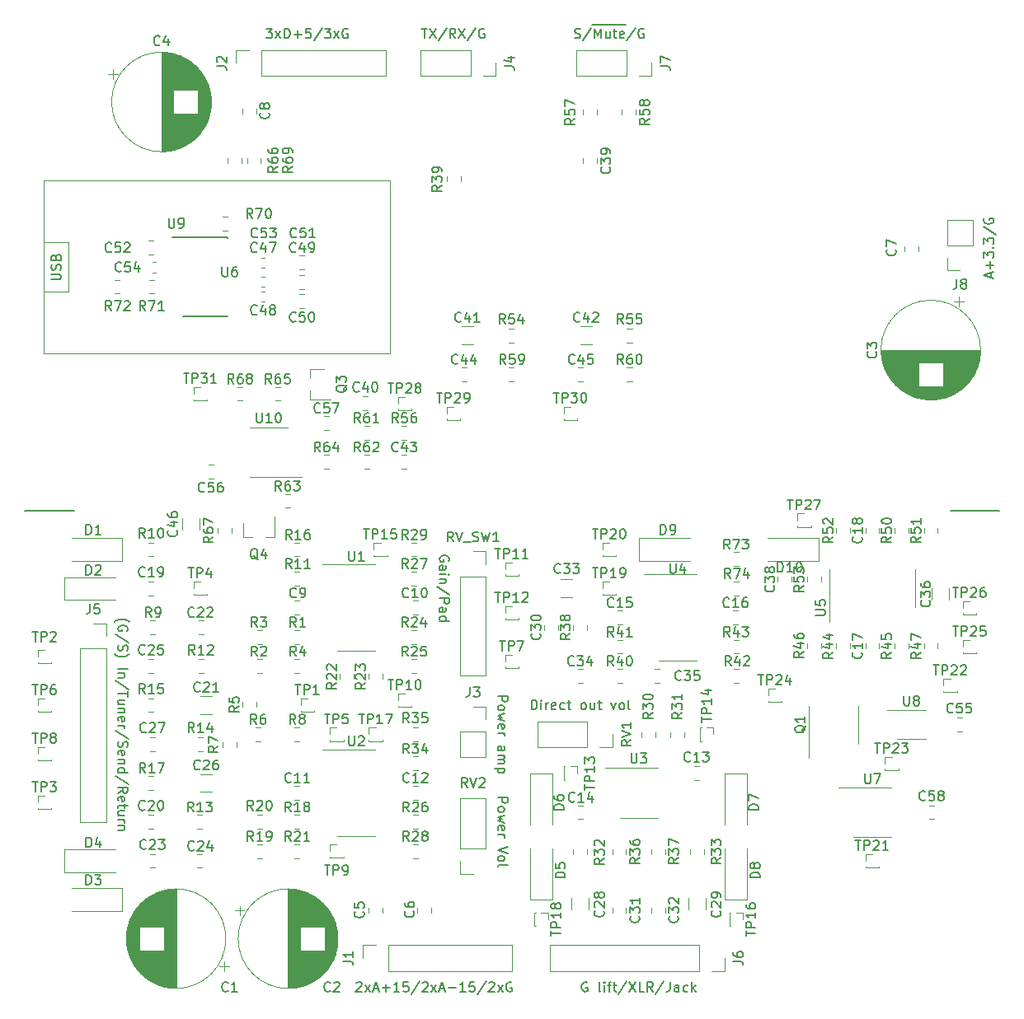
<source format=gto>
G04 #@! TF.GenerationSoftware,KiCad,Pcbnew,5.1.5+dfsg1-2build2*
G04 #@! TF.CreationDate,2020-07-09T14:01:37-04:00*
G04 #@! TF.ProjectId,processing,70726f63-6573-4736-996e-672e6b696361,rev?*
G04 #@! TF.SameCoordinates,Original*
G04 #@! TF.FileFunction,Legend,Top*
G04 #@! TF.FilePolarity,Positive*
%FSLAX46Y46*%
G04 Gerber Fmt 4.6, Leading zero omitted, Abs format (unit mm)*
G04 Created by KiCad (PCBNEW 5.1.5+dfsg1-2build2) date 2020-07-09 14:01:37*
%MOMM*%
%LPD*%
G04 APERTURE LIST*
%ADD10C,0.150000*%
%ADD11C,0.120000*%
G04 APERTURE END LIST*
D10*
X76428571Y-21404761D02*
X76571428Y-21452380D01*
X76809523Y-21452380D01*
X76904761Y-21404761D01*
X76952380Y-21357142D01*
X77000000Y-21261904D01*
X77000000Y-21166666D01*
X76952380Y-21071428D01*
X76904761Y-21023809D01*
X76809523Y-20976190D01*
X76619047Y-20928571D01*
X76523809Y-20880952D01*
X76476190Y-20833333D01*
X76428571Y-20738095D01*
X76428571Y-20642857D01*
X76476190Y-20547619D01*
X76523809Y-20500000D01*
X76619047Y-20452380D01*
X76857142Y-20452380D01*
X77000000Y-20500000D01*
X78142857Y-20404761D02*
X77285714Y-21690476D01*
X78238095Y-20085000D02*
X79380952Y-20085000D01*
X78476190Y-21452380D02*
X78476190Y-20452380D01*
X78809523Y-21166666D01*
X79142857Y-20452380D01*
X79142857Y-21452380D01*
X79380952Y-20085000D02*
X80285714Y-20085000D01*
X80047619Y-20785714D02*
X80047619Y-21452380D01*
X79619047Y-20785714D02*
X79619047Y-21309523D01*
X79666666Y-21404761D01*
X79761904Y-21452380D01*
X79904761Y-21452380D01*
X80000000Y-21404761D01*
X80047619Y-21357142D01*
X80285714Y-20085000D02*
X80857142Y-20085000D01*
X80380952Y-20785714D02*
X80761904Y-20785714D01*
X80523809Y-20452380D02*
X80523809Y-21309523D01*
X80571428Y-21404761D01*
X80666666Y-21452380D01*
X80761904Y-21452380D01*
X80857142Y-20085000D02*
X81714285Y-20085000D01*
X81476190Y-21404761D02*
X81380952Y-21452380D01*
X81190476Y-21452380D01*
X81095238Y-21404761D01*
X81047619Y-21309523D01*
X81047619Y-20928571D01*
X81095238Y-20833333D01*
X81190476Y-20785714D01*
X81380952Y-20785714D01*
X81476190Y-20833333D01*
X81523809Y-20928571D01*
X81523809Y-21023809D01*
X81047619Y-21119047D01*
X82666666Y-20404761D02*
X81809523Y-21690476D01*
X83523809Y-20500000D02*
X83428571Y-20452380D01*
X83285714Y-20452380D01*
X83142857Y-20500000D01*
X83047619Y-20595238D01*
X83000000Y-20690476D01*
X82952380Y-20880952D01*
X82952380Y-21023809D01*
X83000000Y-21214285D01*
X83047619Y-21309523D01*
X83142857Y-21404761D01*
X83285714Y-21452380D01*
X83380952Y-21452380D01*
X83523809Y-21404761D01*
X83571428Y-21357142D01*
X83571428Y-21023809D01*
X83380952Y-21023809D01*
X60714285Y-20452380D02*
X61285714Y-20452380D01*
X61000000Y-21452380D02*
X61000000Y-20452380D01*
X61523809Y-20452380D02*
X62190476Y-21452380D01*
X62190476Y-20452380D02*
X61523809Y-21452380D01*
X63285714Y-20404761D02*
X62428571Y-21690476D01*
X64190476Y-21452380D02*
X63857142Y-20976190D01*
X63619047Y-21452380D02*
X63619047Y-20452380D01*
X64000000Y-20452380D01*
X64095238Y-20500000D01*
X64142857Y-20547619D01*
X64190476Y-20642857D01*
X64190476Y-20785714D01*
X64142857Y-20880952D01*
X64095238Y-20928571D01*
X64000000Y-20976190D01*
X63619047Y-20976190D01*
X64523809Y-20452380D02*
X65190476Y-21452380D01*
X65190476Y-20452380D02*
X64523809Y-21452380D01*
X66285714Y-20404761D02*
X65428571Y-21690476D01*
X67142857Y-20500000D02*
X67047619Y-20452380D01*
X66904761Y-20452380D01*
X66761904Y-20500000D01*
X66666666Y-20595238D01*
X66619047Y-20690476D01*
X66571428Y-20880952D01*
X66571428Y-21023809D01*
X66619047Y-21214285D01*
X66666666Y-21309523D01*
X66761904Y-21404761D01*
X66904761Y-21452380D01*
X67000000Y-21452380D01*
X67142857Y-21404761D01*
X67190476Y-21357142D01*
X67190476Y-21023809D01*
X67000000Y-21023809D01*
X44761904Y-20452380D02*
X45380952Y-20452380D01*
X45047619Y-20833333D01*
X45190476Y-20833333D01*
X45285714Y-20880952D01*
X45333333Y-20928571D01*
X45380952Y-21023809D01*
X45380952Y-21261904D01*
X45333333Y-21357142D01*
X45285714Y-21404761D01*
X45190476Y-21452380D01*
X44904761Y-21452380D01*
X44809523Y-21404761D01*
X44761904Y-21357142D01*
X45714285Y-21452380D02*
X46238095Y-20785714D01*
X45714285Y-20785714D02*
X46238095Y-21452380D01*
X46619047Y-21452380D02*
X46619047Y-20452380D01*
X46857142Y-20452380D01*
X47000000Y-20500000D01*
X47095238Y-20595238D01*
X47142857Y-20690476D01*
X47190476Y-20880952D01*
X47190476Y-21023809D01*
X47142857Y-21214285D01*
X47095238Y-21309523D01*
X47000000Y-21404761D01*
X46857142Y-21452380D01*
X46619047Y-21452380D01*
X47619047Y-21071428D02*
X48380952Y-21071428D01*
X48000000Y-21452380D02*
X48000000Y-20690476D01*
X49333333Y-20452380D02*
X48857142Y-20452380D01*
X48809523Y-20928571D01*
X48857142Y-20880952D01*
X48952380Y-20833333D01*
X49190476Y-20833333D01*
X49285714Y-20880952D01*
X49333333Y-20928571D01*
X49380952Y-21023809D01*
X49380952Y-21261904D01*
X49333333Y-21357142D01*
X49285714Y-21404761D01*
X49190476Y-21452380D01*
X48952380Y-21452380D01*
X48857142Y-21404761D01*
X48809523Y-21357142D01*
X50523809Y-20404761D02*
X49666666Y-21690476D01*
X50761904Y-20452380D02*
X51380952Y-20452380D01*
X51047619Y-20833333D01*
X51190476Y-20833333D01*
X51285714Y-20880952D01*
X51333333Y-20928571D01*
X51380952Y-21023809D01*
X51380952Y-21261904D01*
X51333333Y-21357142D01*
X51285714Y-21404761D01*
X51190476Y-21452380D01*
X50904761Y-21452380D01*
X50809523Y-21404761D01*
X50761904Y-21357142D01*
X51714285Y-21452380D02*
X52238095Y-20785714D01*
X51714285Y-20785714D02*
X52238095Y-21452380D01*
X53142857Y-20500000D02*
X53047619Y-20452380D01*
X52904761Y-20452380D01*
X52761904Y-20500000D01*
X52666666Y-20595238D01*
X52619047Y-20690476D01*
X52571428Y-20880952D01*
X52571428Y-21023809D01*
X52619047Y-21214285D01*
X52666666Y-21309523D01*
X52761904Y-21404761D01*
X52904761Y-21452380D01*
X53000000Y-21452380D01*
X53142857Y-21404761D01*
X53190476Y-21357142D01*
X53190476Y-21023809D01*
X53000000Y-21023809D01*
X119166666Y-46071428D02*
X119166666Y-45595238D01*
X119452380Y-46166666D02*
X118452380Y-45833333D01*
X119452380Y-45500000D01*
X119071428Y-45166666D02*
X119071428Y-44404761D01*
X119452380Y-44785714D02*
X118690476Y-44785714D01*
X118452380Y-44023809D02*
X118452380Y-43404761D01*
X118833333Y-43738095D01*
X118833333Y-43595238D01*
X118880952Y-43500000D01*
X118928571Y-43452380D01*
X119023809Y-43404761D01*
X119261904Y-43404761D01*
X119357142Y-43452380D01*
X119404761Y-43500000D01*
X119452380Y-43595238D01*
X119452380Y-43880952D01*
X119404761Y-43976190D01*
X119357142Y-44023809D01*
X119357142Y-42976190D02*
X119404761Y-42928571D01*
X119452380Y-42976190D01*
X119404761Y-43023809D01*
X119357142Y-42976190D01*
X119452380Y-42976190D01*
X118452380Y-42595238D02*
X118452380Y-41976190D01*
X118833333Y-42309523D01*
X118833333Y-42166666D01*
X118880952Y-42071428D01*
X118928571Y-42023809D01*
X119023809Y-41976190D01*
X119261904Y-41976190D01*
X119357142Y-42023809D01*
X119404761Y-42071428D01*
X119452380Y-42166666D01*
X119452380Y-42452380D01*
X119404761Y-42547619D01*
X119357142Y-42595238D01*
X118404761Y-40833333D02*
X119690476Y-41690476D01*
X118500000Y-39976190D02*
X118452380Y-40071428D01*
X118452380Y-40214285D01*
X118500000Y-40357142D01*
X118595238Y-40452380D01*
X118690476Y-40500000D01*
X118880952Y-40547619D01*
X119023809Y-40547619D01*
X119214285Y-40500000D01*
X119309523Y-40452380D01*
X119404761Y-40357142D01*
X119452380Y-40214285D01*
X119452380Y-40119047D01*
X119404761Y-39976190D01*
X119357142Y-39928571D01*
X119023809Y-39928571D01*
X119023809Y-40119047D01*
X77714285Y-118500000D02*
X77619047Y-118452380D01*
X77476190Y-118452380D01*
X77333333Y-118500000D01*
X77238095Y-118595238D01*
X77190476Y-118690476D01*
X77142857Y-118880952D01*
X77142857Y-119023809D01*
X77190476Y-119214285D01*
X77238095Y-119309523D01*
X77333333Y-119404761D01*
X77476190Y-119452380D01*
X77571428Y-119452380D01*
X77714285Y-119404761D01*
X77761904Y-119357142D01*
X77761904Y-119023809D01*
X77571428Y-119023809D01*
X79095238Y-119452380D02*
X79000000Y-119404761D01*
X78952380Y-119309523D01*
X78952380Y-118452380D01*
X79476190Y-119452380D02*
X79476190Y-118785714D01*
X79476190Y-118452380D02*
X79428571Y-118500000D01*
X79476190Y-118547619D01*
X79523809Y-118500000D01*
X79476190Y-118452380D01*
X79476190Y-118547619D01*
X79809523Y-118785714D02*
X80190476Y-118785714D01*
X79952380Y-119452380D02*
X79952380Y-118595238D01*
X80000000Y-118500000D01*
X80095238Y-118452380D01*
X80190476Y-118452380D01*
X80380952Y-118785714D02*
X80761904Y-118785714D01*
X80523809Y-118452380D02*
X80523809Y-119309523D01*
X80571428Y-119404761D01*
X80666666Y-119452380D01*
X80761904Y-119452380D01*
X81809523Y-118404761D02*
X80952380Y-119690476D01*
X82047619Y-118452380D02*
X82714285Y-119452380D01*
X82714285Y-118452380D02*
X82047619Y-119452380D01*
X83571428Y-119452380D02*
X83095238Y-119452380D01*
X83095238Y-118452380D01*
X84476190Y-119452380D02*
X84142857Y-118976190D01*
X83904761Y-119452380D02*
X83904761Y-118452380D01*
X84285714Y-118452380D01*
X84380952Y-118500000D01*
X84428571Y-118547619D01*
X84476190Y-118642857D01*
X84476190Y-118785714D01*
X84428571Y-118880952D01*
X84380952Y-118928571D01*
X84285714Y-118976190D01*
X83904761Y-118976190D01*
X85619047Y-118404761D02*
X84761904Y-119690476D01*
X86238095Y-118452380D02*
X86238095Y-119166666D01*
X86190476Y-119309523D01*
X86095238Y-119404761D01*
X85952380Y-119452380D01*
X85857142Y-119452380D01*
X87142857Y-119452380D02*
X87142857Y-118928571D01*
X87095238Y-118833333D01*
X87000000Y-118785714D01*
X86809523Y-118785714D01*
X86714285Y-118833333D01*
X87142857Y-119404761D02*
X87047619Y-119452380D01*
X86809523Y-119452380D01*
X86714285Y-119404761D01*
X86666666Y-119309523D01*
X86666666Y-119214285D01*
X86714285Y-119119047D01*
X86809523Y-119071428D01*
X87047619Y-119071428D01*
X87142857Y-119023809D01*
X88047619Y-119404761D02*
X87952380Y-119452380D01*
X87761904Y-119452380D01*
X87666666Y-119404761D01*
X87619047Y-119357142D01*
X87571428Y-119261904D01*
X87571428Y-118976190D01*
X87619047Y-118880952D01*
X87666666Y-118833333D01*
X87761904Y-118785714D01*
X87952380Y-118785714D01*
X88047619Y-118833333D01*
X88476190Y-119452380D02*
X88476190Y-118452380D01*
X88571428Y-119071428D02*
X88857142Y-119452380D01*
X88857142Y-118785714D02*
X88476190Y-119166666D01*
X63500000Y-75190476D02*
X63547619Y-75095238D01*
X63547619Y-74952380D01*
X63500000Y-74809523D01*
X63404761Y-74714285D01*
X63309523Y-74666666D01*
X63119047Y-74619047D01*
X62976190Y-74619047D01*
X62785714Y-74666666D01*
X62690476Y-74714285D01*
X62595238Y-74809523D01*
X62547619Y-74952380D01*
X62547619Y-75047619D01*
X62595238Y-75190476D01*
X62642857Y-75238095D01*
X62976190Y-75238095D01*
X62976190Y-75047619D01*
X62547619Y-76095238D02*
X63071428Y-76095238D01*
X63166666Y-76047619D01*
X63214285Y-75952380D01*
X63214285Y-75761904D01*
X63166666Y-75666666D01*
X62595238Y-76095238D02*
X62547619Y-76000000D01*
X62547619Y-75761904D01*
X62595238Y-75666666D01*
X62690476Y-75619047D01*
X62785714Y-75619047D01*
X62880952Y-75666666D01*
X62928571Y-75761904D01*
X62928571Y-76000000D01*
X62976190Y-76095238D01*
X62547619Y-76571428D02*
X63214285Y-76571428D01*
X63547619Y-76571428D02*
X63500000Y-76523809D01*
X63452380Y-76571428D01*
X63500000Y-76619047D01*
X63547619Y-76571428D01*
X63452380Y-76571428D01*
X63214285Y-77047619D02*
X62547619Y-77047619D01*
X63119047Y-77047619D02*
X63166666Y-77095238D01*
X63214285Y-77190476D01*
X63214285Y-77333333D01*
X63166666Y-77428571D01*
X63071428Y-77476190D01*
X62547619Y-77476190D01*
X63595238Y-78666666D02*
X62309523Y-77809523D01*
X62547619Y-79000000D02*
X63547619Y-79000000D01*
X63547619Y-79380952D01*
X63500000Y-79476190D01*
X63452380Y-79523809D01*
X63357142Y-79571428D01*
X63214285Y-79571428D01*
X63119047Y-79523809D01*
X63071428Y-79476190D01*
X63023809Y-79380952D01*
X63023809Y-79000000D01*
X62547619Y-80428571D02*
X63071428Y-80428571D01*
X63166666Y-80380952D01*
X63214285Y-80285714D01*
X63214285Y-80095238D01*
X63166666Y-80000000D01*
X62595238Y-80428571D02*
X62547619Y-80333333D01*
X62547619Y-80095238D01*
X62595238Y-80000000D01*
X62690476Y-79952380D01*
X62785714Y-79952380D01*
X62880952Y-80000000D01*
X62928571Y-80095238D01*
X62928571Y-80333333D01*
X62976190Y-80428571D01*
X62547619Y-81333333D02*
X63547619Y-81333333D01*
X62595238Y-81333333D02*
X62547619Y-81238095D01*
X62547619Y-81047619D01*
X62595238Y-80952380D01*
X62642857Y-80904761D01*
X62738095Y-80857142D01*
X63023809Y-80857142D01*
X63119047Y-80904761D01*
X63166666Y-80952380D01*
X63214285Y-81047619D01*
X63214285Y-81238095D01*
X63166666Y-81333333D01*
X72000000Y-90452380D02*
X72000000Y-89452380D01*
X72238095Y-89452380D01*
X72380952Y-89500000D01*
X72476190Y-89595238D01*
X72523809Y-89690476D01*
X72571428Y-89880952D01*
X72571428Y-90023809D01*
X72523809Y-90214285D01*
X72476190Y-90309523D01*
X72380952Y-90404761D01*
X72238095Y-90452380D01*
X72000000Y-90452380D01*
X73000000Y-90452380D02*
X73000000Y-89785714D01*
X73000000Y-89452380D02*
X72952380Y-89500000D01*
X73000000Y-89547619D01*
X73047619Y-89500000D01*
X73000000Y-89452380D01*
X73000000Y-89547619D01*
X73476190Y-90452380D02*
X73476190Y-89785714D01*
X73476190Y-89976190D02*
X73523809Y-89880952D01*
X73571428Y-89833333D01*
X73666666Y-89785714D01*
X73761904Y-89785714D01*
X74476190Y-90404761D02*
X74380952Y-90452380D01*
X74190476Y-90452380D01*
X74095238Y-90404761D01*
X74047619Y-90309523D01*
X74047619Y-89928571D01*
X74095238Y-89833333D01*
X74190476Y-89785714D01*
X74380952Y-89785714D01*
X74476190Y-89833333D01*
X74523809Y-89928571D01*
X74523809Y-90023809D01*
X74047619Y-90119047D01*
X75380952Y-90404761D02*
X75285714Y-90452380D01*
X75095238Y-90452380D01*
X75000000Y-90404761D01*
X74952380Y-90357142D01*
X74904761Y-90261904D01*
X74904761Y-89976190D01*
X74952380Y-89880952D01*
X75000000Y-89833333D01*
X75095238Y-89785714D01*
X75285714Y-89785714D01*
X75380952Y-89833333D01*
X75666666Y-89785714D02*
X76047619Y-89785714D01*
X75809523Y-89452380D02*
X75809523Y-90309523D01*
X75857142Y-90404761D01*
X75952380Y-90452380D01*
X76047619Y-90452380D01*
X77285714Y-90452380D02*
X77190476Y-90404761D01*
X77142857Y-90357142D01*
X77095238Y-90261904D01*
X77095238Y-89976190D01*
X77142857Y-89880952D01*
X77190476Y-89833333D01*
X77285714Y-89785714D01*
X77428571Y-89785714D01*
X77523809Y-89833333D01*
X77571428Y-89880952D01*
X77619047Y-89976190D01*
X77619047Y-90261904D01*
X77571428Y-90357142D01*
X77523809Y-90404761D01*
X77428571Y-90452380D01*
X77285714Y-90452380D01*
X78476190Y-89785714D02*
X78476190Y-90452380D01*
X78047619Y-89785714D02*
X78047619Y-90309523D01*
X78095238Y-90404761D01*
X78190476Y-90452380D01*
X78333333Y-90452380D01*
X78428571Y-90404761D01*
X78476190Y-90357142D01*
X78809523Y-89785714D02*
X79190476Y-89785714D01*
X78952380Y-89452380D02*
X78952380Y-90309523D01*
X79000000Y-90404761D01*
X79095238Y-90452380D01*
X79190476Y-90452380D01*
X80190476Y-89785714D02*
X80428571Y-90452380D01*
X80666666Y-89785714D01*
X81190476Y-90452380D02*
X81095238Y-90404761D01*
X81047619Y-90357142D01*
X81000000Y-90261904D01*
X81000000Y-89976190D01*
X81047619Y-89880952D01*
X81095238Y-89833333D01*
X81190476Y-89785714D01*
X81333333Y-89785714D01*
X81428571Y-89833333D01*
X81476190Y-89880952D01*
X81523809Y-89976190D01*
X81523809Y-90261904D01*
X81476190Y-90357142D01*
X81428571Y-90404761D01*
X81333333Y-90452380D01*
X81190476Y-90452380D01*
X82095238Y-90452380D02*
X82000000Y-90404761D01*
X81952380Y-90309523D01*
X81952380Y-89452380D01*
X68547619Y-99500000D02*
X69547619Y-99500000D01*
X69547619Y-99880952D01*
X69500000Y-99976190D01*
X69452380Y-100023809D01*
X69357142Y-100071428D01*
X69214285Y-100071428D01*
X69119047Y-100023809D01*
X69071428Y-99976190D01*
X69023809Y-99880952D01*
X69023809Y-99500000D01*
X68547619Y-100642857D02*
X68595238Y-100547619D01*
X68642857Y-100500000D01*
X68738095Y-100452380D01*
X69023809Y-100452380D01*
X69119047Y-100500000D01*
X69166666Y-100547619D01*
X69214285Y-100642857D01*
X69214285Y-100785714D01*
X69166666Y-100880952D01*
X69119047Y-100928571D01*
X69023809Y-100976190D01*
X68738095Y-100976190D01*
X68642857Y-100928571D01*
X68595238Y-100880952D01*
X68547619Y-100785714D01*
X68547619Y-100642857D01*
X69214285Y-101309523D02*
X68547619Y-101500000D01*
X69023809Y-101690476D01*
X68547619Y-101880952D01*
X69214285Y-102071428D01*
X68595238Y-102833333D02*
X68547619Y-102738095D01*
X68547619Y-102547619D01*
X68595238Y-102452380D01*
X68690476Y-102404761D01*
X69071428Y-102404761D01*
X69166666Y-102452380D01*
X69214285Y-102547619D01*
X69214285Y-102738095D01*
X69166666Y-102833333D01*
X69071428Y-102880952D01*
X68976190Y-102880952D01*
X68880952Y-102404761D01*
X68547619Y-103309523D02*
X69214285Y-103309523D01*
X69023809Y-103309523D02*
X69119047Y-103357142D01*
X69166666Y-103404761D01*
X69214285Y-103500000D01*
X69214285Y-103595238D01*
X69547619Y-104547619D02*
X68547619Y-104880952D01*
X69547619Y-105214285D01*
X68547619Y-105690476D02*
X68595238Y-105595238D01*
X68642857Y-105547619D01*
X68738095Y-105500000D01*
X69023809Y-105500000D01*
X69119047Y-105547619D01*
X69166666Y-105595238D01*
X69214285Y-105690476D01*
X69214285Y-105833333D01*
X69166666Y-105928571D01*
X69119047Y-105976190D01*
X69023809Y-106023809D01*
X68738095Y-106023809D01*
X68642857Y-105976190D01*
X68595238Y-105928571D01*
X68547619Y-105833333D01*
X68547619Y-105690476D01*
X68547619Y-106595238D02*
X68595238Y-106500000D01*
X68690476Y-106452380D01*
X69547619Y-106452380D01*
X68547619Y-89071428D02*
X69547619Y-89071428D01*
X69547619Y-89452380D01*
X69500000Y-89547619D01*
X69452380Y-89595238D01*
X69357142Y-89642857D01*
X69214285Y-89642857D01*
X69119047Y-89595238D01*
X69071428Y-89547619D01*
X69023809Y-89452380D01*
X69023809Y-89071428D01*
X68547619Y-90214285D02*
X68595238Y-90119047D01*
X68642857Y-90071428D01*
X68738095Y-90023809D01*
X69023809Y-90023809D01*
X69119047Y-90071428D01*
X69166666Y-90119047D01*
X69214285Y-90214285D01*
X69214285Y-90357142D01*
X69166666Y-90452380D01*
X69119047Y-90500000D01*
X69023809Y-90547619D01*
X68738095Y-90547619D01*
X68642857Y-90500000D01*
X68595238Y-90452380D01*
X68547619Y-90357142D01*
X68547619Y-90214285D01*
X69214285Y-90880952D02*
X68547619Y-91071428D01*
X69023809Y-91261904D01*
X68547619Y-91452380D01*
X69214285Y-91642857D01*
X68595238Y-92404761D02*
X68547619Y-92309523D01*
X68547619Y-92119047D01*
X68595238Y-92023809D01*
X68690476Y-91976190D01*
X69071428Y-91976190D01*
X69166666Y-92023809D01*
X69214285Y-92119047D01*
X69214285Y-92309523D01*
X69166666Y-92404761D01*
X69071428Y-92452380D01*
X68976190Y-92452380D01*
X68880952Y-91976190D01*
X68547619Y-92880952D02*
X69214285Y-92880952D01*
X69023809Y-92880952D02*
X69119047Y-92928571D01*
X69166666Y-92976190D01*
X69214285Y-93071428D01*
X69214285Y-93166666D01*
X68547619Y-94690476D02*
X69071428Y-94690476D01*
X69166666Y-94642857D01*
X69214285Y-94547619D01*
X69214285Y-94357142D01*
X69166666Y-94261904D01*
X68595238Y-94690476D02*
X68547619Y-94595238D01*
X68547619Y-94357142D01*
X68595238Y-94261904D01*
X68690476Y-94214285D01*
X68785714Y-94214285D01*
X68880952Y-94261904D01*
X68928571Y-94357142D01*
X68928571Y-94595238D01*
X68976190Y-94690476D01*
X68547619Y-95166666D02*
X69214285Y-95166666D01*
X69119047Y-95166666D02*
X69166666Y-95214285D01*
X69214285Y-95309523D01*
X69214285Y-95452380D01*
X69166666Y-95547619D01*
X69071428Y-95595238D01*
X68547619Y-95595238D01*
X69071428Y-95595238D02*
X69166666Y-95642857D01*
X69214285Y-95738095D01*
X69214285Y-95880952D01*
X69166666Y-95976190D01*
X69071428Y-96023809D01*
X68547619Y-96023809D01*
X69214285Y-96500000D02*
X68214285Y-96500000D01*
X69166666Y-96500000D02*
X69214285Y-96595238D01*
X69214285Y-96785714D01*
X69166666Y-96880952D01*
X69119047Y-96928571D01*
X69023809Y-96976190D01*
X68738095Y-96976190D01*
X68642857Y-96928571D01*
X68595238Y-96880952D01*
X68547619Y-96785714D01*
X68547619Y-96595238D01*
X68595238Y-96500000D01*
X54000000Y-118547619D02*
X54047619Y-118500000D01*
X54142857Y-118452380D01*
X54380952Y-118452380D01*
X54476190Y-118500000D01*
X54523809Y-118547619D01*
X54571428Y-118642857D01*
X54571428Y-118738095D01*
X54523809Y-118880952D01*
X53952380Y-119452380D01*
X54571428Y-119452380D01*
X54904761Y-119452380D02*
X55428571Y-118785714D01*
X54904761Y-118785714D02*
X55428571Y-119452380D01*
X55761904Y-119166666D02*
X56238095Y-119166666D01*
X55666666Y-119452380D02*
X56000000Y-118452380D01*
X56333333Y-119452380D01*
X56666666Y-119071428D02*
X57428571Y-119071428D01*
X57047619Y-119452380D02*
X57047619Y-118690476D01*
X58428571Y-119452380D02*
X57857142Y-119452380D01*
X58142857Y-119452380D02*
X58142857Y-118452380D01*
X58047619Y-118595238D01*
X57952380Y-118690476D01*
X57857142Y-118738095D01*
X59333333Y-118452380D02*
X58857142Y-118452380D01*
X58809523Y-118928571D01*
X58857142Y-118880952D01*
X58952380Y-118833333D01*
X59190476Y-118833333D01*
X59285714Y-118880952D01*
X59333333Y-118928571D01*
X59380952Y-119023809D01*
X59380952Y-119261904D01*
X59333333Y-119357142D01*
X59285714Y-119404761D01*
X59190476Y-119452380D01*
X58952380Y-119452380D01*
X58857142Y-119404761D01*
X58809523Y-119357142D01*
X60523809Y-118404761D02*
X59666666Y-119690476D01*
X60809523Y-118547619D02*
X60857142Y-118500000D01*
X60952380Y-118452380D01*
X61190476Y-118452380D01*
X61285714Y-118500000D01*
X61333333Y-118547619D01*
X61380952Y-118642857D01*
X61380952Y-118738095D01*
X61333333Y-118880952D01*
X60761904Y-119452380D01*
X61380952Y-119452380D01*
X61714285Y-119452380D02*
X62238095Y-118785714D01*
X61714285Y-118785714D02*
X62238095Y-119452380D01*
X62571428Y-119166666D02*
X63047619Y-119166666D01*
X62476190Y-119452380D02*
X62809523Y-118452380D01*
X63142857Y-119452380D01*
X63476190Y-119071428D02*
X64238095Y-119071428D01*
X65238095Y-119452380D02*
X64666666Y-119452380D01*
X64952380Y-119452380D02*
X64952380Y-118452380D01*
X64857142Y-118595238D01*
X64761904Y-118690476D01*
X64666666Y-118738095D01*
X66142857Y-118452380D02*
X65666666Y-118452380D01*
X65619047Y-118928571D01*
X65666666Y-118880952D01*
X65761904Y-118833333D01*
X65999999Y-118833333D01*
X66095238Y-118880952D01*
X66142857Y-118928571D01*
X66190476Y-119023809D01*
X66190476Y-119261904D01*
X66142857Y-119357142D01*
X66095238Y-119404761D01*
X65999999Y-119452380D01*
X65761904Y-119452380D01*
X65666666Y-119404761D01*
X65619047Y-119357142D01*
X67333333Y-118404761D02*
X66476190Y-119690476D01*
X67619047Y-118547619D02*
X67666666Y-118500000D01*
X67761904Y-118452380D01*
X68000000Y-118452380D01*
X68095238Y-118500000D01*
X68142857Y-118547619D01*
X68190476Y-118642857D01*
X68190476Y-118738095D01*
X68142857Y-118880952D01*
X67571428Y-119452380D01*
X68190476Y-119452380D01*
X68523809Y-119452380D02*
X69047619Y-118785714D01*
X68523809Y-118785714D02*
X69047619Y-119452380D01*
X69952380Y-118500000D02*
X69857142Y-118452380D01*
X69714285Y-118452380D01*
X69571428Y-118500000D01*
X69476190Y-118595238D01*
X69428571Y-118690476D01*
X69380952Y-118880952D01*
X69380952Y-119023809D01*
X69428571Y-119214285D01*
X69476190Y-119309523D01*
X69571428Y-119404761D01*
X69714285Y-119452380D01*
X69809523Y-119452380D01*
X69952380Y-119404761D01*
X70000000Y-119357142D01*
X70000000Y-119023809D01*
X69809523Y-119023809D01*
X29166666Y-81452380D02*
X29214285Y-81404761D01*
X29357142Y-81309523D01*
X29452380Y-81261904D01*
X29595238Y-81214285D01*
X29833333Y-81166666D01*
X30023809Y-81166666D01*
X30261904Y-81214285D01*
X30404761Y-81261904D01*
X30500000Y-81309523D01*
X30642857Y-81404761D01*
X30690476Y-81452380D01*
X30500000Y-82357142D02*
X30547619Y-82261904D01*
X30547619Y-82119047D01*
X30500000Y-81976190D01*
X30404761Y-81880952D01*
X30309523Y-81833333D01*
X30119047Y-81785714D01*
X29976190Y-81785714D01*
X29785714Y-81833333D01*
X29690476Y-81880952D01*
X29595238Y-81976190D01*
X29547619Y-82119047D01*
X29547619Y-82214285D01*
X29595238Y-82357142D01*
X29642857Y-82404761D01*
X29976190Y-82404761D01*
X29976190Y-82214285D01*
X30595238Y-83547619D02*
X29309523Y-82690476D01*
X29595238Y-83833333D02*
X29547619Y-83976190D01*
X29547619Y-84214285D01*
X29595238Y-84309523D01*
X29642857Y-84357142D01*
X29738095Y-84404761D01*
X29833333Y-84404761D01*
X29928571Y-84357142D01*
X29976190Y-84309523D01*
X30023809Y-84214285D01*
X30071428Y-84023809D01*
X30119047Y-83928571D01*
X30166666Y-83880952D01*
X30261904Y-83833333D01*
X30357142Y-83833333D01*
X30452380Y-83880952D01*
X30500000Y-83928571D01*
X30547619Y-84023809D01*
X30547619Y-84261904D01*
X30500000Y-84404761D01*
X29166666Y-84738095D02*
X29214285Y-84785714D01*
X29357142Y-84880952D01*
X29452380Y-84928571D01*
X29595238Y-84976190D01*
X29833333Y-85023809D01*
X30023809Y-85023809D01*
X30261904Y-84976190D01*
X30404761Y-84928571D01*
X30500000Y-84880952D01*
X30642857Y-84785714D01*
X30690476Y-84738095D01*
X29547619Y-86261904D02*
X30547619Y-86261904D01*
X30214285Y-86738095D02*
X29547619Y-86738095D01*
X30119047Y-86738095D02*
X30166666Y-86785714D01*
X30214285Y-86880952D01*
X30214285Y-87023809D01*
X30166666Y-87119047D01*
X30071428Y-87166666D01*
X29547619Y-87166666D01*
X30595238Y-88357142D02*
X29309523Y-87500000D01*
X30547619Y-88547619D02*
X30547619Y-89119047D01*
X29547619Y-88833333D02*
X30547619Y-88833333D01*
X30214285Y-89880952D02*
X29547619Y-89880952D01*
X30214285Y-89452380D02*
X29690476Y-89452380D01*
X29595238Y-89500000D01*
X29547619Y-89595238D01*
X29547619Y-89738095D01*
X29595238Y-89833333D01*
X29642857Y-89880952D01*
X30214285Y-90357142D02*
X29547619Y-90357142D01*
X30119047Y-90357142D02*
X30166666Y-90404761D01*
X30214285Y-90500000D01*
X30214285Y-90642857D01*
X30166666Y-90738095D01*
X30071428Y-90785714D01*
X29547619Y-90785714D01*
X29595238Y-91642857D02*
X29547619Y-91547619D01*
X29547619Y-91357142D01*
X29595238Y-91261904D01*
X29690476Y-91214285D01*
X30071428Y-91214285D01*
X30166666Y-91261904D01*
X30214285Y-91357142D01*
X30214285Y-91547619D01*
X30166666Y-91642857D01*
X30071428Y-91690476D01*
X29976190Y-91690476D01*
X29880952Y-91214285D01*
X29547619Y-92119047D02*
X30214285Y-92119047D01*
X30023809Y-92119047D02*
X30119047Y-92166666D01*
X30166666Y-92214285D01*
X30214285Y-92309523D01*
X30214285Y-92404761D01*
X30595238Y-93452380D02*
X29309523Y-92595238D01*
X29595238Y-93738095D02*
X29547619Y-93880952D01*
X29547619Y-94119047D01*
X29595238Y-94214285D01*
X29642857Y-94261904D01*
X29738095Y-94309523D01*
X29833333Y-94309523D01*
X29928571Y-94261904D01*
X29976190Y-94214285D01*
X30023809Y-94119047D01*
X30071428Y-93928571D01*
X30119047Y-93833333D01*
X30166666Y-93785714D01*
X30261904Y-93738095D01*
X30357142Y-93738095D01*
X30452380Y-93785714D01*
X30500000Y-93833333D01*
X30547619Y-93928571D01*
X30547619Y-94166666D01*
X30500000Y-94309523D01*
X29595238Y-95119047D02*
X29547619Y-95023809D01*
X29547619Y-94833333D01*
X29595238Y-94738095D01*
X29690476Y-94690476D01*
X30071428Y-94690476D01*
X30166666Y-94738095D01*
X30214285Y-94833333D01*
X30214285Y-95023809D01*
X30166666Y-95119047D01*
X30071428Y-95166666D01*
X29976190Y-95166666D01*
X29880952Y-94690476D01*
X30214285Y-95595238D02*
X29547619Y-95595238D01*
X30119047Y-95595238D02*
X30166666Y-95642857D01*
X30214285Y-95738095D01*
X30214285Y-95880952D01*
X30166666Y-95976190D01*
X30071428Y-96023809D01*
X29547619Y-96023809D01*
X29547619Y-96928571D02*
X30547619Y-96928571D01*
X29595238Y-96928571D02*
X29547619Y-96833333D01*
X29547619Y-96642857D01*
X29595238Y-96547619D01*
X29642857Y-96500000D01*
X29738095Y-96452380D01*
X30023809Y-96452380D01*
X30119047Y-96500000D01*
X30166666Y-96547619D01*
X30214285Y-96642857D01*
X30214285Y-96833333D01*
X30166666Y-96928571D01*
X30595238Y-98119047D02*
X29309523Y-97261904D01*
X29547619Y-99023809D02*
X30023809Y-98690476D01*
X29547619Y-98452380D02*
X30547619Y-98452380D01*
X30547619Y-98833333D01*
X30500000Y-98928571D01*
X30452380Y-98976190D01*
X30357142Y-99023809D01*
X30214285Y-99023809D01*
X30119047Y-98976190D01*
X30071428Y-98928571D01*
X30023809Y-98833333D01*
X30023809Y-98452380D01*
X29595238Y-99833333D02*
X29547619Y-99738095D01*
X29547619Y-99547619D01*
X29595238Y-99452380D01*
X29690476Y-99404761D01*
X30071428Y-99404761D01*
X30166666Y-99452380D01*
X30214285Y-99547619D01*
X30214285Y-99738095D01*
X30166666Y-99833333D01*
X30071428Y-99880952D01*
X29976190Y-99880952D01*
X29880952Y-99404761D01*
X30214285Y-100166666D02*
X30214285Y-100547619D01*
X30547619Y-100309523D02*
X29690476Y-100309523D01*
X29595238Y-100357142D01*
X29547619Y-100452380D01*
X29547619Y-100547619D01*
X30214285Y-101309523D02*
X29547619Y-101309523D01*
X30214285Y-100880952D02*
X29690476Y-100880952D01*
X29595238Y-100928571D01*
X29547619Y-101023809D01*
X29547619Y-101166666D01*
X29595238Y-101261904D01*
X29642857Y-101309523D01*
X29547619Y-101785714D02*
X30214285Y-101785714D01*
X30023809Y-101785714D02*
X30119047Y-101833333D01*
X30166666Y-101880952D01*
X30214285Y-101976190D01*
X30214285Y-102071428D01*
X30214285Y-102404761D02*
X29547619Y-102404761D01*
X30119047Y-102404761D02*
X30166666Y-102452380D01*
X30214285Y-102547619D01*
X30214285Y-102690476D01*
X30166666Y-102785714D01*
X30071428Y-102833333D01*
X29547619Y-102833333D01*
X120000000Y-70000000D02*
X115000000Y-70000000D01*
X20000000Y-70000000D02*
X25000000Y-70000000D01*
D11*
X24490000Y-47540000D02*
X21950000Y-47540000D01*
X24490000Y-42460000D02*
X24490000Y-47540000D01*
X21950000Y-42460000D02*
X24490000Y-42460000D01*
X21950000Y-53890000D02*
X21950000Y-36110000D01*
X57510000Y-53890000D02*
X21950000Y-53890000D01*
X57510000Y-36110000D02*
X57510000Y-53890000D01*
X21950000Y-36110000D02*
X57510000Y-36110000D01*
D10*
X36175000Y-50025000D02*
X40825000Y-50025000D01*
X35100000Y-41925000D02*
X40825000Y-41925000D01*
X36175000Y-50025000D02*
X36175000Y-50000000D01*
X40825000Y-50025000D02*
X40825000Y-50000000D01*
X40825000Y-41975000D02*
X40825000Y-42000000D01*
D11*
X40821078Y-39790000D02*
X40303922Y-39790000D01*
X40821078Y-41210000D02*
X40303922Y-41210000D01*
X33450279Y-44490000D02*
X33124721Y-44490000D01*
X33450279Y-45510000D02*
X33124721Y-45510000D01*
X44274721Y-45010000D02*
X44600279Y-45010000D01*
X44274721Y-43990000D02*
X44600279Y-43990000D01*
X44600279Y-47490000D02*
X44274721Y-47490000D01*
X44600279Y-48510000D02*
X44274721Y-48510000D01*
X44274721Y-47010000D02*
X44600279Y-47010000D01*
X44274721Y-45990000D02*
X44600279Y-45990000D01*
X64710000Y-36196078D02*
X64710000Y-35678922D01*
X63290000Y-36196078D02*
X63290000Y-35678922D01*
X112803922Y-101710000D02*
X113321078Y-101710000D01*
X112803922Y-100290000D02*
X113321078Y-100290000D01*
X45000000Y-66560000D02*
X48450000Y-66560000D01*
X45000000Y-66560000D02*
X43050000Y-66560000D01*
X45000000Y-61440000D02*
X46950000Y-61440000D01*
X45000000Y-61440000D02*
X43050000Y-61440000D01*
X50678922Y-61710000D02*
X51196078Y-61710000D01*
X50678922Y-60290000D02*
X51196078Y-60290000D01*
X39321078Y-65290000D02*
X38803922Y-65290000D01*
X39321078Y-66710000D02*
X38803922Y-66710000D01*
X92803922Y-78710000D02*
X93321078Y-78710000D01*
X92803922Y-77290000D02*
X93321078Y-77290000D01*
X93258578Y-74290000D02*
X92741422Y-74290000D01*
X93258578Y-75710000D02*
X92741422Y-75710000D01*
X69305000Y-75315000D02*
X70000000Y-75315000D01*
X69305000Y-76000000D02*
X69305000Y-75315000D01*
X70608276Y-76685000D02*
X70695000Y-76685000D01*
X69305000Y-76685000D02*
X69391724Y-76685000D01*
X70695000Y-76685000D02*
X70695000Y-76560000D01*
X69305000Y-76685000D02*
X69305000Y-76560000D01*
X69305000Y-76685000D02*
X70695000Y-76685000D01*
X116000000Y-45330000D02*
X114670000Y-45330000D01*
X114670000Y-45330000D02*
X114670000Y-44000000D01*
X114670000Y-42730000D02*
X114670000Y-40130000D01*
X117330000Y-40130000D02*
X114670000Y-40130000D01*
X117330000Y-42730000D02*
X117330000Y-40130000D01*
X117330000Y-42730000D02*
X114670000Y-42730000D01*
X54670000Y-116000000D02*
X54670000Y-114670000D01*
X54670000Y-114670000D02*
X56000000Y-114670000D01*
X57270000Y-114670000D02*
X70030000Y-114670000D01*
X70030000Y-117330000D02*
X70030000Y-114670000D01*
X57270000Y-117330000D02*
X70030000Y-117330000D01*
X57270000Y-117330000D02*
X57270000Y-114670000D01*
X66000000Y-107330000D02*
X64670000Y-107330000D01*
X64670000Y-107330000D02*
X64670000Y-106000000D01*
X64670000Y-104730000D02*
X64670000Y-99590000D01*
X67330000Y-99590000D02*
X64670000Y-99590000D01*
X67330000Y-104730000D02*
X67330000Y-99590000D01*
X67330000Y-104730000D02*
X64670000Y-104730000D01*
X80330000Y-93000000D02*
X80330000Y-94330000D01*
X80330000Y-94330000D02*
X79000000Y-94330000D01*
X77730000Y-94330000D02*
X72590000Y-94330000D01*
X72590000Y-91670000D02*
X72590000Y-94330000D01*
X77730000Y-91670000D02*
X72590000Y-91670000D01*
X77730000Y-91670000D02*
X77730000Y-94330000D01*
X112500000Y-90500000D02*
X108500000Y-90500000D01*
X112500000Y-93500000D02*
X109500000Y-93500000D01*
X107000000Y-98440000D02*
X103550000Y-98440000D01*
X107000000Y-98440000D02*
X108950000Y-98440000D01*
X107000000Y-103560000D02*
X105050000Y-103560000D01*
X107000000Y-103560000D02*
X108950000Y-103560000D01*
X102565000Y-78000000D02*
X102565000Y-81450000D01*
X102565000Y-78000000D02*
X102565000Y-76050000D01*
X111435000Y-78000000D02*
X111435000Y-79950000D01*
X111435000Y-78000000D02*
X111435000Y-76050000D01*
X87000000Y-76565000D02*
X83550000Y-76565000D01*
X87000000Y-76565000D02*
X88950000Y-76565000D01*
X87000000Y-85435000D02*
X85050000Y-85435000D01*
X87000000Y-85435000D02*
X88950000Y-85435000D01*
X83000000Y-96440000D02*
X79550000Y-96440000D01*
X83000000Y-96440000D02*
X84950000Y-96440000D01*
X83000000Y-101560000D02*
X81050000Y-101560000D01*
X83000000Y-101560000D02*
X84950000Y-101560000D01*
X54000000Y-94565000D02*
X50550000Y-94565000D01*
X54000000Y-94565000D02*
X55950000Y-94565000D01*
X54000000Y-103435000D02*
X52050000Y-103435000D01*
X54000000Y-103435000D02*
X55950000Y-103435000D01*
X54000000Y-75565000D02*
X50550000Y-75565000D01*
X54000000Y-75565000D02*
X55950000Y-75565000D01*
X54000000Y-84435000D02*
X52050000Y-84435000D01*
X54000000Y-84435000D02*
X55950000Y-84435000D01*
X37305000Y-57315000D02*
X38000000Y-57315000D01*
X37305000Y-58000000D02*
X37305000Y-57315000D01*
X38608276Y-58685000D02*
X38695000Y-58685000D01*
X37305000Y-58685000D02*
X37391724Y-58685000D01*
X38695000Y-58685000D02*
X38695000Y-58560000D01*
X37305000Y-58685000D02*
X37305000Y-58560000D01*
X37305000Y-58685000D02*
X38695000Y-58685000D01*
X75305000Y-59315000D02*
X76000000Y-59315000D01*
X75305000Y-60000000D02*
X75305000Y-59315000D01*
X76608276Y-60685000D02*
X76695000Y-60685000D01*
X75305000Y-60685000D02*
X75391724Y-60685000D01*
X76695000Y-60685000D02*
X76695000Y-60560000D01*
X75305000Y-60685000D02*
X75305000Y-60560000D01*
X75305000Y-60685000D02*
X76695000Y-60685000D01*
X63305000Y-59315000D02*
X64000000Y-59315000D01*
X63305000Y-60000000D02*
X63305000Y-59315000D01*
X64608276Y-60685000D02*
X64695000Y-60685000D01*
X63305000Y-60685000D02*
X63391724Y-60685000D01*
X64695000Y-60685000D02*
X64695000Y-60560000D01*
X63305000Y-60685000D02*
X63305000Y-60560000D01*
X63305000Y-60685000D02*
X64695000Y-60685000D01*
X58305000Y-58315000D02*
X59000000Y-58315000D01*
X58305000Y-59000000D02*
X58305000Y-58315000D01*
X59608276Y-59685000D02*
X59695000Y-59685000D01*
X58305000Y-59685000D02*
X58391724Y-59685000D01*
X59695000Y-59685000D02*
X59695000Y-59560000D01*
X58305000Y-59685000D02*
X58305000Y-59560000D01*
X58305000Y-59685000D02*
X59695000Y-59685000D01*
X99305000Y-70315000D02*
X100000000Y-70315000D01*
X99305000Y-71000000D02*
X99305000Y-70315000D01*
X100608276Y-71685000D02*
X100695000Y-71685000D01*
X99305000Y-71685000D02*
X99391724Y-71685000D01*
X100695000Y-71685000D02*
X100695000Y-71560000D01*
X99305000Y-71685000D02*
X99305000Y-71560000D01*
X99305000Y-71685000D02*
X100695000Y-71685000D01*
X116305000Y-79315000D02*
X117000000Y-79315000D01*
X116305000Y-80000000D02*
X116305000Y-79315000D01*
X117608276Y-80685000D02*
X117695000Y-80685000D01*
X116305000Y-80685000D02*
X116391724Y-80685000D01*
X117695000Y-80685000D02*
X117695000Y-80560000D01*
X116305000Y-80685000D02*
X116305000Y-80560000D01*
X116305000Y-80685000D02*
X117695000Y-80685000D01*
X116305000Y-83315000D02*
X117000000Y-83315000D01*
X116305000Y-84000000D02*
X116305000Y-83315000D01*
X117608276Y-84685000D02*
X117695000Y-84685000D01*
X116305000Y-84685000D02*
X116391724Y-84685000D01*
X117695000Y-84685000D02*
X117695000Y-84560000D01*
X116305000Y-84685000D02*
X116305000Y-84560000D01*
X116305000Y-84685000D02*
X117695000Y-84685000D01*
X96305000Y-88315000D02*
X97000000Y-88315000D01*
X96305000Y-89000000D02*
X96305000Y-88315000D01*
X97608276Y-89685000D02*
X97695000Y-89685000D01*
X96305000Y-89685000D02*
X96391724Y-89685000D01*
X97695000Y-89685000D02*
X97695000Y-89560000D01*
X96305000Y-89685000D02*
X96305000Y-89560000D01*
X96305000Y-89685000D02*
X97695000Y-89685000D01*
X108305000Y-95315000D02*
X109000000Y-95315000D01*
X108305000Y-96000000D02*
X108305000Y-95315000D01*
X109608276Y-96685000D02*
X109695000Y-96685000D01*
X108305000Y-96685000D02*
X108391724Y-96685000D01*
X109695000Y-96685000D02*
X109695000Y-96560000D01*
X108305000Y-96685000D02*
X108305000Y-96560000D01*
X108305000Y-96685000D02*
X109695000Y-96685000D01*
X114305000Y-87315000D02*
X115000000Y-87315000D01*
X114305000Y-88000000D02*
X114305000Y-87315000D01*
X115608276Y-88685000D02*
X115695000Y-88685000D01*
X114305000Y-88685000D02*
X114391724Y-88685000D01*
X115695000Y-88685000D02*
X115695000Y-88560000D01*
X114305000Y-88685000D02*
X114305000Y-88560000D01*
X114305000Y-88685000D02*
X115695000Y-88685000D01*
X106305000Y-105315000D02*
X107000000Y-105315000D01*
X106305000Y-106000000D02*
X106305000Y-105315000D01*
X107608276Y-106685000D02*
X107695000Y-106685000D01*
X106305000Y-106685000D02*
X106391724Y-106685000D01*
X107695000Y-106685000D02*
X107695000Y-106560000D01*
X106305000Y-106685000D02*
X106305000Y-106560000D01*
X106305000Y-106685000D02*
X107695000Y-106685000D01*
X79305000Y-73315000D02*
X80000000Y-73315000D01*
X79305000Y-74000000D02*
X79305000Y-73315000D01*
X80608276Y-74685000D02*
X80695000Y-74685000D01*
X79305000Y-74685000D02*
X79391724Y-74685000D01*
X80695000Y-74685000D02*
X80695000Y-74560000D01*
X79305000Y-74685000D02*
X79305000Y-74560000D01*
X79305000Y-74685000D02*
X80695000Y-74685000D01*
X79305000Y-77315000D02*
X80000000Y-77315000D01*
X79305000Y-78000000D02*
X79305000Y-77315000D01*
X80608276Y-78685000D02*
X80695000Y-78685000D01*
X79305000Y-78685000D02*
X79391724Y-78685000D01*
X80695000Y-78685000D02*
X80695000Y-78560000D01*
X79305000Y-78685000D02*
X79305000Y-78560000D01*
X79305000Y-78685000D02*
X80695000Y-78685000D01*
X73685000Y-111305000D02*
X73685000Y-112000000D01*
X73000000Y-111305000D02*
X73685000Y-111305000D01*
X72315000Y-112608276D02*
X72315000Y-112695000D01*
X72315000Y-111305000D02*
X72315000Y-111391724D01*
X72315000Y-112695000D02*
X72440000Y-112695000D01*
X72315000Y-111305000D02*
X72440000Y-111305000D01*
X72315000Y-111305000D02*
X72315000Y-112695000D01*
X55305000Y-92315000D02*
X56000000Y-92315000D01*
X55305000Y-93000000D02*
X55305000Y-92315000D01*
X56608276Y-93685000D02*
X56695000Y-93685000D01*
X55305000Y-93685000D02*
X55391724Y-93685000D01*
X56695000Y-93685000D02*
X56695000Y-93560000D01*
X55305000Y-93685000D02*
X55305000Y-93560000D01*
X55305000Y-93685000D02*
X56695000Y-93685000D01*
X93685000Y-111305000D02*
X93685000Y-112000000D01*
X93000000Y-111305000D02*
X93685000Y-111305000D01*
X92315000Y-112608276D02*
X92315000Y-112695000D01*
X92315000Y-111305000D02*
X92315000Y-111391724D01*
X92315000Y-112695000D02*
X92440000Y-112695000D01*
X92315000Y-111305000D02*
X92440000Y-111305000D01*
X92315000Y-111305000D02*
X92315000Y-112695000D01*
X55805000Y-73315000D02*
X56500000Y-73315000D01*
X55805000Y-74000000D02*
X55805000Y-73315000D01*
X57108276Y-74685000D02*
X57195000Y-74685000D01*
X55805000Y-74685000D02*
X55891724Y-74685000D01*
X57195000Y-74685000D02*
X57195000Y-74560000D01*
X55805000Y-74685000D02*
X55805000Y-74560000D01*
X55805000Y-74685000D02*
X57195000Y-74685000D01*
X90685000Y-92305000D02*
X90685000Y-93000000D01*
X90000000Y-92305000D02*
X90685000Y-92305000D01*
X89315000Y-93608276D02*
X89315000Y-93695000D01*
X89315000Y-92305000D02*
X89315000Y-92391724D01*
X89315000Y-93695000D02*
X89440000Y-93695000D01*
X89315000Y-92305000D02*
X89440000Y-92305000D01*
X89315000Y-92305000D02*
X89315000Y-93695000D01*
X76685000Y-96305000D02*
X76685000Y-97000000D01*
X76000000Y-96305000D02*
X76685000Y-96305000D01*
X75315000Y-97608276D02*
X75315000Y-97695000D01*
X75315000Y-96305000D02*
X75315000Y-96391724D01*
X75315000Y-97695000D02*
X75440000Y-97695000D01*
X75315000Y-96305000D02*
X75440000Y-96305000D01*
X75315000Y-96305000D02*
X75315000Y-97695000D01*
X69305000Y-79815000D02*
X70000000Y-79815000D01*
X69305000Y-80500000D02*
X69305000Y-79815000D01*
X70608276Y-81185000D02*
X70695000Y-81185000D01*
X69305000Y-81185000D02*
X69391724Y-81185000D01*
X70695000Y-81185000D02*
X70695000Y-81060000D01*
X69305000Y-81185000D02*
X69305000Y-81060000D01*
X69305000Y-81185000D02*
X70695000Y-81185000D01*
X58305000Y-88815000D02*
X59000000Y-88815000D01*
X58305000Y-89500000D02*
X58305000Y-88815000D01*
X59608276Y-90185000D02*
X59695000Y-90185000D01*
X58305000Y-90185000D02*
X58391724Y-90185000D01*
X59695000Y-90185000D02*
X59695000Y-90060000D01*
X58305000Y-90185000D02*
X58305000Y-90060000D01*
X58305000Y-90185000D02*
X59695000Y-90185000D01*
X51305000Y-104315000D02*
X52000000Y-104315000D01*
X51305000Y-105000000D02*
X51305000Y-104315000D01*
X52608276Y-105685000D02*
X52695000Y-105685000D01*
X51305000Y-105685000D02*
X51391724Y-105685000D01*
X52695000Y-105685000D02*
X52695000Y-105560000D01*
X51305000Y-105685000D02*
X51305000Y-105560000D01*
X51305000Y-105685000D02*
X52695000Y-105685000D01*
X21305000Y-94315000D02*
X22000000Y-94315000D01*
X21305000Y-95000000D02*
X21305000Y-94315000D01*
X22608276Y-95685000D02*
X22695000Y-95685000D01*
X21305000Y-95685000D02*
X21391724Y-95685000D01*
X22695000Y-95685000D02*
X22695000Y-95560000D01*
X21305000Y-95685000D02*
X21305000Y-95560000D01*
X21305000Y-95685000D02*
X22695000Y-95685000D01*
X69305000Y-84815000D02*
X70000000Y-84815000D01*
X69305000Y-85500000D02*
X69305000Y-84815000D01*
X70608276Y-86185000D02*
X70695000Y-86185000D01*
X69305000Y-86185000D02*
X69391724Y-86185000D01*
X70695000Y-86185000D02*
X70695000Y-86060000D01*
X69305000Y-86185000D02*
X69305000Y-86060000D01*
X69305000Y-86185000D02*
X70695000Y-86185000D01*
X21305000Y-89315000D02*
X22000000Y-89315000D01*
X21305000Y-90000000D02*
X21305000Y-89315000D01*
X22608276Y-90685000D02*
X22695000Y-90685000D01*
X21305000Y-90685000D02*
X21391724Y-90685000D01*
X22695000Y-90685000D02*
X22695000Y-90560000D01*
X21305000Y-90685000D02*
X21305000Y-90560000D01*
X21305000Y-90685000D02*
X22695000Y-90685000D01*
X51305000Y-92315000D02*
X52000000Y-92315000D01*
X51305000Y-93000000D02*
X51305000Y-92315000D01*
X52608276Y-93685000D02*
X52695000Y-93685000D01*
X51305000Y-93685000D02*
X51391724Y-93685000D01*
X52695000Y-93685000D02*
X52695000Y-93560000D01*
X51305000Y-93685000D02*
X51305000Y-93560000D01*
X51305000Y-93685000D02*
X52695000Y-93685000D01*
X37305000Y-77315000D02*
X38000000Y-77315000D01*
X37305000Y-78000000D02*
X37305000Y-77315000D01*
X38608276Y-78685000D02*
X38695000Y-78685000D01*
X37305000Y-78685000D02*
X37391724Y-78685000D01*
X38695000Y-78685000D02*
X38695000Y-78560000D01*
X37305000Y-78685000D02*
X37305000Y-78560000D01*
X37305000Y-78685000D02*
X38695000Y-78685000D01*
X21305000Y-99315000D02*
X22000000Y-99315000D01*
X21305000Y-100000000D02*
X21305000Y-99315000D01*
X22608276Y-100685000D02*
X22695000Y-100685000D01*
X21305000Y-100685000D02*
X21391724Y-100685000D01*
X22695000Y-100685000D02*
X22695000Y-100560000D01*
X21305000Y-100685000D02*
X21305000Y-100560000D01*
X21305000Y-100685000D02*
X22695000Y-100685000D01*
X21305000Y-84315000D02*
X22000000Y-84315000D01*
X21305000Y-85000000D02*
X21305000Y-84315000D01*
X22608276Y-85685000D02*
X22695000Y-85685000D01*
X21305000Y-85685000D02*
X21391724Y-85685000D01*
X22695000Y-85685000D02*
X22695000Y-85560000D01*
X21305000Y-85685000D02*
X21305000Y-85560000D01*
X21305000Y-85685000D02*
X22695000Y-85685000D01*
X48305000Y-89315000D02*
X49000000Y-89315000D01*
X48305000Y-90000000D02*
X48305000Y-89315000D01*
X49608276Y-90685000D02*
X49695000Y-90685000D01*
X48305000Y-90685000D02*
X48391724Y-90685000D01*
X49695000Y-90685000D02*
X49695000Y-90560000D01*
X48305000Y-90685000D02*
X48305000Y-90560000D01*
X48305000Y-90685000D02*
X49695000Y-90685000D01*
X66000000Y-74170000D02*
X67330000Y-74170000D01*
X67330000Y-74170000D02*
X67330000Y-75500000D01*
X67330000Y-76770000D02*
X67330000Y-86990000D01*
X64670000Y-86990000D02*
X67330000Y-86990000D01*
X64670000Y-76770000D02*
X64670000Y-86990000D01*
X64670000Y-76770000D02*
X67330000Y-76770000D01*
X29178922Y-47710000D02*
X29696078Y-47710000D01*
X29178922Y-46290000D02*
X29696078Y-46290000D01*
X32741422Y-47710000D02*
X33258578Y-47710000D01*
X32741422Y-46290000D02*
X33258578Y-46290000D01*
X42790000Y-33803922D02*
X42790000Y-34321078D01*
X44210000Y-33803922D02*
X44210000Y-34321078D01*
X42321078Y-57290000D02*
X41803922Y-57290000D01*
X42321078Y-58710000D02*
X41803922Y-58710000D01*
X41210000Y-72321078D02*
X41210000Y-71803922D01*
X39790000Y-72321078D02*
X39790000Y-71803922D01*
X40790000Y-33803922D02*
X40790000Y-34321078D01*
X42210000Y-33803922D02*
X42210000Y-34321078D01*
X46196078Y-57290000D02*
X45678922Y-57290000D01*
X46196078Y-58710000D02*
X45678922Y-58710000D01*
X51196078Y-64290000D02*
X50678922Y-64290000D01*
X51196078Y-65710000D02*
X50678922Y-65710000D01*
X46678922Y-69710000D02*
X47196078Y-69710000D01*
X46678922Y-68290000D02*
X47196078Y-68290000D01*
X54803922Y-65710000D02*
X55321078Y-65710000D01*
X54803922Y-64290000D02*
X55321078Y-64290000D01*
X54803922Y-62710000D02*
X55321078Y-62710000D01*
X54803922Y-61290000D02*
X55321078Y-61290000D01*
X82321078Y-55290000D02*
X81803922Y-55290000D01*
X82321078Y-56710000D02*
X81803922Y-56710000D01*
X70196078Y-55290000D02*
X69678922Y-55290000D01*
X70196078Y-56710000D02*
X69678922Y-56710000D01*
X81290000Y-28803922D02*
X81290000Y-29321078D01*
X82710000Y-28803922D02*
X82710000Y-29321078D01*
X77290000Y-28803922D02*
X77290000Y-29321078D01*
X78710000Y-28803922D02*
X78710000Y-29321078D01*
X59196078Y-61290000D02*
X58678922Y-61290000D01*
X59196078Y-62710000D02*
X58678922Y-62710000D01*
X81803922Y-52710000D02*
X82321078Y-52710000D01*
X81803922Y-51290000D02*
X82321078Y-51290000D01*
X69678922Y-52710000D02*
X70196078Y-52710000D01*
X69678922Y-51290000D02*
X70196078Y-51290000D01*
X100290000Y-76803922D02*
X100290000Y-77321078D01*
X101710000Y-76803922D02*
X101710000Y-77321078D01*
X104710000Y-72321078D02*
X104710000Y-71803922D01*
X103290000Y-72321078D02*
X103290000Y-71803922D01*
X113710000Y-72321078D02*
X113710000Y-71803922D01*
X112290000Y-72321078D02*
X112290000Y-71803922D01*
X110710000Y-72321078D02*
X110710000Y-71803922D01*
X109290000Y-72321078D02*
X109290000Y-71803922D01*
X113710000Y-84196078D02*
X113710000Y-83678922D01*
X112290000Y-84196078D02*
X112290000Y-83678922D01*
X100290000Y-83678922D02*
X100290000Y-84196078D01*
X101710000Y-83678922D02*
X101710000Y-84196078D01*
X109290000Y-83678922D02*
X109290000Y-84196078D01*
X110710000Y-83678922D02*
X110710000Y-84196078D01*
X103290000Y-83678922D02*
X103290000Y-84196078D01*
X104710000Y-83678922D02*
X104710000Y-84196078D01*
X92803922Y-84710000D02*
X93321078Y-84710000D01*
X92803922Y-83290000D02*
X93321078Y-83290000D01*
X93321078Y-86290000D02*
X92803922Y-86290000D01*
X93321078Y-87710000D02*
X92803922Y-87710000D01*
X80803922Y-84710000D02*
X81321078Y-84710000D01*
X80803922Y-83290000D02*
X81321078Y-83290000D01*
X81321078Y-86290000D02*
X80803922Y-86290000D01*
X81321078Y-87710000D02*
X80803922Y-87710000D01*
X76290000Y-81803922D02*
X76290000Y-82321078D01*
X77710000Y-81803922D02*
X77710000Y-82321078D01*
X85710000Y-104803922D02*
X85710000Y-105321078D01*
X84290000Y-104803922D02*
X84290000Y-105321078D01*
X81710000Y-104803922D02*
X81710000Y-105321078D01*
X80290000Y-104803922D02*
X80290000Y-105321078D01*
X59803922Y-93710000D02*
X60321078Y-93710000D01*
X59803922Y-92290000D02*
X60321078Y-92290000D01*
X59803922Y-96710000D02*
X60321078Y-96710000D01*
X59803922Y-95290000D02*
X60321078Y-95290000D01*
X89710000Y-105321078D02*
X89710000Y-104803922D01*
X88290000Y-105321078D02*
X88290000Y-104803922D01*
X77710000Y-105321078D02*
X77710000Y-104803922D01*
X76290000Y-105321078D02*
X76290000Y-104803922D01*
X87710000Y-93321078D02*
X87710000Y-92803922D01*
X86290000Y-93321078D02*
X86290000Y-92803922D01*
X84710000Y-93321078D02*
X84710000Y-92803922D01*
X83290000Y-93321078D02*
X83290000Y-92803922D01*
X59678922Y-74710000D02*
X60196078Y-74710000D01*
X59678922Y-73290000D02*
X60196078Y-73290000D01*
X59803922Y-105710000D02*
X60321078Y-105710000D01*
X59803922Y-104290000D02*
X60321078Y-104290000D01*
X59678922Y-77710000D02*
X60196078Y-77710000D01*
X59678922Y-76290000D02*
X60196078Y-76290000D01*
X59803922Y-102710000D02*
X60321078Y-102710000D01*
X59803922Y-101290000D02*
X60321078Y-101290000D01*
X59678922Y-86710000D02*
X60196078Y-86710000D01*
X59678922Y-85290000D02*
X60196078Y-85290000D01*
X59678922Y-83710000D02*
X60196078Y-83710000D01*
X59678922Y-82290000D02*
X60196078Y-82290000D01*
X56710000Y-87321078D02*
X56710000Y-86803922D01*
X55290000Y-87321078D02*
X55290000Y-86803922D01*
X53710000Y-87321078D02*
X53710000Y-86803922D01*
X52290000Y-87321078D02*
X52290000Y-86803922D01*
X48196078Y-104290000D02*
X47678922Y-104290000D01*
X48196078Y-105710000D02*
X47678922Y-105710000D01*
X43803922Y-102710000D02*
X44321078Y-102710000D01*
X43803922Y-101290000D02*
X44321078Y-101290000D01*
X44321078Y-104290000D02*
X43803922Y-104290000D01*
X44321078Y-105710000D02*
X43803922Y-105710000D01*
X48196078Y-101290000D02*
X47678922Y-101290000D01*
X48196078Y-102710000D02*
X47678922Y-102710000D01*
X33196078Y-97290000D02*
X32678922Y-97290000D01*
X33196078Y-98710000D02*
X32678922Y-98710000D01*
X47678922Y-74710000D02*
X48196078Y-74710000D01*
X47678922Y-73290000D02*
X48196078Y-73290000D01*
X32678922Y-90710000D02*
X33196078Y-90710000D01*
X32678922Y-89290000D02*
X33196078Y-89290000D01*
X37741422Y-94710000D02*
X38258578Y-94710000D01*
X37741422Y-93290000D02*
X38258578Y-93290000D01*
X38196078Y-101290000D02*
X37678922Y-101290000D01*
X38196078Y-102710000D02*
X37678922Y-102710000D01*
X37803922Y-86710000D02*
X38321078Y-86710000D01*
X37803922Y-85290000D02*
X38321078Y-85290000D01*
X48196078Y-76290000D02*
X47678922Y-76290000D01*
X48196078Y-77710000D02*
X47678922Y-77710000D01*
X32678922Y-74710000D02*
X33196078Y-74710000D01*
X32678922Y-73290000D02*
X33196078Y-73290000D01*
X33321078Y-81290000D02*
X32803922Y-81290000D01*
X33321078Y-82710000D02*
X32803922Y-82710000D01*
X48196078Y-92290000D02*
X47678922Y-92290000D01*
X48196078Y-93710000D02*
X47678922Y-93710000D01*
X41710000Y-94321078D02*
X41710000Y-93803922D01*
X40290000Y-94321078D02*
X40290000Y-93803922D01*
X44196078Y-92290000D02*
X43678922Y-92290000D01*
X44196078Y-93710000D02*
X43678922Y-93710000D01*
X43710000Y-90196078D02*
X43710000Y-89678922D01*
X42290000Y-90196078D02*
X42290000Y-89678922D01*
X48196078Y-85290000D02*
X47678922Y-85290000D01*
X48196078Y-86710000D02*
X47678922Y-86710000D01*
X43803922Y-83710000D02*
X44321078Y-83710000D01*
X43803922Y-82290000D02*
X44321078Y-82290000D01*
X44321078Y-85290000D02*
X43803922Y-85290000D01*
X44321078Y-86710000D02*
X43803922Y-86710000D01*
X48196078Y-82290000D02*
X47678922Y-82290000D01*
X48196078Y-83710000D02*
X47678922Y-83710000D01*
X42420000Y-72760000D02*
X42420000Y-71300000D01*
X45580000Y-72760000D02*
X45580000Y-70600000D01*
X45580000Y-72760000D02*
X44650000Y-72760000D01*
X42420000Y-72760000D02*
X43350000Y-72760000D01*
X49240000Y-55420000D02*
X50700000Y-55420000D01*
X49240000Y-58580000D02*
X51400000Y-58580000D01*
X49240000Y-58580000D02*
X49240000Y-57650000D01*
X49240000Y-55420000D02*
X49240000Y-56350000D01*
X100440000Y-92000000D02*
X100440000Y-95450000D01*
X100440000Y-92000000D02*
X100440000Y-90050000D01*
X105560000Y-92000000D02*
X105560000Y-93950000D01*
X105560000Y-92000000D02*
X105560000Y-90050000D01*
X84330000Y-24000000D02*
X84330000Y-25330000D01*
X84330000Y-25330000D02*
X83000000Y-25330000D01*
X81730000Y-25330000D02*
X76590000Y-25330000D01*
X76590000Y-22670000D02*
X76590000Y-25330000D01*
X81730000Y-22670000D02*
X76590000Y-22670000D01*
X81730000Y-22670000D02*
X81730000Y-25330000D01*
X91830000Y-116000000D02*
X91830000Y-117330000D01*
X91830000Y-117330000D02*
X90500000Y-117330000D01*
X89230000Y-117330000D02*
X73930000Y-117330000D01*
X73930000Y-114670000D02*
X73930000Y-117330000D01*
X89230000Y-114670000D02*
X73930000Y-114670000D01*
X89230000Y-114670000D02*
X89230000Y-117330000D01*
X27000000Y-81590000D02*
X28330000Y-81590000D01*
X28330000Y-81590000D02*
X28330000Y-82920000D01*
X28330000Y-84190000D02*
X28330000Y-102030000D01*
X25670000Y-102030000D02*
X28330000Y-102030000D01*
X25670000Y-84190000D02*
X25670000Y-102030000D01*
X25670000Y-84190000D02*
X28330000Y-84190000D01*
X68330000Y-24000000D02*
X68330000Y-25330000D01*
X68330000Y-25330000D02*
X67000000Y-25330000D01*
X65730000Y-25330000D02*
X60590000Y-25330000D01*
X60590000Y-22670000D02*
X60590000Y-25330000D01*
X65730000Y-22670000D02*
X60590000Y-22670000D01*
X65730000Y-22670000D02*
X65730000Y-25330000D01*
X66000000Y-90130000D02*
X67330000Y-90130000D01*
X67330000Y-90130000D02*
X67330000Y-91460000D01*
X67330000Y-92730000D02*
X67330000Y-95330000D01*
X64670000Y-95330000D02*
X67330000Y-95330000D01*
X64670000Y-92730000D02*
X64670000Y-95330000D01*
X64670000Y-92730000D02*
X67330000Y-92730000D01*
X41670000Y-24000000D02*
X41670000Y-22670000D01*
X41670000Y-22670000D02*
X43000000Y-22670000D01*
X44270000Y-22670000D02*
X57030000Y-22670000D01*
X57030000Y-25330000D02*
X57030000Y-22670000D01*
X44270000Y-25330000D02*
X57030000Y-25330000D01*
X44270000Y-25330000D02*
X44270000Y-22670000D01*
X101460000Y-72840000D02*
X96250000Y-72840000D01*
X101460000Y-75160000D02*
X101460000Y-72840000D01*
X96250000Y-75160000D02*
X101460000Y-75160000D01*
X83040000Y-75160000D02*
X88250000Y-75160000D01*
X83040000Y-72840000D02*
X83040000Y-75160000D01*
X88250000Y-72840000D02*
X83040000Y-72840000D01*
X94160000Y-109960000D02*
X94160000Y-104750000D01*
X91840000Y-109960000D02*
X94160000Y-109960000D01*
X91840000Y-104750000D02*
X91840000Y-109960000D01*
X91840000Y-97040000D02*
X91840000Y-102250000D01*
X94160000Y-97040000D02*
X91840000Y-97040000D01*
X94160000Y-102250000D02*
X94160000Y-97040000D01*
X71840000Y-97040000D02*
X71840000Y-102250000D01*
X74160000Y-97040000D02*
X71840000Y-97040000D01*
X74160000Y-102250000D02*
X74160000Y-97040000D01*
X74160000Y-109960000D02*
X74160000Y-104750000D01*
X71840000Y-109960000D02*
X74160000Y-109960000D01*
X71840000Y-104750000D02*
X71840000Y-109960000D01*
X24040000Y-107160000D02*
X29250000Y-107160000D01*
X24040000Y-104840000D02*
X24040000Y-107160000D01*
X29250000Y-104840000D02*
X24040000Y-104840000D01*
X29960000Y-108840000D02*
X24750000Y-108840000D01*
X29960000Y-111160000D02*
X29960000Y-108840000D01*
X24750000Y-111160000D02*
X29960000Y-111160000D01*
X24040000Y-79160000D02*
X29250000Y-79160000D01*
X24040000Y-76840000D02*
X24040000Y-79160000D01*
X29250000Y-76840000D02*
X24040000Y-76840000D01*
X29960000Y-72840000D02*
X24750000Y-72840000D01*
X29960000Y-75160000D02*
X29960000Y-72840000D01*
X24750000Y-75160000D02*
X29960000Y-75160000D01*
X115678922Y-92710000D02*
X116196078Y-92710000D01*
X115678922Y-91290000D02*
X116196078Y-91290000D01*
X33196078Y-42290000D02*
X32678922Y-42290000D01*
X33196078Y-43710000D02*
X32678922Y-43710000D01*
X48178922Y-45210000D02*
X48696078Y-45210000D01*
X48178922Y-43790000D02*
X48696078Y-43790000D01*
X48696078Y-47790000D02*
X48178922Y-47790000D01*
X48696078Y-49210000D02*
X48178922Y-49210000D01*
X48178922Y-47210000D02*
X48696078Y-47210000D01*
X48178922Y-45790000D02*
X48696078Y-45790000D01*
X37910000Y-72002064D02*
X37910000Y-70797936D01*
X36090000Y-72002064D02*
X36090000Y-70797936D01*
X77321078Y-55290000D02*
X76803922Y-55290000D01*
X77321078Y-56710000D02*
X76803922Y-56710000D01*
X65321078Y-55290000D02*
X64803922Y-55290000D01*
X65321078Y-56710000D02*
X64803922Y-56710000D01*
X59196078Y-64290000D02*
X58678922Y-64290000D01*
X59196078Y-65710000D02*
X58678922Y-65710000D01*
X76997936Y-52910000D02*
X78202064Y-52910000D01*
X76997936Y-51090000D02*
X78202064Y-51090000D01*
X64797936Y-52910000D02*
X66002064Y-52910000D01*
X64797936Y-51090000D02*
X66002064Y-51090000D01*
X54678922Y-59710000D02*
X55196078Y-59710000D01*
X54678922Y-58290000D02*
X55196078Y-58290000D01*
X77290000Y-33803922D02*
X77290000Y-34321078D01*
X78710000Y-33803922D02*
X78710000Y-34321078D01*
X97290000Y-76803922D02*
X97290000Y-77321078D01*
X98710000Y-76803922D02*
X98710000Y-77321078D01*
X113090000Y-77997936D02*
X113090000Y-79202064D01*
X114910000Y-77997936D02*
X114910000Y-79202064D01*
X84678922Y-87710000D02*
X85196078Y-87710000D01*
X84678922Y-86290000D02*
X85196078Y-86290000D01*
X77321078Y-86290000D02*
X76803922Y-86290000D01*
X77321078Y-87710000D02*
X76803922Y-87710000D01*
X76202064Y-77090000D02*
X74997936Y-77090000D01*
X76202064Y-78910000D02*
X74997936Y-78910000D01*
X85710000Y-110803922D02*
X85710000Y-111321078D01*
X84290000Y-110803922D02*
X84290000Y-111321078D01*
X81710000Y-110803922D02*
X81710000Y-111321078D01*
X80290000Y-110803922D02*
X80290000Y-111321078D01*
X73290000Y-81803922D02*
X73290000Y-82321078D01*
X74710000Y-81803922D02*
X74710000Y-82321078D01*
X88090000Y-111002064D02*
X88090000Y-109797936D01*
X89910000Y-111002064D02*
X89910000Y-109797936D01*
X76090000Y-111002064D02*
X76090000Y-109797936D01*
X77910000Y-111002064D02*
X77910000Y-109797936D01*
X32803922Y-94710000D02*
X33321078Y-94710000D01*
X32803922Y-93290000D02*
X33321078Y-93290000D01*
X37997936Y-98910000D02*
X39202064Y-98910000D01*
X37997936Y-97090000D02*
X39202064Y-97090000D01*
X32678922Y-86710000D02*
X33196078Y-86710000D01*
X32678922Y-85290000D02*
X33196078Y-85290000D01*
X38196078Y-105290000D02*
X37678922Y-105290000D01*
X38196078Y-106710000D02*
X37678922Y-106710000D01*
X32803922Y-106710000D02*
X33321078Y-106710000D01*
X32803922Y-105290000D02*
X33321078Y-105290000D01*
X38321078Y-81290000D02*
X37803922Y-81290000D01*
X38321078Y-82710000D02*
X37803922Y-82710000D01*
X37997936Y-90910000D02*
X39202064Y-90910000D01*
X37997936Y-89090000D02*
X39202064Y-89090000D01*
X32678922Y-102710000D02*
X33196078Y-102710000D01*
X32678922Y-101290000D02*
X33196078Y-101290000D01*
X32678922Y-78710000D02*
X33196078Y-78710000D01*
X32678922Y-77290000D02*
X33196078Y-77290000D01*
X107710000Y-72321078D02*
X107710000Y-71803922D01*
X106290000Y-72321078D02*
X106290000Y-71803922D01*
X106290000Y-83678922D02*
X106290000Y-84196078D01*
X107710000Y-83678922D02*
X107710000Y-84196078D01*
X92678922Y-81710000D02*
X93196078Y-81710000D01*
X92678922Y-80290000D02*
X93196078Y-80290000D01*
X81321078Y-80290000D02*
X80803922Y-80290000D01*
X81321078Y-81710000D02*
X80803922Y-81710000D01*
X77321078Y-100290000D02*
X76803922Y-100290000D01*
X77321078Y-101710000D02*
X76803922Y-101710000D01*
X88678922Y-97710000D02*
X89196078Y-97710000D01*
X88678922Y-96290000D02*
X89196078Y-96290000D01*
X59803922Y-99710000D02*
X60321078Y-99710000D01*
X59803922Y-98290000D02*
X60321078Y-98290000D01*
X48196078Y-98290000D02*
X47678922Y-98290000D01*
X48196078Y-99710000D02*
X47678922Y-99710000D01*
X59803922Y-80710000D02*
X60321078Y-80710000D01*
X59803922Y-79290000D02*
X60321078Y-79290000D01*
X48196078Y-79290000D02*
X47678922Y-79290000D01*
X48196078Y-80710000D02*
X47678922Y-80710000D01*
X42290000Y-28678922D02*
X42290000Y-29196078D01*
X43710000Y-28678922D02*
X43710000Y-29196078D01*
X111710000Y-43321078D02*
X111710000Y-42803922D01*
X110290000Y-43321078D02*
X110290000Y-42803922D01*
X60290000Y-110803922D02*
X60290000Y-111321078D01*
X61710000Y-110803922D02*
X61710000Y-111321078D01*
X56710000Y-111321078D02*
X56710000Y-110803922D01*
X55290000Y-111321078D02*
X55290000Y-110803922D01*
X29020354Y-24625000D02*
X29020354Y-25625000D01*
X28520354Y-25125000D02*
X29520354Y-25125000D01*
X39081000Y-27401000D02*
X39081000Y-28599000D01*
X39041000Y-27138000D02*
X39041000Y-28862000D01*
X39001000Y-26938000D02*
X39001000Y-29062000D01*
X38961000Y-26770000D02*
X38961000Y-29230000D01*
X38921000Y-26622000D02*
X38921000Y-29378000D01*
X38881000Y-26490000D02*
X38881000Y-29510000D01*
X38841000Y-26370000D02*
X38841000Y-29630000D01*
X38801000Y-26258000D02*
X38801000Y-29742000D01*
X38761000Y-26154000D02*
X38761000Y-29846000D01*
X38721000Y-26056000D02*
X38721000Y-29944000D01*
X38681000Y-25963000D02*
X38681000Y-30037000D01*
X38641000Y-25875000D02*
X38641000Y-30125000D01*
X38601000Y-25791000D02*
X38601000Y-30209000D01*
X38561000Y-25711000D02*
X38561000Y-30289000D01*
X38521000Y-25635000D02*
X38521000Y-30365000D01*
X38481000Y-25561000D02*
X38481000Y-30439000D01*
X38441000Y-25490000D02*
X38441000Y-30510000D01*
X38401000Y-25421000D02*
X38401000Y-30579000D01*
X38361000Y-25355000D02*
X38361000Y-30645000D01*
X38321000Y-25291000D02*
X38321000Y-30709000D01*
X38281000Y-25230000D02*
X38281000Y-30770000D01*
X38241000Y-25170000D02*
X38241000Y-30830000D01*
X38201000Y-25111000D02*
X38201000Y-30889000D01*
X38161000Y-25055000D02*
X38161000Y-30945000D01*
X38121000Y-25000000D02*
X38121000Y-31000000D01*
X38081000Y-24946000D02*
X38081000Y-31054000D01*
X38041000Y-24894000D02*
X38041000Y-31106000D01*
X38001000Y-24844000D02*
X38001000Y-31156000D01*
X37961000Y-24794000D02*
X37961000Y-31206000D01*
X37921000Y-24746000D02*
X37921000Y-31254000D01*
X37881000Y-24699000D02*
X37881000Y-31301000D01*
X37841000Y-24653000D02*
X37841000Y-31347000D01*
X37801000Y-24608000D02*
X37801000Y-31392000D01*
X37761000Y-24564000D02*
X37761000Y-31436000D01*
X37721000Y-29241000D02*
X37721000Y-31478000D01*
X37721000Y-24522000D02*
X37721000Y-26759000D01*
X37681000Y-29241000D02*
X37681000Y-31520000D01*
X37681000Y-24480000D02*
X37681000Y-26759000D01*
X37641000Y-29241000D02*
X37641000Y-31561000D01*
X37641000Y-24439000D02*
X37641000Y-26759000D01*
X37601000Y-29241000D02*
X37601000Y-31601000D01*
X37601000Y-24399000D02*
X37601000Y-26759000D01*
X37561000Y-29241000D02*
X37561000Y-31640000D01*
X37561000Y-24360000D02*
X37561000Y-26759000D01*
X37521000Y-29241000D02*
X37521000Y-31679000D01*
X37521000Y-24321000D02*
X37521000Y-26759000D01*
X37481000Y-29241000D02*
X37481000Y-31716000D01*
X37481000Y-24284000D02*
X37481000Y-26759000D01*
X37441000Y-29241000D02*
X37441000Y-31753000D01*
X37441000Y-24247000D02*
X37441000Y-26759000D01*
X37401000Y-29241000D02*
X37401000Y-31789000D01*
X37401000Y-24211000D02*
X37401000Y-26759000D01*
X37361000Y-29241000D02*
X37361000Y-31824000D01*
X37361000Y-24176000D02*
X37361000Y-26759000D01*
X37321000Y-29241000D02*
X37321000Y-31858000D01*
X37321000Y-24142000D02*
X37321000Y-26759000D01*
X37281000Y-29241000D02*
X37281000Y-31892000D01*
X37281000Y-24108000D02*
X37281000Y-26759000D01*
X37241000Y-29241000D02*
X37241000Y-31925000D01*
X37241000Y-24075000D02*
X37241000Y-26759000D01*
X37201000Y-29241000D02*
X37201000Y-31957000D01*
X37201000Y-24043000D02*
X37201000Y-26759000D01*
X37161000Y-29241000D02*
X37161000Y-31989000D01*
X37161000Y-24011000D02*
X37161000Y-26759000D01*
X37121000Y-29241000D02*
X37121000Y-32020000D01*
X37121000Y-23980000D02*
X37121000Y-26759000D01*
X37081000Y-29241000D02*
X37081000Y-32050000D01*
X37081000Y-23950000D02*
X37081000Y-26759000D01*
X37041000Y-29241000D02*
X37041000Y-32080000D01*
X37041000Y-23920000D02*
X37041000Y-26759000D01*
X37001000Y-29241000D02*
X37001000Y-32110000D01*
X37001000Y-23890000D02*
X37001000Y-26759000D01*
X36961000Y-29241000D02*
X36961000Y-32138000D01*
X36961000Y-23862000D02*
X36961000Y-26759000D01*
X36921000Y-29241000D02*
X36921000Y-32166000D01*
X36921000Y-23834000D02*
X36921000Y-26759000D01*
X36881000Y-29241000D02*
X36881000Y-32194000D01*
X36881000Y-23806000D02*
X36881000Y-26759000D01*
X36841000Y-29241000D02*
X36841000Y-32221000D01*
X36841000Y-23779000D02*
X36841000Y-26759000D01*
X36801000Y-29241000D02*
X36801000Y-32247000D01*
X36801000Y-23753000D02*
X36801000Y-26759000D01*
X36761000Y-29241000D02*
X36761000Y-32273000D01*
X36761000Y-23727000D02*
X36761000Y-26759000D01*
X36721000Y-29241000D02*
X36721000Y-32298000D01*
X36721000Y-23702000D02*
X36721000Y-26759000D01*
X36681000Y-29241000D02*
X36681000Y-32323000D01*
X36681000Y-23677000D02*
X36681000Y-26759000D01*
X36641000Y-29241000D02*
X36641000Y-32347000D01*
X36641000Y-23653000D02*
X36641000Y-26759000D01*
X36601000Y-29241000D02*
X36601000Y-32371000D01*
X36601000Y-23629000D02*
X36601000Y-26759000D01*
X36561000Y-29241000D02*
X36561000Y-32395000D01*
X36561000Y-23605000D02*
X36561000Y-26759000D01*
X36521000Y-29241000D02*
X36521000Y-32417000D01*
X36521000Y-23583000D02*
X36521000Y-26759000D01*
X36481000Y-29241000D02*
X36481000Y-32440000D01*
X36481000Y-23560000D02*
X36481000Y-26759000D01*
X36441000Y-29241000D02*
X36441000Y-32462000D01*
X36441000Y-23538000D02*
X36441000Y-26759000D01*
X36401000Y-29241000D02*
X36401000Y-32483000D01*
X36401000Y-23517000D02*
X36401000Y-26759000D01*
X36361000Y-29241000D02*
X36361000Y-32504000D01*
X36361000Y-23496000D02*
X36361000Y-26759000D01*
X36321000Y-29241000D02*
X36321000Y-32525000D01*
X36321000Y-23475000D02*
X36321000Y-26759000D01*
X36281000Y-29241000D02*
X36281000Y-32545000D01*
X36281000Y-23455000D02*
X36281000Y-26759000D01*
X36241000Y-29241000D02*
X36241000Y-32564000D01*
X36241000Y-23436000D02*
X36241000Y-26759000D01*
X36201000Y-29241000D02*
X36201000Y-32584000D01*
X36201000Y-23416000D02*
X36201000Y-26759000D01*
X36161000Y-29241000D02*
X36161000Y-32603000D01*
X36161000Y-23397000D02*
X36161000Y-26759000D01*
X36121000Y-29241000D02*
X36121000Y-32621000D01*
X36121000Y-23379000D02*
X36121000Y-26759000D01*
X36081000Y-29241000D02*
X36081000Y-32639000D01*
X36081000Y-23361000D02*
X36081000Y-26759000D01*
X36041000Y-29241000D02*
X36041000Y-32657000D01*
X36041000Y-23343000D02*
X36041000Y-26759000D01*
X36001000Y-29241000D02*
X36001000Y-32674000D01*
X36001000Y-23326000D02*
X36001000Y-26759000D01*
X35961000Y-29241000D02*
X35961000Y-32690000D01*
X35961000Y-23310000D02*
X35961000Y-26759000D01*
X35921000Y-29241000D02*
X35921000Y-32707000D01*
X35921000Y-23293000D02*
X35921000Y-26759000D01*
X35881000Y-29241000D02*
X35881000Y-32723000D01*
X35881000Y-23277000D02*
X35881000Y-26759000D01*
X35841000Y-29241000D02*
X35841000Y-32738000D01*
X35841000Y-23262000D02*
X35841000Y-26759000D01*
X35801000Y-29241000D02*
X35801000Y-32754000D01*
X35801000Y-23246000D02*
X35801000Y-26759000D01*
X35761000Y-29241000D02*
X35761000Y-32768000D01*
X35761000Y-23232000D02*
X35761000Y-26759000D01*
X35721000Y-29241000D02*
X35721000Y-32783000D01*
X35721000Y-23217000D02*
X35721000Y-26759000D01*
X35681000Y-29241000D02*
X35681000Y-32797000D01*
X35681000Y-23203000D02*
X35681000Y-26759000D01*
X35641000Y-29241000D02*
X35641000Y-32811000D01*
X35641000Y-23189000D02*
X35641000Y-26759000D01*
X35601000Y-29241000D02*
X35601000Y-32824000D01*
X35601000Y-23176000D02*
X35601000Y-26759000D01*
X35561000Y-29241000D02*
X35561000Y-32837000D01*
X35561000Y-23163000D02*
X35561000Y-26759000D01*
X35521000Y-29241000D02*
X35521000Y-32850000D01*
X35521000Y-23150000D02*
X35521000Y-26759000D01*
X35481000Y-29241000D02*
X35481000Y-32862000D01*
X35481000Y-23138000D02*
X35481000Y-26759000D01*
X35441000Y-29241000D02*
X35441000Y-32874000D01*
X35441000Y-23126000D02*
X35441000Y-26759000D01*
X35401000Y-29241000D02*
X35401000Y-32885000D01*
X35401000Y-23115000D02*
X35401000Y-26759000D01*
X35361000Y-29241000D02*
X35361000Y-32897000D01*
X35361000Y-23103000D02*
X35361000Y-26759000D01*
X35321000Y-29241000D02*
X35321000Y-32907000D01*
X35321000Y-23093000D02*
X35321000Y-26759000D01*
X35281000Y-29241000D02*
X35281000Y-32918000D01*
X35281000Y-23082000D02*
X35281000Y-26759000D01*
X35241000Y-23072000D02*
X35241000Y-32928000D01*
X35201000Y-23062000D02*
X35201000Y-32938000D01*
X35161000Y-23053000D02*
X35161000Y-32947000D01*
X35121000Y-23044000D02*
X35121000Y-32956000D01*
X35081000Y-23035000D02*
X35081000Y-32965000D01*
X35041000Y-23026000D02*
X35041000Y-32974000D01*
X35001000Y-23018000D02*
X35001000Y-32982000D01*
X34961000Y-23010000D02*
X34961000Y-32990000D01*
X34921000Y-23003000D02*
X34921000Y-32997000D01*
X34881000Y-22996000D02*
X34881000Y-33004000D01*
X34841000Y-22989000D02*
X34841000Y-33011000D01*
X34801000Y-22982000D02*
X34801000Y-33018000D01*
X34761000Y-22976000D02*
X34761000Y-33024000D01*
X34721000Y-22970000D02*
X34721000Y-33030000D01*
X34680000Y-22965000D02*
X34680000Y-33035000D01*
X34640000Y-22960000D02*
X34640000Y-33040000D01*
X34600000Y-22955000D02*
X34600000Y-33045000D01*
X34560000Y-22950000D02*
X34560000Y-33050000D01*
X34520000Y-22946000D02*
X34520000Y-33054000D01*
X34480000Y-22942000D02*
X34480000Y-33058000D01*
X34440000Y-22938000D02*
X34440000Y-33062000D01*
X34400000Y-22935000D02*
X34400000Y-33065000D01*
X34360000Y-22932000D02*
X34360000Y-33068000D01*
X34320000Y-22930000D02*
X34320000Y-33070000D01*
X34280000Y-22927000D02*
X34280000Y-33073000D01*
X34240000Y-22925000D02*
X34240000Y-33075000D01*
X34200000Y-22923000D02*
X34200000Y-33077000D01*
X34160000Y-22922000D02*
X34160000Y-33078000D01*
X34120000Y-22921000D02*
X34120000Y-33079000D01*
X34080000Y-22920000D02*
X34080000Y-33080000D01*
X34040000Y-22920000D02*
X34040000Y-33080000D01*
X34000000Y-22920000D02*
X34000000Y-33080000D01*
X39120000Y-28000000D02*
G75*
G03X39120000Y-28000000I-5120000J0D01*
G01*
X116375000Y-48520354D02*
X115375000Y-48520354D01*
X115875000Y-48020354D02*
X115875000Y-49020354D01*
X113599000Y-58581000D02*
X112401000Y-58581000D01*
X113862000Y-58541000D02*
X112138000Y-58541000D01*
X114062000Y-58501000D02*
X111938000Y-58501000D01*
X114230000Y-58461000D02*
X111770000Y-58461000D01*
X114378000Y-58421000D02*
X111622000Y-58421000D01*
X114510000Y-58381000D02*
X111490000Y-58381000D01*
X114630000Y-58341000D02*
X111370000Y-58341000D01*
X114742000Y-58301000D02*
X111258000Y-58301000D01*
X114846000Y-58261000D02*
X111154000Y-58261000D01*
X114944000Y-58221000D02*
X111056000Y-58221000D01*
X115037000Y-58181000D02*
X110963000Y-58181000D01*
X115125000Y-58141000D02*
X110875000Y-58141000D01*
X115209000Y-58101000D02*
X110791000Y-58101000D01*
X115289000Y-58061000D02*
X110711000Y-58061000D01*
X115365000Y-58021000D02*
X110635000Y-58021000D01*
X115439000Y-57981000D02*
X110561000Y-57981000D01*
X115510000Y-57941000D02*
X110490000Y-57941000D01*
X115579000Y-57901000D02*
X110421000Y-57901000D01*
X115645000Y-57861000D02*
X110355000Y-57861000D01*
X115709000Y-57821000D02*
X110291000Y-57821000D01*
X115770000Y-57781000D02*
X110230000Y-57781000D01*
X115830000Y-57741000D02*
X110170000Y-57741000D01*
X115889000Y-57701000D02*
X110111000Y-57701000D01*
X115945000Y-57661000D02*
X110055000Y-57661000D01*
X116000000Y-57621000D02*
X110000000Y-57621000D01*
X116054000Y-57581000D02*
X109946000Y-57581000D01*
X116106000Y-57541000D02*
X109894000Y-57541000D01*
X116156000Y-57501000D02*
X109844000Y-57501000D01*
X116206000Y-57461000D02*
X109794000Y-57461000D01*
X116254000Y-57421000D02*
X109746000Y-57421000D01*
X116301000Y-57381000D02*
X109699000Y-57381000D01*
X116347000Y-57341000D02*
X109653000Y-57341000D01*
X116392000Y-57301000D02*
X109608000Y-57301000D01*
X116436000Y-57261000D02*
X109564000Y-57261000D01*
X111759000Y-57221000D02*
X109522000Y-57221000D01*
X116478000Y-57221000D02*
X114241000Y-57221000D01*
X111759000Y-57181000D02*
X109480000Y-57181000D01*
X116520000Y-57181000D02*
X114241000Y-57181000D01*
X111759000Y-57141000D02*
X109439000Y-57141000D01*
X116561000Y-57141000D02*
X114241000Y-57141000D01*
X111759000Y-57101000D02*
X109399000Y-57101000D01*
X116601000Y-57101000D02*
X114241000Y-57101000D01*
X111759000Y-57061000D02*
X109360000Y-57061000D01*
X116640000Y-57061000D02*
X114241000Y-57061000D01*
X111759000Y-57021000D02*
X109321000Y-57021000D01*
X116679000Y-57021000D02*
X114241000Y-57021000D01*
X111759000Y-56981000D02*
X109284000Y-56981000D01*
X116716000Y-56981000D02*
X114241000Y-56981000D01*
X111759000Y-56941000D02*
X109247000Y-56941000D01*
X116753000Y-56941000D02*
X114241000Y-56941000D01*
X111759000Y-56901000D02*
X109211000Y-56901000D01*
X116789000Y-56901000D02*
X114241000Y-56901000D01*
X111759000Y-56861000D02*
X109176000Y-56861000D01*
X116824000Y-56861000D02*
X114241000Y-56861000D01*
X111759000Y-56821000D02*
X109142000Y-56821000D01*
X116858000Y-56821000D02*
X114241000Y-56821000D01*
X111759000Y-56781000D02*
X109108000Y-56781000D01*
X116892000Y-56781000D02*
X114241000Y-56781000D01*
X111759000Y-56741000D02*
X109075000Y-56741000D01*
X116925000Y-56741000D02*
X114241000Y-56741000D01*
X111759000Y-56701000D02*
X109043000Y-56701000D01*
X116957000Y-56701000D02*
X114241000Y-56701000D01*
X111759000Y-56661000D02*
X109011000Y-56661000D01*
X116989000Y-56661000D02*
X114241000Y-56661000D01*
X111759000Y-56621000D02*
X108980000Y-56621000D01*
X117020000Y-56621000D02*
X114241000Y-56621000D01*
X111759000Y-56581000D02*
X108950000Y-56581000D01*
X117050000Y-56581000D02*
X114241000Y-56581000D01*
X111759000Y-56541000D02*
X108920000Y-56541000D01*
X117080000Y-56541000D02*
X114241000Y-56541000D01*
X111759000Y-56501000D02*
X108890000Y-56501000D01*
X117110000Y-56501000D02*
X114241000Y-56501000D01*
X111759000Y-56461000D02*
X108862000Y-56461000D01*
X117138000Y-56461000D02*
X114241000Y-56461000D01*
X111759000Y-56421000D02*
X108834000Y-56421000D01*
X117166000Y-56421000D02*
X114241000Y-56421000D01*
X111759000Y-56381000D02*
X108806000Y-56381000D01*
X117194000Y-56381000D02*
X114241000Y-56381000D01*
X111759000Y-56341000D02*
X108779000Y-56341000D01*
X117221000Y-56341000D02*
X114241000Y-56341000D01*
X111759000Y-56301000D02*
X108753000Y-56301000D01*
X117247000Y-56301000D02*
X114241000Y-56301000D01*
X111759000Y-56261000D02*
X108727000Y-56261000D01*
X117273000Y-56261000D02*
X114241000Y-56261000D01*
X111759000Y-56221000D02*
X108702000Y-56221000D01*
X117298000Y-56221000D02*
X114241000Y-56221000D01*
X111759000Y-56181000D02*
X108677000Y-56181000D01*
X117323000Y-56181000D02*
X114241000Y-56181000D01*
X111759000Y-56141000D02*
X108653000Y-56141000D01*
X117347000Y-56141000D02*
X114241000Y-56141000D01*
X111759000Y-56101000D02*
X108629000Y-56101000D01*
X117371000Y-56101000D02*
X114241000Y-56101000D01*
X111759000Y-56061000D02*
X108605000Y-56061000D01*
X117395000Y-56061000D02*
X114241000Y-56061000D01*
X111759000Y-56021000D02*
X108583000Y-56021000D01*
X117417000Y-56021000D02*
X114241000Y-56021000D01*
X111759000Y-55981000D02*
X108560000Y-55981000D01*
X117440000Y-55981000D02*
X114241000Y-55981000D01*
X111759000Y-55941000D02*
X108538000Y-55941000D01*
X117462000Y-55941000D02*
X114241000Y-55941000D01*
X111759000Y-55901000D02*
X108517000Y-55901000D01*
X117483000Y-55901000D02*
X114241000Y-55901000D01*
X111759000Y-55861000D02*
X108496000Y-55861000D01*
X117504000Y-55861000D02*
X114241000Y-55861000D01*
X111759000Y-55821000D02*
X108475000Y-55821000D01*
X117525000Y-55821000D02*
X114241000Y-55821000D01*
X111759000Y-55781000D02*
X108455000Y-55781000D01*
X117545000Y-55781000D02*
X114241000Y-55781000D01*
X111759000Y-55741000D02*
X108436000Y-55741000D01*
X117564000Y-55741000D02*
X114241000Y-55741000D01*
X111759000Y-55701000D02*
X108416000Y-55701000D01*
X117584000Y-55701000D02*
X114241000Y-55701000D01*
X111759000Y-55661000D02*
X108397000Y-55661000D01*
X117603000Y-55661000D02*
X114241000Y-55661000D01*
X111759000Y-55621000D02*
X108379000Y-55621000D01*
X117621000Y-55621000D02*
X114241000Y-55621000D01*
X111759000Y-55581000D02*
X108361000Y-55581000D01*
X117639000Y-55581000D02*
X114241000Y-55581000D01*
X111759000Y-55541000D02*
X108343000Y-55541000D01*
X117657000Y-55541000D02*
X114241000Y-55541000D01*
X111759000Y-55501000D02*
X108326000Y-55501000D01*
X117674000Y-55501000D02*
X114241000Y-55501000D01*
X111759000Y-55461000D02*
X108310000Y-55461000D01*
X117690000Y-55461000D02*
X114241000Y-55461000D01*
X111759000Y-55421000D02*
X108293000Y-55421000D01*
X117707000Y-55421000D02*
X114241000Y-55421000D01*
X111759000Y-55381000D02*
X108277000Y-55381000D01*
X117723000Y-55381000D02*
X114241000Y-55381000D01*
X111759000Y-55341000D02*
X108262000Y-55341000D01*
X117738000Y-55341000D02*
X114241000Y-55341000D01*
X111759000Y-55301000D02*
X108246000Y-55301000D01*
X117754000Y-55301000D02*
X114241000Y-55301000D01*
X111759000Y-55261000D02*
X108232000Y-55261000D01*
X117768000Y-55261000D02*
X114241000Y-55261000D01*
X111759000Y-55221000D02*
X108217000Y-55221000D01*
X117783000Y-55221000D02*
X114241000Y-55221000D01*
X111759000Y-55181000D02*
X108203000Y-55181000D01*
X117797000Y-55181000D02*
X114241000Y-55181000D01*
X111759000Y-55141000D02*
X108189000Y-55141000D01*
X117811000Y-55141000D02*
X114241000Y-55141000D01*
X111759000Y-55101000D02*
X108176000Y-55101000D01*
X117824000Y-55101000D02*
X114241000Y-55101000D01*
X111759000Y-55061000D02*
X108163000Y-55061000D01*
X117837000Y-55061000D02*
X114241000Y-55061000D01*
X111759000Y-55021000D02*
X108150000Y-55021000D01*
X117850000Y-55021000D02*
X114241000Y-55021000D01*
X111759000Y-54981000D02*
X108138000Y-54981000D01*
X117862000Y-54981000D02*
X114241000Y-54981000D01*
X111759000Y-54941000D02*
X108126000Y-54941000D01*
X117874000Y-54941000D02*
X114241000Y-54941000D01*
X111759000Y-54901000D02*
X108115000Y-54901000D01*
X117885000Y-54901000D02*
X114241000Y-54901000D01*
X111759000Y-54861000D02*
X108103000Y-54861000D01*
X117897000Y-54861000D02*
X114241000Y-54861000D01*
X111759000Y-54821000D02*
X108093000Y-54821000D01*
X117907000Y-54821000D02*
X114241000Y-54821000D01*
X111759000Y-54781000D02*
X108082000Y-54781000D01*
X117918000Y-54781000D02*
X114241000Y-54781000D01*
X117928000Y-54741000D02*
X108072000Y-54741000D01*
X117938000Y-54701000D02*
X108062000Y-54701000D01*
X117947000Y-54661000D02*
X108053000Y-54661000D01*
X117956000Y-54621000D02*
X108044000Y-54621000D01*
X117965000Y-54581000D02*
X108035000Y-54581000D01*
X117974000Y-54541000D02*
X108026000Y-54541000D01*
X117982000Y-54501000D02*
X108018000Y-54501000D01*
X117990000Y-54461000D02*
X108010000Y-54461000D01*
X117997000Y-54421000D02*
X108003000Y-54421000D01*
X118004000Y-54381000D02*
X107996000Y-54381000D01*
X118011000Y-54341000D02*
X107989000Y-54341000D01*
X118018000Y-54301000D02*
X107982000Y-54301000D01*
X118024000Y-54261000D02*
X107976000Y-54261000D01*
X118030000Y-54221000D02*
X107970000Y-54221000D01*
X118035000Y-54180000D02*
X107965000Y-54180000D01*
X118040000Y-54140000D02*
X107960000Y-54140000D01*
X118045000Y-54100000D02*
X107955000Y-54100000D01*
X118050000Y-54060000D02*
X107950000Y-54060000D01*
X118054000Y-54020000D02*
X107946000Y-54020000D01*
X118058000Y-53980000D02*
X107942000Y-53980000D01*
X118062000Y-53940000D02*
X107938000Y-53940000D01*
X118065000Y-53900000D02*
X107935000Y-53900000D01*
X118068000Y-53860000D02*
X107932000Y-53860000D01*
X118070000Y-53820000D02*
X107930000Y-53820000D01*
X118073000Y-53780000D02*
X107927000Y-53780000D01*
X118075000Y-53740000D02*
X107925000Y-53740000D01*
X118077000Y-53700000D02*
X107923000Y-53700000D01*
X118078000Y-53660000D02*
X107922000Y-53660000D01*
X118079000Y-53620000D02*
X107921000Y-53620000D01*
X118080000Y-53580000D02*
X107920000Y-53580000D01*
X118080000Y-53540000D02*
X107920000Y-53540000D01*
X118080000Y-53500000D02*
X107920000Y-53500000D01*
X118120000Y-53500000D02*
G75*
G03X118120000Y-53500000I-5120000J0D01*
G01*
X42020354Y-110625000D02*
X42020354Y-111625000D01*
X41520354Y-111125000D02*
X42520354Y-111125000D01*
X52081000Y-113401000D02*
X52081000Y-114599000D01*
X52041000Y-113138000D02*
X52041000Y-114862000D01*
X52001000Y-112938000D02*
X52001000Y-115062000D01*
X51961000Y-112770000D02*
X51961000Y-115230000D01*
X51921000Y-112622000D02*
X51921000Y-115378000D01*
X51881000Y-112490000D02*
X51881000Y-115510000D01*
X51841000Y-112370000D02*
X51841000Y-115630000D01*
X51801000Y-112258000D02*
X51801000Y-115742000D01*
X51761000Y-112154000D02*
X51761000Y-115846000D01*
X51721000Y-112056000D02*
X51721000Y-115944000D01*
X51681000Y-111963000D02*
X51681000Y-116037000D01*
X51641000Y-111875000D02*
X51641000Y-116125000D01*
X51601000Y-111791000D02*
X51601000Y-116209000D01*
X51561000Y-111711000D02*
X51561000Y-116289000D01*
X51521000Y-111635000D02*
X51521000Y-116365000D01*
X51481000Y-111561000D02*
X51481000Y-116439000D01*
X51441000Y-111490000D02*
X51441000Y-116510000D01*
X51401000Y-111421000D02*
X51401000Y-116579000D01*
X51361000Y-111355000D02*
X51361000Y-116645000D01*
X51321000Y-111291000D02*
X51321000Y-116709000D01*
X51281000Y-111230000D02*
X51281000Y-116770000D01*
X51241000Y-111170000D02*
X51241000Y-116830000D01*
X51201000Y-111111000D02*
X51201000Y-116889000D01*
X51161000Y-111055000D02*
X51161000Y-116945000D01*
X51121000Y-111000000D02*
X51121000Y-117000000D01*
X51081000Y-110946000D02*
X51081000Y-117054000D01*
X51041000Y-110894000D02*
X51041000Y-117106000D01*
X51001000Y-110844000D02*
X51001000Y-117156000D01*
X50961000Y-110794000D02*
X50961000Y-117206000D01*
X50921000Y-110746000D02*
X50921000Y-117254000D01*
X50881000Y-110699000D02*
X50881000Y-117301000D01*
X50841000Y-110653000D02*
X50841000Y-117347000D01*
X50801000Y-110608000D02*
X50801000Y-117392000D01*
X50761000Y-110564000D02*
X50761000Y-117436000D01*
X50721000Y-115241000D02*
X50721000Y-117478000D01*
X50721000Y-110522000D02*
X50721000Y-112759000D01*
X50681000Y-115241000D02*
X50681000Y-117520000D01*
X50681000Y-110480000D02*
X50681000Y-112759000D01*
X50641000Y-115241000D02*
X50641000Y-117561000D01*
X50641000Y-110439000D02*
X50641000Y-112759000D01*
X50601000Y-115241000D02*
X50601000Y-117601000D01*
X50601000Y-110399000D02*
X50601000Y-112759000D01*
X50561000Y-115241000D02*
X50561000Y-117640000D01*
X50561000Y-110360000D02*
X50561000Y-112759000D01*
X50521000Y-115241000D02*
X50521000Y-117679000D01*
X50521000Y-110321000D02*
X50521000Y-112759000D01*
X50481000Y-115241000D02*
X50481000Y-117716000D01*
X50481000Y-110284000D02*
X50481000Y-112759000D01*
X50441000Y-115241000D02*
X50441000Y-117753000D01*
X50441000Y-110247000D02*
X50441000Y-112759000D01*
X50401000Y-115241000D02*
X50401000Y-117789000D01*
X50401000Y-110211000D02*
X50401000Y-112759000D01*
X50361000Y-115241000D02*
X50361000Y-117824000D01*
X50361000Y-110176000D02*
X50361000Y-112759000D01*
X50321000Y-115241000D02*
X50321000Y-117858000D01*
X50321000Y-110142000D02*
X50321000Y-112759000D01*
X50281000Y-115241000D02*
X50281000Y-117892000D01*
X50281000Y-110108000D02*
X50281000Y-112759000D01*
X50241000Y-115241000D02*
X50241000Y-117925000D01*
X50241000Y-110075000D02*
X50241000Y-112759000D01*
X50201000Y-115241000D02*
X50201000Y-117957000D01*
X50201000Y-110043000D02*
X50201000Y-112759000D01*
X50161000Y-115241000D02*
X50161000Y-117989000D01*
X50161000Y-110011000D02*
X50161000Y-112759000D01*
X50121000Y-115241000D02*
X50121000Y-118020000D01*
X50121000Y-109980000D02*
X50121000Y-112759000D01*
X50081000Y-115241000D02*
X50081000Y-118050000D01*
X50081000Y-109950000D02*
X50081000Y-112759000D01*
X50041000Y-115241000D02*
X50041000Y-118080000D01*
X50041000Y-109920000D02*
X50041000Y-112759000D01*
X50001000Y-115241000D02*
X50001000Y-118110000D01*
X50001000Y-109890000D02*
X50001000Y-112759000D01*
X49961000Y-115241000D02*
X49961000Y-118138000D01*
X49961000Y-109862000D02*
X49961000Y-112759000D01*
X49921000Y-115241000D02*
X49921000Y-118166000D01*
X49921000Y-109834000D02*
X49921000Y-112759000D01*
X49881000Y-115241000D02*
X49881000Y-118194000D01*
X49881000Y-109806000D02*
X49881000Y-112759000D01*
X49841000Y-115241000D02*
X49841000Y-118221000D01*
X49841000Y-109779000D02*
X49841000Y-112759000D01*
X49801000Y-115241000D02*
X49801000Y-118247000D01*
X49801000Y-109753000D02*
X49801000Y-112759000D01*
X49761000Y-115241000D02*
X49761000Y-118273000D01*
X49761000Y-109727000D02*
X49761000Y-112759000D01*
X49721000Y-115241000D02*
X49721000Y-118298000D01*
X49721000Y-109702000D02*
X49721000Y-112759000D01*
X49681000Y-115241000D02*
X49681000Y-118323000D01*
X49681000Y-109677000D02*
X49681000Y-112759000D01*
X49641000Y-115241000D02*
X49641000Y-118347000D01*
X49641000Y-109653000D02*
X49641000Y-112759000D01*
X49601000Y-115241000D02*
X49601000Y-118371000D01*
X49601000Y-109629000D02*
X49601000Y-112759000D01*
X49561000Y-115241000D02*
X49561000Y-118395000D01*
X49561000Y-109605000D02*
X49561000Y-112759000D01*
X49521000Y-115241000D02*
X49521000Y-118417000D01*
X49521000Y-109583000D02*
X49521000Y-112759000D01*
X49481000Y-115241000D02*
X49481000Y-118440000D01*
X49481000Y-109560000D02*
X49481000Y-112759000D01*
X49441000Y-115241000D02*
X49441000Y-118462000D01*
X49441000Y-109538000D02*
X49441000Y-112759000D01*
X49401000Y-115241000D02*
X49401000Y-118483000D01*
X49401000Y-109517000D02*
X49401000Y-112759000D01*
X49361000Y-115241000D02*
X49361000Y-118504000D01*
X49361000Y-109496000D02*
X49361000Y-112759000D01*
X49321000Y-115241000D02*
X49321000Y-118525000D01*
X49321000Y-109475000D02*
X49321000Y-112759000D01*
X49281000Y-115241000D02*
X49281000Y-118545000D01*
X49281000Y-109455000D02*
X49281000Y-112759000D01*
X49241000Y-115241000D02*
X49241000Y-118564000D01*
X49241000Y-109436000D02*
X49241000Y-112759000D01*
X49201000Y-115241000D02*
X49201000Y-118584000D01*
X49201000Y-109416000D02*
X49201000Y-112759000D01*
X49161000Y-115241000D02*
X49161000Y-118603000D01*
X49161000Y-109397000D02*
X49161000Y-112759000D01*
X49121000Y-115241000D02*
X49121000Y-118621000D01*
X49121000Y-109379000D02*
X49121000Y-112759000D01*
X49081000Y-115241000D02*
X49081000Y-118639000D01*
X49081000Y-109361000D02*
X49081000Y-112759000D01*
X49041000Y-115241000D02*
X49041000Y-118657000D01*
X49041000Y-109343000D02*
X49041000Y-112759000D01*
X49001000Y-115241000D02*
X49001000Y-118674000D01*
X49001000Y-109326000D02*
X49001000Y-112759000D01*
X48961000Y-115241000D02*
X48961000Y-118690000D01*
X48961000Y-109310000D02*
X48961000Y-112759000D01*
X48921000Y-115241000D02*
X48921000Y-118707000D01*
X48921000Y-109293000D02*
X48921000Y-112759000D01*
X48881000Y-115241000D02*
X48881000Y-118723000D01*
X48881000Y-109277000D02*
X48881000Y-112759000D01*
X48841000Y-115241000D02*
X48841000Y-118738000D01*
X48841000Y-109262000D02*
X48841000Y-112759000D01*
X48801000Y-115241000D02*
X48801000Y-118754000D01*
X48801000Y-109246000D02*
X48801000Y-112759000D01*
X48761000Y-115241000D02*
X48761000Y-118768000D01*
X48761000Y-109232000D02*
X48761000Y-112759000D01*
X48721000Y-115241000D02*
X48721000Y-118783000D01*
X48721000Y-109217000D02*
X48721000Y-112759000D01*
X48681000Y-115241000D02*
X48681000Y-118797000D01*
X48681000Y-109203000D02*
X48681000Y-112759000D01*
X48641000Y-115241000D02*
X48641000Y-118811000D01*
X48641000Y-109189000D02*
X48641000Y-112759000D01*
X48601000Y-115241000D02*
X48601000Y-118824000D01*
X48601000Y-109176000D02*
X48601000Y-112759000D01*
X48561000Y-115241000D02*
X48561000Y-118837000D01*
X48561000Y-109163000D02*
X48561000Y-112759000D01*
X48521000Y-115241000D02*
X48521000Y-118850000D01*
X48521000Y-109150000D02*
X48521000Y-112759000D01*
X48481000Y-115241000D02*
X48481000Y-118862000D01*
X48481000Y-109138000D02*
X48481000Y-112759000D01*
X48441000Y-115241000D02*
X48441000Y-118874000D01*
X48441000Y-109126000D02*
X48441000Y-112759000D01*
X48401000Y-115241000D02*
X48401000Y-118885000D01*
X48401000Y-109115000D02*
X48401000Y-112759000D01*
X48361000Y-115241000D02*
X48361000Y-118897000D01*
X48361000Y-109103000D02*
X48361000Y-112759000D01*
X48321000Y-115241000D02*
X48321000Y-118907000D01*
X48321000Y-109093000D02*
X48321000Y-112759000D01*
X48281000Y-115241000D02*
X48281000Y-118918000D01*
X48281000Y-109082000D02*
X48281000Y-112759000D01*
X48241000Y-109072000D02*
X48241000Y-118928000D01*
X48201000Y-109062000D02*
X48201000Y-118938000D01*
X48161000Y-109053000D02*
X48161000Y-118947000D01*
X48121000Y-109044000D02*
X48121000Y-118956000D01*
X48081000Y-109035000D02*
X48081000Y-118965000D01*
X48041000Y-109026000D02*
X48041000Y-118974000D01*
X48001000Y-109018000D02*
X48001000Y-118982000D01*
X47961000Y-109010000D02*
X47961000Y-118990000D01*
X47921000Y-109003000D02*
X47921000Y-118997000D01*
X47881000Y-108996000D02*
X47881000Y-119004000D01*
X47841000Y-108989000D02*
X47841000Y-119011000D01*
X47801000Y-108982000D02*
X47801000Y-119018000D01*
X47761000Y-108976000D02*
X47761000Y-119024000D01*
X47721000Y-108970000D02*
X47721000Y-119030000D01*
X47680000Y-108965000D02*
X47680000Y-119035000D01*
X47640000Y-108960000D02*
X47640000Y-119040000D01*
X47600000Y-108955000D02*
X47600000Y-119045000D01*
X47560000Y-108950000D02*
X47560000Y-119050000D01*
X47520000Y-108946000D02*
X47520000Y-119054000D01*
X47480000Y-108942000D02*
X47480000Y-119058000D01*
X47440000Y-108938000D02*
X47440000Y-119062000D01*
X47400000Y-108935000D02*
X47400000Y-119065000D01*
X47360000Y-108932000D02*
X47360000Y-119068000D01*
X47320000Y-108930000D02*
X47320000Y-119070000D01*
X47280000Y-108927000D02*
X47280000Y-119073000D01*
X47240000Y-108925000D02*
X47240000Y-119075000D01*
X47200000Y-108923000D02*
X47200000Y-119077000D01*
X47160000Y-108922000D02*
X47160000Y-119078000D01*
X47120000Y-108921000D02*
X47120000Y-119079000D01*
X47080000Y-108920000D02*
X47080000Y-119080000D01*
X47040000Y-108920000D02*
X47040000Y-119080000D01*
X47000000Y-108920000D02*
X47000000Y-119080000D01*
X52120000Y-114000000D02*
G75*
G03X52120000Y-114000000I-5120000J0D01*
G01*
X40479646Y-117375000D02*
X40479646Y-116375000D01*
X40979646Y-116875000D02*
X39979646Y-116875000D01*
X30419000Y-114599000D02*
X30419000Y-113401000D01*
X30459000Y-114862000D02*
X30459000Y-113138000D01*
X30499000Y-115062000D02*
X30499000Y-112938000D01*
X30539000Y-115230000D02*
X30539000Y-112770000D01*
X30579000Y-115378000D02*
X30579000Y-112622000D01*
X30619000Y-115510000D02*
X30619000Y-112490000D01*
X30659000Y-115630000D02*
X30659000Y-112370000D01*
X30699000Y-115742000D02*
X30699000Y-112258000D01*
X30739000Y-115846000D02*
X30739000Y-112154000D01*
X30779000Y-115944000D02*
X30779000Y-112056000D01*
X30819000Y-116037000D02*
X30819000Y-111963000D01*
X30859000Y-116125000D02*
X30859000Y-111875000D01*
X30899000Y-116209000D02*
X30899000Y-111791000D01*
X30939000Y-116289000D02*
X30939000Y-111711000D01*
X30979000Y-116365000D02*
X30979000Y-111635000D01*
X31019000Y-116439000D02*
X31019000Y-111561000D01*
X31059000Y-116510000D02*
X31059000Y-111490000D01*
X31099000Y-116579000D02*
X31099000Y-111421000D01*
X31139000Y-116645000D02*
X31139000Y-111355000D01*
X31179000Y-116709000D02*
X31179000Y-111291000D01*
X31219000Y-116770000D02*
X31219000Y-111230000D01*
X31259000Y-116830000D02*
X31259000Y-111170000D01*
X31299000Y-116889000D02*
X31299000Y-111111000D01*
X31339000Y-116945000D02*
X31339000Y-111055000D01*
X31379000Y-117000000D02*
X31379000Y-111000000D01*
X31419000Y-117054000D02*
X31419000Y-110946000D01*
X31459000Y-117106000D02*
X31459000Y-110894000D01*
X31499000Y-117156000D02*
X31499000Y-110844000D01*
X31539000Y-117206000D02*
X31539000Y-110794000D01*
X31579000Y-117254000D02*
X31579000Y-110746000D01*
X31619000Y-117301000D02*
X31619000Y-110699000D01*
X31659000Y-117347000D02*
X31659000Y-110653000D01*
X31699000Y-117392000D02*
X31699000Y-110608000D01*
X31739000Y-117436000D02*
X31739000Y-110564000D01*
X31779000Y-112759000D02*
X31779000Y-110522000D01*
X31779000Y-117478000D02*
X31779000Y-115241000D01*
X31819000Y-112759000D02*
X31819000Y-110480000D01*
X31819000Y-117520000D02*
X31819000Y-115241000D01*
X31859000Y-112759000D02*
X31859000Y-110439000D01*
X31859000Y-117561000D02*
X31859000Y-115241000D01*
X31899000Y-112759000D02*
X31899000Y-110399000D01*
X31899000Y-117601000D02*
X31899000Y-115241000D01*
X31939000Y-112759000D02*
X31939000Y-110360000D01*
X31939000Y-117640000D02*
X31939000Y-115241000D01*
X31979000Y-112759000D02*
X31979000Y-110321000D01*
X31979000Y-117679000D02*
X31979000Y-115241000D01*
X32019000Y-112759000D02*
X32019000Y-110284000D01*
X32019000Y-117716000D02*
X32019000Y-115241000D01*
X32059000Y-112759000D02*
X32059000Y-110247000D01*
X32059000Y-117753000D02*
X32059000Y-115241000D01*
X32099000Y-112759000D02*
X32099000Y-110211000D01*
X32099000Y-117789000D02*
X32099000Y-115241000D01*
X32139000Y-112759000D02*
X32139000Y-110176000D01*
X32139000Y-117824000D02*
X32139000Y-115241000D01*
X32179000Y-112759000D02*
X32179000Y-110142000D01*
X32179000Y-117858000D02*
X32179000Y-115241000D01*
X32219000Y-112759000D02*
X32219000Y-110108000D01*
X32219000Y-117892000D02*
X32219000Y-115241000D01*
X32259000Y-112759000D02*
X32259000Y-110075000D01*
X32259000Y-117925000D02*
X32259000Y-115241000D01*
X32299000Y-112759000D02*
X32299000Y-110043000D01*
X32299000Y-117957000D02*
X32299000Y-115241000D01*
X32339000Y-112759000D02*
X32339000Y-110011000D01*
X32339000Y-117989000D02*
X32339000Y-115241000D01*
X32379000Y-112759000D02*
X32379000Y-109980000D01*
X32379000Y-118020000D02*
X32379000Y-115241000D01*
X32419000Y-112759000D02*
X32419000Y-109950000D01*
X32419000Y-118050000D02*
X32419000Y-115241000D01*
X32459000Y-112759000D02*
X32459000Y-109920000D01*
X32459000Y-118080000D02*
X32459000Y-115241000D01*
X32499000Y-112759000D02*
X32499000Y-109890000D01*
X32499000Y-118110000D02*
X32499000Y-115241000D01*
X32539000Y-112759000D02*
X32539000Y-109862000D01*
X32539000Y-118138000D02*
X32539000Y-115241000D01*
X32579000Y-112759000D02*
X32579000Y-109834000D01*
X32579000Y-118166000D02*
X32579000Y-115241000D01*
X32619000Y-112759000D02*
X32619000Y-109806000D01*
X32619000Y-118194000D02*
X32619000Y-115241000D01*
X32659000Y-112759000D02*
X32659000Y-109779000D01*
X32659000Y-118221000D02*
X32659000Y-115241000D01*
X32699000Y-112759000D02*
X32699000Y-109753000D01*
X32699000Y-118247000D02*
X32699000Y-115241000D01*
X32739000Y-112759000D02*
X32739000Y-109727000D01*
X32739000Y-118273000D02*
X32739000Y-115241000D01*
X32779000Y-112759000D02*
X32779000Y-109702000D01*
X32779000Y-118298000D02*
X32779000Y-115241000D01*
X32819000Y-112759000D02*
X32819000Y-109677000D01*
X32819000Y-118323000D02*
X32819000Y-115241000D01*
X32859000Y-112759000D02*
X32859000Y-109653000D01*
X32859000Y-118347000D02*
X32859000Y-115241000D01*
X32899000Y-112759000D02*
X32899000Y-109629000D01*
X32899000Y-118371000D02*
X32899000Y-115241000D01*
X32939000Y-112759000D02*
X32939000Y-109605000D01*
X32939000Y-118395000D02*
X32939000Y-115241000D01*
X32979000Y-112759000D02*
X32979000Y-109583000D01*
X32979000Y-118417000D02*
X32979000Y-115241000D01*
X33019000Y-112759000D02*
X33019000Y-109560000D01*
X33019000Y-118440000D02*
X33019000Y-115241000D01*
X33059000Y-112759000D02*
X33059000Y-109538000D01*
X33059000Y-118462000D02*
X33059000Y-115241000D01*
X33099000Y-112759000D02*
X33099000Y-109517000D01*
X33099000Y-118483000D02*
X33099000Y-115241000D01*
X33139000Y-112759000D02*
X33139000Y-109496000D01*
X33139000Y-118504000D02*
X33139000Y-115241000D01*
X33179000Y-112759000D02*
X33179000Y-109475000D01*
X33179000Y-118525000D02*
X33179000Y-115241000D01*
X33219000Y-112759000D02*
X33219000Y-109455000D01*
X33219000Y-118545000D02*
X33219000Y-115241000D01*
X33259000Y-112759000D02*
X33259000Y-109436000D01*
X33259000Y-118564000D02*
X33259000Y-115241000D01*
X33299000Y-112759000D02*
X33299000Y-109416000D01*
X33299000Y-118584000D02*
X33299000Y-115241000D01*
X33339000Y-112759000D02*
X33339000Y-109397000D01*
X33339000Y-118603000D02*
X33339000Y-115241000D01*
X33379000Y-112759000D02*
X33379000Y-109379000D01*
X33379000Y-118621000D02*
X33379000Y-115241000D01*
X33419000Y-112759000D02*
X33419000Y-109361000D01*
X33419000Y-118639000D02*
X33419000Y-115241000D01*
X33459000Y-112759000D02*
X33459000Y-109343000D01*
X33459000Y-118657000D02*
X33459000Y-115241000D01*
X33499000Y-112759000D02*
X33499000Y-109326000D01*
X33499000Y-118674000D02*
X33499000Y-115241000D01*
X33539000Y-112759000D02*
X33539000Y-109310000D01*
X33539000Y-118690000D02*
X33539000Y-115241000D01*
X33579000Y-112759000D02*
X33579000Y-109293000D01*
X33579000Y-118707000D02*
X33579000Y-115241000D01*
X33619000Y-112759000D02*
X33619000Y-109277000D01*
X33619000Y-118723000D02*
X33619000Y-115241000D01*
X33659000Y-112759000D02*
X33659000Y-109262000D01*
X33659000Y-118738000D02*
X33659000Y-115241000D01*
X33699000Y-112759000D02*
X33699000Y-109246000D01*
X33699000Y-118754000D02*
X33699000Y-115241000D01*
X33739000Y-112759000D02*
X33739000Y-109232000D01*
X33739000Y-118768000D02*
X33739000Y-115241000D01*
X33779000Y-112759000D02*
X33779000Y-109217000D01*
X33779000Y-118783000D02*
X33779000Y-115241000D01*
X33819000Y-112759000D02*
X33819000Y-109203000D01*
X33819000Y-118797000D02*
X33819000Y-115241000D01*
X33859000Y-112759000D02*
X33859000Y-109189000D01*
X33859000Y-118811000D02*
X33859000Y-115241000D01*
X33899000Y-112759000D02*
X33899000Y-109176000D01*
X33899000Y-118824000D02*
X33899000Y-115241000D01*
X33939000Y-112759000D02*
X33939000Y-109163000D01*
X33939000Y-118837000D02*
X33939000Y-115241000D01*
X33979000Y-112759000D02*
X33979000Y-109150000D01*
X33979000Y-118850000D02*
X33979000Y-115241000D01*
X34019000Y-112759000D02*
X34019000Y-109138000D01*
X34019000Y-118862000D02*
X34019000Y-115241000D01*
X34059000Y-112759000D02*
X34059000Y-109126000D01*
X34059000Y-118874000D02*
X34059000Y-115241000D01*
X34099000Y-112759000D02*
X34099000Y-109115000D01*
X34099000Y-118885000D02*
X34099000Y-115241000D01*
X34139000Y-112759000D02*
X34139000Y-109103000D01*
X34139000Y-118897000D02*
X34139000Y-115241000D01*
X34179000Y-112759000D02*
X34179000Y-109093000D01*
X34179000Y-118907000D02*
X34179000Y-115241000D01*
X34219000Y-112759000D02*
X34219000Y-109082000D01*
X34219000Y-118918000D02*
X34219000Y-115241000D01*
X34259000Y-118928000D02*
X34259000Y-109072000D01*
X34299000Y-118938000D02*
X34299000Y-109062000D01*
X34339000Y-118947000D02*
X34339000Y-109053000D01*
X34379000Y-118956000D02*
X34379000Y-109044000D01*
X34419000Y-118965000D02*
X34419000Y-109035000D01*
X34459000Y-118974000D02*
X34459000Y-109026000D01*
X34499000Y-118982000D02*
X34499000Y-109018000D01*
X34539000Y-118990000D02*
X34539000Y-109010000D01*
X34579000Y-118997000D02*
X34579000Y-109003000D01*
X34619000Y-119004000D02*
X34619000Y-108996000D01*
X34659000Y-119011000D02*
X34659000Y-108989000D01*
X34699000Y-119018000D02*
X34699000Y-108982000D01*
X34739000Y-119024000D02*
X34739000Y-108976000D01*
X34779000Y-119030000D02*
X34779000Y-108970000D01*
X34820000Y-119035000D02*
X34820000Y-108965000D01*
X34860000Y-119040000D02*
X34860000Y-108960000D01*
X34900000Y-119045000D02*
X34900000Y-108955000D01*
X34940000Y-119050000D02*
X34940000Y-108950000D01*
X34980000Y-119054000D02*
X34980000Y-108946000D01*
X35020000Y-119058000D02*
X35020000Y-108942000D01*
X35060000Y-119062000D02*
X35060000Y-108938000D01*
X35100000Y-119065000D02*
X35100000Y-108935000D01*
X35140000Y-119068000D02*
X35140000Y-108932000D01*
X35180000Y-119070000D02*
X35180000Y-108930000D01*
X35220000Y-119073000D02*
X35220000Y-108927000D01*
X35260000Y-119075000D02*
X35260000Y-108925000D01*
X35300000Y-119077000D02*
X35300000Y-108923000D01*
X35340000Y-119078000D02*
X35340000Y-108922000D01*
X35380000Y-119079000D02*
X35380000Y-108921000D01*
X35420000Y-119080000D02*
X35420000Y-108920000D01*
X35460000Y-119080000D02*
X35460000Y-108920000D01*
X35500000Y-119080000D02*
X35500000Y-108920000D01*
X40620000Y-114000000D02*
G75*
G03X40620000Y-114000000I-5120000J0D01*
G01*
D10*
X40238095Y-44952380D02*
X40238095Y-45761904D01*
X40285714Y-45857142D01*
X40333333Y-45904761D01*
X40428571Y-45952380D01*
X40619047Y-45952380D01*
X40714285Y-45904761D01*
X40761904Y-45857142D01*
X40809523Y-45761904D01*
X40809523Y-44952380D01*
X41714285Y-44952380D02*
X41523809Y-44952380D01*
X41428571Y-45000000D01*
X41380952Y-45047619D01*
X41285714Y-45190476D01*
X41238095Y-45380952D01*
X41238095Y-45761904D01*
X41285714Y-45857142D01*
X41333333Y-45904761D01*
X41428571Y-45952380D01*
X41619047Y-45952380D01*
X41714285Y-45904761D01*
X41761904Y-45857142D01*
X41809523Y-45761904D01*
X41809523Y-45523809D01*
X41761904Y-45428571D01*
X41714285Y-45380952D01*
X41619047Y-45333333D01*
X41428571Y-45333333D01*
X41333333Y-45380952D01*
X41285714Y-45428571D01*
X41238095Y-45523809D01*
X22672380Y-46261904D02*
X23481904Y-46261904D01*
X23577142Y-46214285D01*
X23624761Y-46166666D01*
X23672380Y-46071428D01*
X23672380Y-45880952D01*
X23624761Y-45785714D01*
X23577142Y-45738095D01*
X23481904Y-45690476D01*
X22672380Y-45690476D01*
X23624761Y-45261904D02*
X23672380Y-45119047D01*
X23672380Y-44880952D01*
X23624761Y-44785714D01*
X23577142Y-44738095D01*
X23481904Y-44690476D01*
X23386666Y-44690476D01*
X23291428Y-44738095D01*
X23243809Y-44785714D01*
X23196190Y-44880952D01*
X23148571Y-45071428D01*
X23100952Y-45166666D01*
X23053333Y-45214285D01*
X22958095Y-45261904D01*
X22862857Y-45261904D01*
X22767619Y-45214285D01*
X22720000Y-45166666D01*
X22672380Y-45071428D01*
X22672380Y-44833333D01*
X22720000Y-44690476D01*
X23148571Y-43928571D02*
X23196190Y-43785714D01*
X23243809Y-43738095D01*
X23339047Y-43690476D01*
X23481904Y-43690476D01*
X23577142Y-43738095D01*
X23624761Y-43785714D01*
X23672380Y-43880952D01*
X23672380Y-44261904D01*
X22672380Y-44261904D01*
X22672380Y-43928571D01*
X22720000Y-43833333D01*
X22767619Y-43785714D01*
X22862857Y-43738095D01*
X22958095Y-43738095D01*
X23053333Y-43785714D01*
X23100952Y-43833333D01*
X23148571Y-43928571D01*
X23148571Y-44261904D01*
X34738095Y-39952380D02*
X34738095Y-40761904D01*
X34785714Y-40857142D01*
X34833333Y-40904761D01*
X34928571Y-40952380D01*
X35119047Y-40952380D01*
X35214285Y-40904761D01*
X35261904Y-40857142D01*
X35309523Y-40761904D01*
X35309523Y-39952380D01*
X35833333Y-40952380D02*
X36023809Y-40952380D01*
X36119047Y-40904761D01*
X36166666Y-40857142D01*
X36261904Y-40714285D01*
X36309523Y-40523809D01*
X36309523Y-40142857D01*
X36261904Y-40047619D01*
X36214285Y-40000000D01*
X36119047Y-39952380D01*
X35928571Y-39952380D01*
X35833333Y-40000000D01*
X35785714Y-40047619D01*
X35738095Y-40142857D01*
X35738095Y-40380952D01*
X35785714Y-40476190D01*
X35833333Y-40523809D01*
X35928571Y-40571428D01*
X36119047Y-40571428D01*
X36214285Y-40523809D01*
X36261904Y-40476190D01*
X36309523Y-40380952D01*
X43357142Y-39952380D02*
X43023809Y-39476190D01*
X42785714Y-39952380D02*
X42785714Y-38952380D01*
X43166666Y-38952380D01*
X43261904Y-39000000D01*
X43309523Y-39047619D01*
X43357142Y-39142857D01*
X43357142Y-39285714D01*
X43309523Y-39380952D01*
X43261904Y-39428571D01*
X43166666Y-39476190D01*
X42785714Y-39476190D01*
X43690476Y-38952380D02*
X44357142Y-38952380D01*
X43928571Y-39952380D01*
X44928571Y-38952380D02*
X45023809Y-38952380D01*
X45119047Y-39000000D01*
X45166666Y-39047619D01*
X45214285Y-39142857D01*
X45261904Y-39333333D01*
X45261904Y-39571428D01*
X45214285Y-39761904D01*
X45166666Y-39857142D01*
X45119047Y-39904761D01*
X45023809Y-39952380D01*
X44928571Y-39952380D01*
X44833333Y-39904761D01*
X44785714Y-39857142D01*
X44738095Y-39761904D01*
X44690476Y-39571428D01*
X44690476Y-39333333D01*
X44738095Y-39142857D01*
X44785714Y-39047619D01*
X44833333Y-39000000D01*
X44928571Y-38952380D01*
X29857142Y-45357142D02*
X29809523Y-45404761D01*
X29666666Y-45452380D01*
X29571428Y-45452380D01*
X29428571Y-45404761D01*
X29333333Y-45309523D01*
X29285714Y-45214285D01*
X29238095Y-45023809D01*
X29238095Y-44880952D01*
X29285714Y-44690476D01*
X29333333Y-44595238D01*
X29428571Y-44500000D01*
X29571428Y-44452380D01*
X29666666Y-44452380D01*
X29809523Y-44500000D01*
X29857142Y-44547619D01*
X30761904Y-44452380D02*
X30285714Y-44452380D01*
X30238095Y-44928571D01*
X30285714Y-44880952D01*
X30380952Y-44833333D01*
X30619047Y-44833333D01*
X30714285Y-44880952D01*
X30761904Y-44928571D01*
X30809523Y-45023809D01*
X30809523Y-45261904D01*
X30761904Y-45357142D01*
X30714285Y-45404761D01*
X30619047Y-45452380D01*
X30380952Y-45452380D01*
X30285714Y-45404761D01*
X30238095Y-45357142D01*
X31666666Y-44785714D02*
X31666666Y-45452380D01*
X31428571Y-44404761D02*
X31190476Y-45119047D01*
X31809523Y-45119047D01*
X43857142Y-41857142D02*
X43809523Y-41904761D01*
X43666666Y-41952380D01*
X43571428Y-41952380D01*
X43428571Y-41904761D01*
X43333333Y-41809523D01*
X43285714Y-41714285D01*
X43238095Y-41523809D01*
X43238095Y-41380952D01*
X43285714Y-41190476D01*
X43333333Y-41095238D01*
X43428571Y-41000000D01*
X43571428Y-40952380D01*
X43666666Y-40952380D01*
X43809523Y-41000000D01*
X43857142Y-41047619D01*
X44761904Y-40952380D02*
X44285714Y-40952380D01*
X44238095Y-41428571D01*
X44285714Y-41380952D01*
X44380952Y-41333333D01*
X44619047Y-41333333D01*
X44714285Y-41380952D01*
X44761904Y-41428571D01*
X44809523Y-41523809D01*
X44809523Y-41761904D01*
X44761904Y-41857142D01*
X44714285Y-41904761D01*
X44619047Y-41952380D01*
X44380952Y-41952380D01*
X44285714Y-41904761D01*
X44238095Y-41857142D01*
X45142857Y-40952380D02*
X45761904Y-40952380D01*
X45428571Y-41333333D01*
X45571428Y-41333333D01*
X45666666Y-41380952D01*
X45714285Y-41428571D01*
X45761904Y-41523809D01*
X45761904Y-41761904D01*
X45714285Y-41857142D01*
X45666666Y-41904761D01*
X45571428Y-41952380D01*
X45285714Y-41952380D01*
X45190476Y-41904761D01*
X45142857Y-41857142D01*
X43794642Y-49787142D02*
X43747023Y-49834761D01*
X43604166Y-49882380D01*
X43508928Y-49882380D01*
X43366071Y-49834761D01*
X43270833Y-49739523D01*
X43223214Y-49644285D01*
X43175595Y-49453809D01*
X43175595Y-49310952D01*
X43223214Y-49120476D01*
X43270833Y-49025238D01*
X43366071Y-48930000D01*
X43508928Y-48882380D01*
X43604166Y-48882380D01*
X43747023Y-48930000D01*
X43794642Y-48977619D01*
X44651785Y-49215714D02*
X44651785Y-49882380D01*
X44413690Y-48834761D02*
X44175595Y-49549047D01*
X44794642Y-49549047D01*
X45318452Y-49310952D02*
X45223214Y-49263333D01*
X45175595Y-49215714D01*
X45127976Y-49120476D01*
X45127976Y-49072857D01*
X45175595Y-48977619D01*
X45223214Y-48930000D01*
X45318452Y-48882380D01*
X45508928Y-48882380D01*
X45604166Y-48930000D01*
X45651785Y-48977619D01*
X45699404Y-49072857D01*
X45699404Y-49120476D01*
X45651785Y-49215714D01*
X45604166Y-49263333D01*
X45508928Y-49310952D01*
X45318452Y-49310952D01*
X45223214Y-49358571D01*
X45175595Y-49406190D01*
X45127976Y-49501428D01*
X45127976Y-49691904D01*
X45175595Y-49787142D01*
X45223214Y-49834761D01*
X45318452Y-49882380D01*
X45508928Y-49882380D01*
X45604166Y-49834761D01*
X45651785Y-49787142D01*
X45699404Y-49691904D01*
X45699404Y-49501428D01*
X45651785Y-49406190D01*
X45604166Y-49358571D01*
X45508928Y-49310952D01*
X43794642Y-43357142D02*
X43747023Y-43404761D01*
X43604166Y-43452380D01*
X43508928Y-43452380D01*
X43366071Y-43404761D01*
X43270833Y-43309523D01*
X43223214Y-43214285D01*
X43175595Y-43023809D01*
X43175595Y-42880952D01*
X43223214Y-42690476D01*
X43270833Y-42595238D01*
X43366071Y-42500000D01*
X43508928Y-42452380D01*
X43604166Y-42452380D01*
X43747023Y-42500000D01*
X43794642Y-42547619D01*
X44651785Y-42785714D02*
X44651785Y-43452380D01*
X44413690Y-42404761D02*
X44175595Y-43119047D01*
X44794642Y-43119047D01*
X45080357Y-42452380D02*
X45747023Y-42452380D01*
X45318452Y-43452380D01*
X62802380Y-36580357D02*
X62326190Y-36913690D01*
X62802380Y-37151785D02*
X61802380Y-37151785D01*
X61802380Y-36770833D01*
X61850000Y-36675595D01*
X61897619Y-36627976D01*
X61992857Y-36580357D01*
X62135714Y-36580357D01*
X62230952Y-36627976D01*
X62278571Y-36675595D01*
X62326190Y-36770833D01*
X62326190Y-37151785D01*
X61802380Y-36247023D02*
X61802380Y-35627976D01*
X62183333Y-35961309D01*
X62183333Y-35818452D01*
X62230952Y-35723214D01*
X62278571Y-35675595D01*
X62373809Y-35627976D01*
X62611904Y-35627976D01*
X62707142Y-35675595D01*
X62754761Y-35723214D01*
X62802380Y-35818452D01*
X62802380Y-36104166D01*
X62754761Y-36199404D01*
X62707142Y-36247023D01*
X62802380Y-35151785D02*
X62802380Y-34961309D01*
X62754761Y-34866071D01*
X62707142Y-34818452D01*
X62564285Y-34723214D01*
X62373809Y-34675595D01*
X61992857Y-34675595D01*
X61897619Y-34723214D01*
X61850000Y-34770833D01*
X61802380Y-34866071D01*
X61802380Y-35056547D01*
X61850000Y-35151785D01*
X61897619Y-35199404D01*
X61992857Y-35247023D01*
X62230952Y-35247023D01*
X62326190Y-35199404D01*
X62373809Y-35151785D01*
X62421428Y-35056547D01*
X62421428Y-34866071D01*
X62373809Y-34770833D01*
X62326190Y-34723214D01*
X62230952Y-34675595D01*
X112419642Y-99707142D02*
X112372023Y-99754761D01*
X112229166Y-99802380D01*
X112133928Y-99802380D01*
X111991071Y-99754761D01*
X111895833Y-99659523D01*
X111848214Y-99564285D01*
X111800595Y-99373809D01*
X111800595Y-99230952D01*
X111848214Y-99040476D01*
X111895833Y-98945238D01*
X111991071Y-98850000D01*
X112133928Y-98802380D01*
X112229166Y-98802380D01*
X112372023Y-98850000D01*
X112419642Y-98897619D01*
X113324404Y-98802380D02*
X112848214Y-98802380D01*
X112800595Y-99278571D01*
X112848214Y-99230952D01*
X112943452Y-99183333D01*
X113181547Y-99183333D01*
X113276785Y-99230952D01*
X113324404Y-99278571D01*
X113372023Y-99373809D01*
X113372023Y-99611904D01*
X113324404Y-99707142D01*
X113276785Y-99754761D01*
X113181547Y-99802380D01*
X112943452Y-99802380D01*
X112848214Y-99754761D01*
X112800595Y-99707142D01*
X113943452Y-99230952D02*
X113848214Y-99183333D01*
X113800595Y-99135714D01*
X113752976Y-99040476D01*
X113752976Y-98992857D01*
X113800595Y-98897619D01*
X113848214Y-98850000D01*
X113943452Y-98802380D01*
X114133928Y-98802380D01*
X114229166Y-98850000D01*
X114276785Y-98897619D01*
X114324404Y-98992857D01*
X114324404Y-99040476D01*
X114276785Y-99135714D01*
X114229166Y-99183333D01*
X114133928Y-99230952D01*
X113943452Y-99230952D01*
X113848214Y-99278571D01*
X113800595Y-99326190D01*
X113752976Y-99421428D01*
X113752976Y-99611904D01*
X113800595Y-99707142D01*
X113848214Y-99754761D01*
X113943452Y-99802380D01*
X114133928Y-99802380D01*
X114229166Y-99754761D01*
X114276785Y-99707142D01*
X114324404Y-99611904D01*
X114324404Y-99421428D01*
X114276785Y-99326190D01*
X114229166Y-99278571D01*
X114133928Y-99230952D01*
X43761904Y-59952380D02*
X43761904Y-60761904D01*
X43809523Y-60857142D01*
X43857142Y-60904761D01*
X43952380Y-60952380D01*
X44142857Y-60952380D01*
X44238095Y-60904761D01*
X44285714Y-60857142D01*
X44333333Y-60761904D01*
X44333333Y-59952380D01*
X45333333Y-60952380D02*
X44761904Y-60952380D01*
X45047619Y-60952380D02*
X45047619Y-59952380D01*
X44952380Y-60095238D01*
X44857142Y-60190476D01*
X44761904Y-60238095D01*
X45952380Y-59952380D02*
X46047619Y-59952380D01*
X46142857Y-60000000D01*
X46190476Y-60047619D01*
X46238095Y-60142857D01*
X46285714Y-60333333D01*
X46285714Y-60571428D01*
X46238095Y-60761904D01*
X46190476Y-60857142D01*
X46142857Y-60904761D01*
X46047619Y-60952380D01*
X45952380Y-60952380D01*
X45857142Y-60904761D01*
X45809523Y-60857142D01*
X45761904Y-60761904D01*
X45714285Y-60571428D01*
X45714285Y-60333333D01*
X45761904Y-60142857D01*
X45809523Y-60047619D01*
X45857142Y-60000000D01*
X45952380Y-59952380D01*
X50294642Y-59857142D02*
X50247023Y-59904761D01*
X50104166Y-59952380D01*
X50008928Y-59952380D01*
X49866071Y-59904761D01*
X49770833Y-59809523D01*
X49723214Y-59714285D01*
X49675595Y-59523809D01*
X49675595Y-59380952D01*
X49723214Y-59190476D01*
X49770833Y-59095238D01*
X49866071Y-59000000D01*
X50008928Y-58952380D01*
X50104166Y-58952380D01*
X50247023Y-59000000D01*
X50294642Y-59047619D01*
X51199404Y-58952380D02*
X50723214Y-58952380D01*
X50675595Y-59428571D01*
X50723214Y-59380952D01*
X50818452Y-59333333D01*
X51056547Y-59333333D01*
X51151785Y-59380952D01*
X51199404Y-59428571D01*
X51247023Y-59523809D01*
X51247023Y-59761904D01*
X51199404Y-59857142D01*
X51151785Y-59904761D01*
X51056547Y-59952380D01*
X50818452Y-59952380D01*
X50723214Y-59904761D01*
X50675595Y-59857142D01*
X51580357Y-58952380D02*
X52247023Y-58952380D01*
X51818452Y-59952380D01*
X38419642Y-68007142D02*
X38372023Y-68054761D01*
X38229166Y-68102380D01*
X38133928Y-68102380D01*
X37991071Y-68054761D01*
X37895833Y-67959523D01*
X37848214Y-67864285D01*
X37800595Y-67673809D01*
X37800595Y-67530952D01*
X37848214Y-67340476D01*
X37895833Y-67245238D01*
X37991071Y-67150000D01*
X38133928Y-67102380D01*
X38229166Y-67102380D01*
X38372023Y-67150000D01*
X38419642Y-67197619D01*
X39324404Y-67102380D02*
X38848214Y-67102380D01*
X38800595Y-67578571D01*
X38848214Y-67530952D01*
X38943452Y-67483333D01*
X39181547Y-67483333D01*
X39276785Y-67530952D01*
X39324404Y-67578571D01*
X39372023Y-67673809D01*
X39372023Y-67911904D01*
X39324404Y-68007142D01*
X39276785Y-68054761D01*
X39181547Y-68102380D01*
X38943452Y-68102380D01*
X38848214Y-68054761D01*
X38800595Y-68007142D01*
X40229166Y-67102380D02*
X40038690Y-67102380D01*
X39943452Y-67150000D01*
X39895833Y-67197619D01*
X39800595Y-67340476D01*
X39752976Y-67530952D01*
X39752976Y-67911904D01*
X39800595Y-68007142D01*
X39848214Y-68054761D01*
X39943452Y-68102380D01*
X40133928Y-68102380D01*
X40229166Y-68054761D01*
X40276785Y-68007142D01*
X40324404Y-67911904D01*
X40324404Y-67673809D01*
X40276785Y-67578571D01*
X40229166Y-67530952D01*
X40133928Y-67483333D01*
X39943452Y-67483333D01*
X39848214Y-67530952D01*
X39800595Y-67578571D01*
X39752976Y-67673809D01*
X92419642Y-76952380D02*
X92086309Y-76476190D01*
X91848214Y-76952380D02*
X91848214Y-75952380D01*
X92229166Y-75952380D01*
X92324404Y-76000000D01*
X92372023Y-76047619D01*
X92419642Y-76142857D01*
X92419642Y-76285714D01*
X92372023Y-76380952D01*
X92324404Y-76428571D01*
X92229166Y-76476190D01*
X91848214Y-76476190D01*
X92752976Y-75952380D02*
X93419642Y-75952380D01*
X92991071Y-76952380D01*
X94229166Y-76285714D02*
X94229166Y-76952380D01*
X93991071Y-75904761D02*
X93752976Y-76619047D01*
X94372023Y-76619047D01*
X92357142Y-73952380D02*
X92023809Y-73476190D01*
X91785714Y-73952380D02*
X91785714Y-72952380D01*
X92166666Y-72952380D01*
X92261904Y-73000000D01*
X92309523Y-73047619D01*
X92357142Y-73142857D01*
X92357142Y-73285714D01*
X92309523Y-73380952D01*
X92261904Y-73428571D01*
X92166666Y-73476190D01*
X91785714Y-73476190D01*
X92690476Y-72952380D02*
X93357142Y-72952380D01*
X92928571Y-73952380D01*
X93642857Y-72952380D02*
X94261904Y-72952380D01*
X93928571Y-73333333D01*
X94071428Y-73333333D01*
X94166666Y-73380952D01*
X94214285Y-73428571D01*
X94261904Y-73523809D01*
X94261904Y-73761904D01*
X94214285Y-73857142D01*
X94166666Y-73904761D01*
X94071428Y-73952380D01*
X93785714Y-73952380D01*
X93690476Y-73904761D01*
X93642857Y-73857142D01*
X68261904Y-73892380D02*
X68833333Y-73892380D01*
X68547619Y-74892380D02*
X68547619Y-73892380D01*
X69166666Y-74892380D02*
X69166666Y-73892380D01*
X69547619Y-73892380D01*
X69642857Y-73940000D01*
X69690476Y-73987619D01*
X69738095Y-74082857D01*
X69738095Y-74225714D01*
X69690476Y-74320952D01*
X69642857Y-74368571D01*
X69547619Y-74416190D01*
X69166666Y-74416190D01*
X70690476Y-74892380D02*
X70119047Y-74892380D01*
X70404761Y-74892380D02*
X70404761Y-73892380D01*
X70309523Y-74035238D01*
X70214285Y-74130476D01*
X70119047Y-74178095D01*
X71642857Y-74892380D02*
X71071428Y-74892380D01*
X71357142Y-74892380D02*
X71357142Y-73892380D01*
X71261904Y-74035238D01*
X71166666Y-74130476D01*
X71071428Y-74178095D01*
X115666666Y-46222380D02*
X115666666Y-46936666D01*
X115619047Y-47079523D01*
X115523809Y-47174761D01*
X115380952Y-47222380D01*
X115285714Y-47222380D01*
X116285714Y-46650952D02*
X116190476Y-46603333D01*
X116142857Y-46555714D01*
X116095238Y-46460476D01*
X116095238Y-46412857D01*
X116142857Y-46317619D01*
X116190476Y-46270000D01*
X116285714Y-46222380D01*
X116476190Y-46222380D01*
X116571428Y-46270000D01*
X116619047Y-46317619D01*
X116666666Y-46412857D01*
X116666666Y-46460476D01*
X116619047Y-46555714D01*
X116571428Y-46603333D01*
X116476190Y-46650952D01*
X116285714Y-46650952D01*
X116190476Y-46698571D01*
X116142857Y-46746190D01*
X116095238Y-46841428D01*
X116095238Y-47031904D01*
X116142857Y-47127142D01*
X116190476Y-47174761D01*
X116285714Y-47222380D01*
X116476190Y-47222380D01*
X116571428Y-47174761D01*
X116619047Y-47127142D01*
X116666666Y-47031904D01*
X116666666Y-46841428D01*
X116619047Y-46746190D01*
X116571428Y-46698571D01*
X116476190Y-46650952D01*
X52682380Y-116333333D02*
X53396666Y-116333333D01*
X53539523Y-116380952D01*
X53634761Y-116476190D01*
X53682380Y-116619047D01*
X53682380Y-116714285D01*
X53682380Y-115333333D02*
X53682380Y-115904761D01*
X53682380Y-115619047D02*
X52682380Y-115619047D01*
X52825238Y-115714285D01*
X52920476Y-115809523D01*
X52968095Y-115904761D01*
X65404761Y-98452380D02*
X65071428Y-97976190D01*
X64833333Y-98452380D02*
X64833333Y-97452380D01*
X65214285Y-97452380D01*
X65309523Y-97500000D01*
X65357142Y-97547619D01*
X65404761Y-97642857D01*
X65404761Y-97785714D01*
X65357142Y-97880952D01*
X65309523Y-97928571D01*
X65214285Y-97976190D01*
X64833333Y-97976190D01*
X65690476Y-97452380D02*
X66023809Y-98452380D01*
X66357142Y-97452380D01*
X66642857Y-97547619D02*
X66690476Y-97500000D01*
X66785714Y-97452380D01*
X67023809Y-97452380D01*
X67119047Y-97500000D01*
X67166666Y-97547619D01*
X67214285Y-97642857D01*
X67214285Y-97738095D01*
X67166666Y-97880952D01*
X66595238Y-98452380D01*
X67214285Y-98452380D01*
X82222380Y-93595238D02*
X81746190Y-93928571D01*
X82222380Y-94166666D02*
X81222380Y-94166666D01*
X81222380Y-93785714D01*
X81270000Y-93690476D01*
X81317619Y-93642857D01*
X81412857Y-93595238D01*
X81555714Y-93595238D01*
X81650952Y-93642857D01*
X81698571Y-93690476D01*
X81746190Y-93785714D01*
X81746190Y-94166666D01*
X81222380Y-93309523D02*
X82222380Y-92976190D01*
X81222380Y-92642857D01*
X82222380Y-91785714D02*
X82222380Y-92357142D01*
X82222380Y-92071428D02*
X81222380Y-92071428D01*
X81365238Y-92166666D01*
X81460476Y-92261904D01*
X81508095Y-92357142D01*
X110238095Y-89052380D02*
X110238095Y-89861904D01*
X110285714Y-89957142D01*
X110333333Y-90004761D01*
X110428571Y-90052380D01*
X110619047Y-90052380D01*
X110714285Y-90004761D01*
X110761904Y-89957142D01*
X110809523Y-89861904D01*
X110809523Y-89052380D01*
X111428571Y-89480952D02*
X111333333Y-89433333D01*
X111285714Y-89385714D01*
X111238095Y-89290476D01*
X111238095Y-89242857D01*
X111285714Y-89147619D01*
X111333333Y-89100000D01*
X111428571Y-89052380D01*
X111619047Y-89052380D01*
X111714285Y-89100000D01*
X111761904Y-89147619D01*
X111809523Y-89242857D01*
X111809523Y-89290476D01*
X111761904Y-89385714D01*
X111714285Y-89433333D01*
X111619047Y-89480952D01*
X111428571Y-89480952D01*
X111333333Y-89528571D01*
X111285714Y-89576190D01*
X111238095Y-89671428D01*
X111238095Y-89861904D01*
X111285714Y-89957142D01*
X111333333Y-90004761D01*
X111428571Y-90052380D01*
X111619047Y-90052380D01*
X111714285Y-90004761D01*
X111761904Y-89957142D01*
X111809523Y-89861904D01*
X111809523Y-89671428D01*
X111761904Y-89576190D01*
X111714285Y-89528571D01*
X111619047Y-89480952D01*
X106238095Y-97052380D02*
X106238095Y-97861904D01*
X106285714Y-97957142D01*
X106333333Y-98004761D01*
X106428571Y-98052380D01*
X106619047Y-98052380D01*
X106714285Y-98004761D01*
X106761904Y-97957142D01*
X106809523Y-97861904D01*
X106809523Y-97052380D01*
X107190476Y-97052380D02*
X107857142Y-97052380D01*
X107428571Y-98052380D01*
X101172380Y-80761904D02*
X101981904Y-80761904D01*
X102077142Y-80714285D01*
X102124761Y-80666666D01*
X102172380Y-80571428D01*
X102172380Y-80380952D01*
X102124761Y-80285714D01*
X102077142Y-80238095D01*
X101981904Y-80190476D01*
X101172380Y-80190476D01*
X101172380Y-79238095D02*
X101172380Y-79714285D01*
X101648571Y-79761904D01*
X101600952Y-79714285D01*
X101553333Y-79619047D01*
X101553333Y-79380952D01*
X101600952Y-79285714D01*
X101648571Y-79238095D01*
X101743809Y-79190476D01*
X101981904Y-79190476D01*
X102077142Y-79238095D01*
X102124761Y-79285714D01*
X102172380Y-79380952D01*
X102172380Y-79619047D01*
X102124761Y-79714285D01*
X102077142Y-79761904D01*
X86238095Y-75452380D02*
X86238095Y-76261904D01*
X86285714Y-76357142D01*
X86333333Y-76404761D01*
X86428571Y-76452380D01*
X86619047Y-76452380D01*
X86714285Y-76404761D01*
X86761904Y-76357142D01*
X86809523Y-76261904D01*
X86809523Y-75452380D01*
X87714285Y-75785714D02*
X87714285Y-76452380D01*
X87476190Y-75404761D02*
X87238095Y-76119047D01*
X87857142Y-76119047D01*
X82238095Y-94952380D02*
X82238095Y-95761904D01*
X82285714Y-95857142D01*
X82333333Y-95904761D01*
X82428571Y-95952380D01*
X82619047Y-95952380D01*
X82714285Y-95904761D01*
X82761904Y-95857142D01*
X82809523Y-95761904D01*
X82809523Y-94952380D01*
X83190476Y-94952380D02*
X83809523Y-94952380D01*
X83476190Y-95333333D01*
X83619047Y-95333333D01*
X83714285Y-95380952D01*
X83761904Y-95428571D01*
X83809523Y-95523809D01*
X83809523Y-95761904D01*
X83761904Y-95857142D01*
X83714285Y-95904761D01*
X83619047Y-95952380D01*
X83333333Y-95952380D01*
X83238095Y-95904761D01*
X83190476Y-95857142D01*
X53238095Y-93172380D02*
X53238095Y-93981904D01*
X53285714Y-94077142D01*
X53333333Y-94124761D01*
X53428571Y-94172380D01*
X53619047Y-94172380D01*
X53714285Y-94124761D01*
X53761904Y-94077142D01*
X53809523Y-93981904D01*
X53809523Y-93172380D01*
X54238095Y-93267619D02*
X54285714Y-93220000D01*
X54380952Y-93172380D01*
X54619047Y-93172380D01*
X54714285Y-93220000D01*
X54761904Y-93267619D01*
X54809523Y-93362857D01*
X54809523Y-93458095D01*
X54761904Y-93600952D01*
X54190476Y-94172380D01*
X54809523Y-94172380D01*
X53238095Y-74172380D02*
X53238095Y-74981904D01*
X53285714Y-75077142D01*
X53333333Y-75124761D01*
X53428571Y-75172380D01*
X53619047Y-75172380D01*
X53714285Y-75124761D01*
X53761904Y-75077142D01*
X53809523Y-74981904D01*
X53809523Y-74172380D01*
X54809523Y-75172380D02*
X54238095Y-75172380D01*
X54523809Y-75172380D02*
X54523809Y-74172380D01*
X54428571Y-74315238D01*
X54333333Y-74410476D01*
X54238095Y-74458095D01*
X36261904Y-55892380D02*
X36833333Y-55892380D01*
X36547619Y-56892380D02*
X36547619Y-55892380D01*
X37166666Y-56892380D02*
X37166666Y-55892380D01*
X37547619Y-55892380D01*
X37642857Y-55940000D01*
X37690476Y-55987619D01*
X37738095Y-56082857D01*
X37738095Y-56225714D01*
X37690476Y-56320952D01*
X37642857Y-56368571D01*
X37547619Y-56416190D01*
X37166666Y-56416190D01*
X38071428Y-55892380D02*
X38690476Y-55892380D01*
X38357142Y-56273333D01*
X38500000Y-56273333D01*
X38595238Y-56320952D01*
X38642857Y-56368571D01*
X38690476Y-56463809D01*
X38690476Y-56701904D01*
X38642857Y-56797142D01*
X38595238Y-56844761D01*
X38500000Y-56892380D01*
X38214285Y-56892380D01*
X38119047Y-56844761D01*
X38071428Y-56797142D01*
X39642857Y-56892380D02*
X39071428Y-56892380D01*
X39357142Y-56892380D02*
X39357142Y-55892380D01*
X39261904Y-56035238D01*
X39166666Y-56130476D01*
X39071428Y-56178095D01*
X74261904Y-57892380D02*
X74833333Y-57892380D01*
X74547619Y-58892380D02*
X74547619Y-57892380D01*
X75166666Y-58892380D02*
X75166666Y-57892380D01*
X75547619Y-57892380D01*
X75642857Y-57940000D01*
X75690476Y-57987619D01*
X75738095Y-58082857D01*
X75738095Y-58225714D01*
X75690476Y-58320952D01*
X75642857Y-58368571D01*
X75547619Y-58416190D01*
X75166666Y-58416190D01*
X76071428Y-57892380D02*
X76690476Y-57892380D01*
X76357142Y-58273333D01*
X76500000Y-58273333D01*
X76595238Y-58320952D01*
X76642857Y-58368571D01*
X76690476Y-58463809D01*
X76690476Y-58701904D01*
X76642857Y-58797142D01*
X76595238Y-58844761D01*
X76500000Y-58892380D01*
X76214285Y-58892380D01*
X76119047Y-58844761D01*
X76071428Y-58797142D01*
X77309523Y-57892380D02*
X77404761Y-57892380D01*
X77500000Y-57940000D01*
X77547619Y-57987619D01*
X77595238Y-58082857D01*
X77642857Y-58273333D01*
X77642857Y-58511428D01*
X77595238Y-58701904D01*
X77547619Y-58797142D01*
X77500000Y-58844761D01*
X77404761Y-58892380D01*
X77309523Y-58892380D01*
X77214285Y-58844761D01*
X77166666Y-58797142D01*
X77119047Y-58701904D01*
X77071428Y-58511428D01*
X77071428Y-58273333D01*
X77119047Y-58082857D01*
X77166666Y-57987619D01*
X77214285Y-57940000D01*
X77309523Y-57892380D01*
X62261904Y-57892380D02*
X62833333Y-57892380D01*
X62547619Y-58892380D02*
X62547619Y-57892380D01*
X63166666Y-58892380D02*
X63166666Y-57892380D01*
X63547619Y-57892380D01*
X63642857Y-57940000D01*
X63690476Y-57987619D01*
X63738095Y-58082857D01*
X63738095Y-58225714D01*
X63690476Y-58320952D01*
X63642857Y-58368571D01*
X63547619Y-58416190D01*
X63166666Y-58416190D01*
X64119047Y-57987619D02*
X64166666Y-57940000D01*
X64261904Y-57892380D01*
X64500000Y-57892380D01*
X64595238Y-57940000D01*
X64642857Y-57987619D01*
X64690476Y-58082857D01*
X64690476Y-58178095D01*
X64642857Y-58320952D01*
X64071428Y-58892380D01*
X64690476Y-58892380D01*
X65166666Y-58892380D02*
X65357142Y-58892380D01*
X65452380Y-58844761D01*
X65500000Y-58797142D01*
X65595238Y-58654285D01*
X65642857Y-58463809D01*
X65642857Y-58082857D01*
X65595238Y-57987619D01*
X65547619Y-57940000D01*
X65452380Y-57892380D01*
X65261904Y-57892380D01*
X65166666Y-57940000D01*
X65119047Y-57987619D01*
X65071428Y-58082857D01*
X65071428Y-58320952D01*
X65119047Y-58416190D01*
X65166666Y-58463809D01*
X65261904Y-58511428D01*
X65452380Y-58511428D01*
X65547619Y-58463809D01*
X65595238Y-58416190D01*
X65642857Y-58320952D01*
X57261904Y-56892380D02*
X57833333Y-56892380D01*
X57547619Y-57892380D02*
X57547619Y-56892380D01*
X58166666Y-57892380D02*
X58166666Y-56892380D01*
X58547619Y-56892380D01*
X58642857Y-56940000D01*
X58690476Y-56987619D01*
X58738095Y-57082857D01*
X58738095Y-57225714D01*
X58690476Y-57320952D01*
X58642857Y-57368571D01*
X58547619Y-57416190D01*
X58166666Y-57416190D01*
X59119047Y-56987619D02*
X59166666Y-56940000D01*
X59261904Y-56892380D01*
X59500000Y-56892380D01*
X59595238Y-56940000D01*
X59642857Y-56987619D01*
X59690476Y-57082857D01*
X59690476Y-57178095D01*
X59642857Y-57320952D01*
X59071428Y-57892380D01*
X59690476Y-57892380D01*
X60261904Y-57320952D02*
X60166666Y-57273333D01*
X60119047Y-57225714D01*
X60071428Y-57130476D01*
X60071428Y-57082857D01*
X60119047Y-56987619D01*
X60166666Y-56940000D01*
X60261904Y-56892380D01*
X60452380Y-56892380D01*
X60547619Y-56940000D01*
X60595238Y-56987619D01*
X60642857Y-57082857D01*
X60642857Y-57130476D01*
X60595238Y-57225714D01*
X60547619Y-57273333D01*
X60452380Y-57320952D01*
X60261904Y-57320952D01*
X60166666Y-57368571D01*
X60119047Y-57416190D01*
X60071428Y-57511428D01*
X60071428Y-57701904D01*
X60119047Y-57797142D01*
X60166666Y-57844761D01*
X60261904Y-57892380D01*
X60452380Y-57892380D01*
X60547619Y-57844761D01*
X60595238Y-57797142D01*
X60642857Y-57701904D01*
X60642857Y-57511428D01*
X60595238Y-57416190D01*
X60547619Y-57368571D01*
X60452380Y-57320952D01*
X98261904Y-68892380D02*
X98833333Y-68892380D01*
X98547619Y-69892380D02*
X98547619Y-68892380D01*
X99166666Y-69892380D02*
X99166666Y-68892380D01*
X99547619Y-68892380D01*
X99642857Y-68940000D01*
X99690476Y-68987619D01*
X99738095Y-69082857D01*
X99738095Y-69225714D01*
X99690476Y-69320952D01*
X99642857Y-69368571D01*
X99547619Y-69416190D01*
X99166666Y-69416190D01*
X100119047Y-68987619D02*
X100166666Y-68940000D01*
X100261904Y-68892380D01*
X100500000Y-68892380D01*
X100595238Y-68940000D01*
X100642857Y-68987619D01*
X100690476Y-69082857D01*
X100690476Y-69178095D01*
X100642857Y-69320952D01*
X100071428Y-69892380D01*
X100690476Y-69892380D01*
X101023809Y-68892380D02*
X101690476Y-68892380D01*
X101261904Y-69892380D01*
X115261904Y-77892380D02*
X115833333Y-77892380D01*
X115547619Y-78892380D02*
X115547619Y-77892380D01*
X116166666Y-78892380D02*
X116166666Y-77892380D01*
X116547619Y-77892380D01*
X116642857Y-77940000D01*
X116690476Y-77987619D01*
X116738095Y-78082857D01*
X116738095Y-78225714D01*
X116690476Y-78320952D01*
X116642857Y-78368571D01*
X116547619Y-78416190D01*
X116166666Y-78416190D01*
X117119047Y-77987619D02*
X117166666Y-77940000D01*
X117261904Y-77892380D01*
X117500000Y-77892380D01*
X117595238Y-77940000D01*
X117642857Y-77987619D01*
X117690476Y-78082857D01*
X117690476Y-78178095D01*
X117642857Y-78320952D01*
X117071428Y-78892380D01*
X117690476Y-78892380D01*
X118547619Y-77892380D02*
X118357142Y-77892380D01*
X118261904Y-77940000D01*
X118214285Y-77987619D01*
X118119047Y-78130476D01*
X118071428Y-78320952D01*
X118071428Y-78701904D01*
X118119047Y-78797142D01*
X118166666Y-78844761D01*
X118261904Y-78892380D01*
X118452380Y-78892380D01*
X118547619Y-78844761D01*
X118595238Y-78797142D01*
X118642857Y-78701904D01*
X118642857Y-78463809D01*
X118595238Y-78368571D01*
X118547619Y-78320952D01*
X118452380Y-78273333D01*
X118261904Y-78273333D01*
X118166666Y-78320952D01*
X118119047Y-78368571D01*
X118071428Y-78463809D01*
X115261904Y-81892380D02*
X115833333Y-81892380D01*
X115547619Y-82892380D02*
X115547619Y-81892380D01*
X116166666Y-82892380D02*
X116166666Y-81892380D01*
X116547619Y-81892380D01*
X116642857Y-81940000D01*
X116690476Y-81987619D01*
X116738095Y-82082857D01*
X116738095Y-82225714D01*
X116690476Y-82320952D01*
X116642857Y-82368571D01*
X116547619Y-82416190D01*
X116166666Y-82416190D01*
X117119047Y-81987619D02*
X117166666Y-81940000D01*
X117261904Y-81892380D01*
X117500000Y-81892380D01*
X117595238Y-81940000D01*
X117642857Y-81987619D01*
X117690476Y-82082857D01*
X117690476Y-82178095D01*
X117642857Y-82320952D01*
X117071428Y-82892380D01*
X117690476Y-82892380D01*
X118595238Y-81892380D02*
X118119047Y-81892380D01*
X118071428Y-82368571D01*
X118119047Y-82320952D01*
X118214285Y-82273333D01*
X118452380Y-82273333D01*
X118547619Y-82320952D01*
X118595238Y-82368571D01*
X118642857Y-82463809D01*
X118642857Y-82701904D01*
X118595238Y-82797142D01*
X118547619Y-82844761D01*
X118452380Y-82892380D01*
X118214285Y-82892380D01*
X118119047Y-82844761D01*
X118071428Y-82797142D01*
X95261904Y-86892380D02*
X95833333Y-86892380D01*
X95547619Y-87892380D02*
X95547619Y-86892380D01*
X96166666Y-87892380D02*
X96166666Y-86892380D01*
X96547619Y-86892380D01*
X96642857Y-86940000D01*
X96690476Y-86987619D01*
X96738095Y-87082857D01*
X96738095Y-87225714D01*
X96690476Y-87320952D01*
X96642857Y-87368571D01*
X96547619Y-87416190D01*
X96166666Y-87416190D01*
X97119047Y-86987619D02*
X97166666Y-86940000D01*
X97261904Y-86892380D01*
X97500000Y-86892380D01*
X97595238Y-86940000D01*
X97642857Y-86987619D01*
X97690476Y-87082857D01*
X97690476Y-87178095D01*
X97642857Y-87320952D01*
X97071428Y-87892380D01*
X97690476Y-87892380D01*
X98547619Y-87225714D02*
X98547619Y-87892380D01*
X98309523Y-86844761D02*
X98071428Y-87559047D01*
X98690476Y-87559047D01*
X107261904Y-93892380D02*
X107833333Y-93892380D01*
X107547619Y-94892380D02*
X107547619Y-93892380D01*
X108166666Y-94892380D02*
X108166666Y-93892380D01*
X108547619Y-93892380D01*
X108642857Y-93940000D01*
X108690476Y-93987619D01*
X108738095Y-94082857D01*
X108738095Y-94225714D01*
X108690476Y-94320952D01*
X108642857Y-94368571D01*
X108547619Y-94416190D01*
X108166666Y-94416190D01*
X109119047Y-93987619D02*
X109166666Y-93940000D01*
X109261904Y-93892380D01*
X109500000Y-93892380D01*
X109595238Y-93940000D01*
X109642857Y-93987619D01*
X109690476Y-94082857D01*
X109690476Y-94178095D01*
X109642857Y-94320952D01*
X109071428Y-94892380D01*
X109690476Y-94892380D01*
X110023809Y-93892380D02*
X110642857Y-93892380D01*
X110309523Y-94273333D01*
X110452380Y-94273333D01*
X110547619Y-94320952D01*
X110595238Y-94368571D01*
X110642857Y-94463809D01*
X110642857Y-94701904D01*
X110595238Y-94797142D01*
X110547619Y-94844761D01*
X110452380Y-94892380D01*
X110166666Y-94892380D01*
X110071428Y-94844761D01*
X110023809Y-94797142D01*
X113261904Y-85892380D02*
X113833333Y-85892380D01*
X113547619Y-86892380D02*
X113547619Y-85892380D01*
X114166666Y-86892380D02*
X114166666Y-85892380D01*
X114547619Y-85892380D01*
X114642857Y-85940000D01*
X114690476Y-85987619D01*
X114738095Y-86082857D01*
X114738095Y-86225714D01*
X114690476Y-86320952D01*
X114642857Y-86368571D01*
X114547619Y-86416190D01*
X114166666Y-86416190D01*
X115119047Y-85987619D02*
X115166666Y-85940000D01*
X115261904Y-85892380D01*
X115500000Y-85892380D01*
X115595238Y-85940000D01*
X115642857Y-85987619D01*
X115690476Y-86082857D01*
X115690476Y-86178095D01*
X115642857Y-86320952D01*
X115071428Y-86892380D01*
X115690476Y-86892380D01*
X116071428Y-85987619D02*
X116119047Y-85940000D01*
X116214285Y-85892380D01*
X116452380Y-85892380D01*
X116547619Y-85940000D01*
X116595238Y-85987619D01*
X116642857Y-86082857D01*
X116642857Y-86178095D01*
X116595238Y-86320952D01*
X116023809Y-86892380D01*
X116642857Y-86892380D01*
X105261904Y-103892380D02*
X105833333Y-103892380D01*
X105547619Y-104892380D02*
X105547619Y-103892380D01*
X106166666Y-104892380D02*
X106166666Y-103892380D01*
X106547619Y-103892380D01*
X106642857Y-103940000D01*
X106690476Y-103987619D01*
X106738095Y-104082857D01*
X106738095Y-104225714D01*
X106690476Y-104320952D01*
X106642857Y-104368571D01*
X106547619Y-104416190D01*
X106166666Y-104416190D01*
X107119047Y-103987619D02*
X107166666Y-103940000D01*
X107261904Y-103892380D01*
X107500000Y-103892380D01*
X107595238Y-103940000D01*
X107642857Y-103987619D01*
X107690476Y-104082857D01*
X107690476Y-104178095D01*
X107642857Y-104320952D01*
X107071428Y-104892380D01*
X107690476Y-104892380D01*
X108642857Y-104892380D02*
X108071428Y-104892380D01*
X108357142Y-104892380D02*
X108357142Y-103892380D01*
X108261904Y-104035238D01*
X108166666Y-104130476D01*
X108071428Y-104178095D01*
X78261904Y-71892380D02*
X78833333Y-71892380D01*
X78547619Y-72892380D02*
X78547619Y-71892380D01*
X79166666Y-72892380D02*
X79166666Y-71892380D01*
X79547619Y-71892380D01*
X79642857Y-71940000D01*
X79690476Y-71987619D01*
X79738095Y-72082857D01*
X79738095Y-72225714D01*
X79690476Y-72320952D01*
X79642857Y-72368571D01*
X79547619Y-72416190D01*
X79166666Y-72416190D01*
X80119047Y-71987619D02*
X80166666Y-71940000D01*
X80261904Y-71892380D01*
X80500000Y-71892380D01*
X80595238Y-71940000D01*
X80642857Y-71987619D01*
X80690476Y-72082857D01*
X80690476Y-72178095D01*
X80642857Y-72320952D01*
X80071428Y-72892380D01*
X80690476Y-72892380D01*
X81309523Y-71892380D02*
X81404761Y-71892380D01*
X81500000Y-71940000D01*
X81547619Y-71987619D01*
X81595238Y-72082857D01*
X81642857Y-72273333D01*
X81642857Y-72511428D01*
X81595238Y-72701904D01*
X81547619Y-72797142D01*
X81500000Y-72844761D01*
X81404761Y-72892380D01*
X81309523Y-72892380D01*
X81214285Y-72844761D01*
X81166666Y-72797142D01*
X81119047Y-72701904D01*
X81071428Y-72511428D01*
X81071428Y-72273333D01*
X81119047Y-72082857D01*
X81166666Y-71987619D01*
X81214285Y-71940000D01*
X81309523Y-71892380D01*
X78261904Y-75892380D02*
X78833333Y-75892380D01*
X78547619Y-76892380D02*
X78547619Y-75892380D01*
X79166666Y-76892380D02*
X79166666Y-75892380D01*
X79547619Y-75892380D01*
X79642857Y-75940000D01*
X79690476Y-75987619D01*
X79738095Y-76082857D01*
X79738095Y-76225714D01*
X79690476Y-76320952D01*
X79642857Y-76368571D01*
X79547619Y-76416190D01*
X79166666Y-76416190D01*
X80690476Y-76892380D02*
X80119047Y-76892380D01*
X80404761Y-76892380D02*
X80404761Y-75892380D01*
X80309523Y-76035238D01*
X80214285Y-76130476D01*
X80119047Y-76178095D01*
X81166666Y-76892380D02*
X81357142Y-76892380D01*
X81452380Y-76844761D01*
X81500000Y-76797142D01*
X81595238Y-76654285D01*
X81642857Y-76463809D01*
X81642857Y-76082857D01*
X81595238Y-75987619D01*
X81547619Y-75940000D01*
X81452380Y-75892380D01*
X81261904Y-75892380D01*
X81166666Y-75940000D01*
X81119047Y-75987619D01*
X81071428Y-76082857D01*
X81071428Y-76320952D01*
X81119047Y-76416190D01*
X81166666Y-76463809D01*
X81261904Y-76511428D01*
X81452380Y-76511428D01*
X81547619Y-76463809D01*
X81595238Y-76416190D01*
X81642857Y-76320952D01*
X74012380Y-113738095D02*
X74012380Y-113166666D01*
X75012380Y-113452380D02*
X74012380Y-113452380D01*
X75012380Y-112833333D02*
X74012380Y-112833333D01*
X74012380Y-112452380D01*
X74060000Y-112357142D01*
X74107619Y-112309523D01*
X74202857Y-112261904D01*
X74345714Y-112261904D01*
X74440952Y-112309523D01*
X74488571Y-112357142D01*
X74536190Y-112452380D01*
X74536190Y-112833333D01*
X75012380Y-111309523D02*
X75012380Y-111880952D01*
X75012380Y-111595238D02*
X74012380Y-111595238D01*
X74155238Y-111690476D01*
X74250476Y-111785714D01*
X74298095Y-111880952D01*
X74440952Y-110738095D02*
X74393333Y-110833333D01*
X74345714Y-110880952D01*
X74250476Y-110928571D01*
X74202857Y-110928571D01*
X74107619Y-110880952D01*
X74060000Y-110833333D01*
X74012380Y-110738095D01*
X74012380Y-110547619D01*
X74060000Y-110452380D01*
X74107619Y-110404761D01*
X74202857Y-110357142D01*
X74250476Y-110357142D01*
X74345714Y-110404761D01*
X74393333Y-110452380D01*
X74440952Y-110547619D01*
X74440952Y-110738095D01*
X74488571Y-110833333D01*
X74536190Y-110880952D01*
X74631428Y-110928571D01*
X74821904Y-110928571D01*
X74917142Y-110880952D01*
X74964761Y-110833333D01*
X75012380Y-110738095D01*
X75012380Y-110547619D01*
X74964761Y-110452380D01*
X74917142Y-110404761D01*
X74821904Y-110357142D01*
X74631428Y-110357142D01*
X74536190Y-110404761D01*
X74488571Y-110452380D01*
X74440952Y-110547619D01*
X54261904Y-90892380D02*
X54833333Y-90892380D01*
X54547619Y-91892380D02*
X54547619Y-90892380D01*
X55166666Y-91892380D02*
X55166666Y-90892380D01*
X55547619Y-90892380D01*
X55642857Y-90940000D01*
X55690476Y-90987619D01*
X55738095Y-91082857D01*
X55738095Y-91225714D01*
X55690476Y-91320952D01*
X55642857Y-91368571D01*
X55547619Y-91416190D01*
X55166666Y-91416190D01*
X56690476Y-91892380D02*
X56119047Y-91892380D01*
X56404761Y-91892380D02*
X56404761Y-90892380D01*
X56309523Y-91035238D01*
X56214285Y-91130476D01*
X56119047Y-91178095D01*
X57023809Y-90892380D02*
X57690476Y-90892380D01*
X57261904Y-91892380D01*
X94012380Y-113738095D02*
X94012380Y-113166666D01*
X95012380Y-113452380D02*
X94012380Y-113452380D01*
X95012380Y-112833333D02*
X94012380Y-112833333D01*
X94012380Y-112452380D01*
X94060000Y-112357142D01*
X94107619Y-112309523D01*
X94202857Y-112261904D01*
X94345714Y-112261904D01*
X94440952Y-112309523D01*
X94488571Y-112357142D01*
X94536190Y-112452380D01*
X94536190Y-112833333D01*
X95012380Y-111309523D02*
X95012380Y-111880952D01*
X95012380Y-111595238D02*
X94012380Y-111595238D01*
X94155238Y-111690476D01*
X94250476Y-111785714D01*
X94298095Y-111880952D01*
X94012380Y-110452380D02*
X94012380Y-110642857D01*
X94060000Y-110738095D01*
X94107619Y-110785714D01*
X94250476Y-110880952D01*
X94440952Y-110928571D01*
X94821904Y-110928571D01*
X94917142Y-110880952D01*
X94964761Y-110833333D01*
X95012380Y-110738095D01*
X95012380Y-110547619D01*
X94964761Y-110452380D01*
X94917142Y-110404761D01*
X94821904Y-110357142D01*
X94583809Y-110357142D01*
X94488571Y-110404761D01*
X94440952Y-110452380D01*
X94393333Y-110547619D01*
X94393333Y-110738095D01*
X94440952Y-110833333D01*
X94488571Y-110880952D01*
X94583809Y-110928571D01*
X54761904Y-71892380D02*
X55333333Y-71892380D01*
X55047619Y-72892380D02*
X55047619Y-71892380D01*
X55666666Y-72892380D02*
X55666666Y-71892380D01*
X56047619Y-71892380D01*
X56142857Y-71940000D01*
X56190476Y-71987619D01*
X56238095Y-72082857D01*
X56238095Y-72225714D01*
X56190476Y-72320952D01*
X56142857Y-72368571D01*
X56047619Y-72416190D01*
X55666666Y-72416190D01*
X57190476Y-72892380D02*
X56619047Y-72892380D01*
X56904761Y-72892380D02*
X56904761Y-71892380D01*
X56809523Y-72035238D01*
X56714285Y-72130476D01*
X56619047Y-72178095D01*
X58095238Y-71892380D02*
X57619047Y-71892380D01*
X57571428Y-72368571D01*
X57619047Y-72320952D01*
X57714285Y-72273333D01*
X57952380Y-72273333D01*
X58047619Y-72320952D01*
X58095238Y-72368571D01*
X58142857Y-72463809D01*
X58142857Y-72701904D01*
X58095238Y-72797142D01*
X58047619Y-72844761D01*
X57952380Y-72892380D01*
X57714285Y-72892380D01*
X57619047Y-72844761D01*
X57571428Y-72797142D01*
X89452380Y-91738095D02*
X89452380Y-91166666D01*
X90452380Y-91452380D02*
X89452380Y-91452380D01*
X90452380Y-90833333D02*
X89452380Y-90833333D01*
X89452380Y-90452380D01*
X89500000Y-90357142D01*
X89547619Y-90309523D01*
X89642857Y-90261904D01*
X89785714Y-90261904D01*
X89880952Y-90309523D01*
X89928571Y-90357142D01*
X89976190Y-90452380D01*
X89976190Y-90833333D01*
X90452380Y-89309523D02*
X90452380Y-89880952D01*
X90452380Y-89595238D02*
X89452380Y-89595238D01*
X89595238Y-89690476D01*
X89690476Y-89785714D01*
X89738095Y-89880952D01*
X89785714Y-88452380D02*
X90452380Y-88452380D01*
X89404761Y-88690476D02*
X90119047Y-88928571D01*
X90119047Y-88309523D01*
X77452380Y-98738095D02*
X77452380Y-98166666D01*
X78452380Y-98452380D02*
X77452380Y-98452380D01*
X78452380Y-97833333D02*
X77452380Y-97833333D01*
X77452380Y-97452380D01*
X77500000Y-97357142D01*
X77547619Y-97309523D01*
X77642857Y-97261904D01*
X77785714Y-97261904D01*
X77880952Y-97309523D01*
X77928571Y-97357142D01*
X77976190Y-97452380D01*
X77976190Y-97833333D01*
X78452380Y-96309523D02*
X78452380Y-96880952D01*
X78452380Y-96595238D02*
X77452380Y-96595238D01*
X77595238Y-96690476D01*
X77690476Y-96785714D01*
X77738095Y-96880952D01*
X77452380Y-95976190D02*
X77452380Y-95357142D01*
X77833333Y-95690476D01*
X77833333Y-95547619D01*
X77880952Y-95452380D01*
X77928571Y-95404761D01*
X78023809Y-95357142D01*
X78261904Y-95357142D01*
X78357142Y-95404761D01*
X78404761Y-95452380D01*
X78452380Y-95547619D01*
X78452380Y-95833333D01*
X78404761Y-95928571D01*
X78357142Y-95976190D01*
X68261904Y-78392380D02*
X68833333Y-78392380D01*
X68547619Y-79392380D02*
X68547619Y-78392380D01*
X69166666Y-79392380D02*
X69166666Y-78392380D01*
X69547619Y-78392380D01*
X69642857Y-78440000D01*
X69690476Y-78487619D01*
X69738095Y-78582857D01*
X69738095Y-78725714D01*
X69690476Y-78820952D01*
X69642857Y-78868571D01*
X69547619Y-78916190D01*
X69166666Y-78916190D01*
X70690476Y-79392380D02*
X70119047Y-79392380D01*
X70404761Y-79392380D02*
X70404761Y-78392380D01*
X70309523Y-78535238D01*
X70214285Y-78630476D01*
X70119047Y-78678095D01*
X71071428Y-78487619D02*
X71119047Y-78440000D01*
X71214285Y-78392380D01*
X71452380Y-78392380D01*
X71547619Y-78440000D01*
X71595238Y-78487619D01*
X71642857Y-78582857D01*
X71642857Y-78678095D01*
X71595238Y-78820952D01*
X71023809Y-79392380D01*
X71642857Y-79392380D01*
X57261904Y-87392380D02*
X57833333Y-87392380D01*
X57547619Y-88392380D02*
X57547619Y-87392380D01*
X58166666Y-88392380D02*
X58166666Y-87392380D01*
X58547619Y-87392380D01*
X58642857Y-87440000D01*
X58690476Y-87487619D01*
X58738095Y-87582857D01*
X58738095Y-87725714D01*
X58690476Y-87820952D01*
X58642857Y-87868571D01*
X58547619Y-87916190D01*
X58166666Y-87916190D01*
X59690476Y-88392380D02*
X59119047Y-88392380D01*
X59404761Y-88392380D02*
X59404761Y-87392380D01*
X59309523Y-87535238D01*
X59214285Y-87630476D01*
X59119047Y-87678095D01*
X60309523Y-87392380D02*
X60404761Y-87392380D01*
X60500000Y-87440000D01*
X60547619Y-87487619D01*
X60595238Y-87582857D01*
X60642857Y-87773333D01*
X60642857Y-88011428D01*
X60595238Y-88201904D01*
X60547619Y-88297142D01*
X60500000Y-88344761D01*
X60404761Y-88392380D01*
X60309523Y-88392380D01*
X60214285Y-88344761D01*
X60166666Y-88297142D01*
X60119047Y-88201904D01*
X60071428Y-88011428D01*
X60071428Y-87773333D01*
X60119047Y-87582857D01*
X60166666Y-87487619D01*
X60214285Y-87440000D01*
X60309523Y-87392380D01*
X50738095Y-106452380D02*
X51309523Y-106452380D01*
X51023809Y-107452380D02*
X51023809Y-106452380D01*
X51642857Y-107452380D02*
X51642857Y-106452380D01*
X52023809Y-106452380D01*
X52119047Y-106500000D01*
X52166666Y-106547619D01*
X52214285Y-106642857D01*
X52214285Y-106785714D01*
X52166666Y-106880952D01*
X52119047Y-106928571D01*
X52023809Y-106976190D01*
X51642857Y-106976190D01*
X52690476Y-107452380D02*
X52880952Y-107452380D01*
X52976190Y-107404761D01*
X53023809Y-107357142D01*
X53119047Y-107214285D01*
X53166666Y-107023809D01*
X53166666Y-106642857D01*
X53119047Y-106547619D01*
X53071428Y-106500000D01*
X52976190Y-106452380D01*
X52785714Y-106452380D01*
X52690476Y-106500000D01*
X52642857Y-106547619D01*
X52595238Y-106642857D01*
X52595238Y-106880952D01*
X52642857Y-106976190D01*
X52690476Y-107023809D01*
X52785714Y-107071428D01*
X52976190Y-107071428D01*
X53071428Y-107023809D01*
X53119047Y-106976190D01*
X53166666Y-106880952D01*
X20738095Y-92892380D02*
X21309523Y-92892380D01*
X21023809Y-93892380D02*
X21023809Y-92892380D01*
X21642857Y-93892380D02*
X21642857Y-92892380D01*
X22023809Y-92892380D01*
X22119047Y-92940000D01*
X22166666Y-92987619D01*
X22214285Y-93082857D01*
X22214285Y-93225714D01*
X22166666Y-93320952D01*
X22119047Y-93368571D01*
X22023809Y-93416190D01*
X21642857Y-93416190D01*
X22785714Y-93320952D02*
X22690476Y-93273333D01*
X22642857Y-93225714D01*
X22595238Y-93130476D01*
X22595238Y-93082857D01*
X22642857Y-92987619D01*
X22690476Y-92940000D01*
X22785714Y-92892380D01*
X22976190Y-92892380D01*
X23071428Y-92940000D01*
X23119047Y-92987619D01*
X23166666Y-93082857D01*
X23166666Y-93130476D01*
X23119047Y-93225714D01*
X23071428Y-93273333D01*
X22976190Y-93320952D01*
X22785714Y-93320952D01*
X22690476Y-93368571D01*
X22642857Y-93416190D01*
X22595238Y-93511428D01*
X22595238Y-93701904D01*
X22642857Y-93797142D01*
X22690476Y-93844761D01*
X22785714Y-93892380D01*
X22976190Y-93892380D01*
X23071428Y-93844761D01*
X23119047Y-93797142D01*
X23166666Y-93701904D01*
X23166666Y-93511428D01*
X23119047Y-93416190D01*
X23071428Y-93368571D01*
X22976190Y-93320952D01*
X68738095Y-83392380D02*
X69309523Y-83392380D01*
X69023809Y-84392380D02*
X69023809Y-83392380D01*
X69642857Y-84392380D02*
X69642857Y-83392380D01*
X70023809Y-83392380D01*
X70119047Y-83440000D01*
X70166666Y-83487619D01*
X70214285Y-83582857D01*
X70214285Y-83725714D01*
X70166666Y-83820952D01*
X70119047Y-83868571D01*
X70023809Y-83916190D01*
X69642857Y-83916190D01*
X70547619Y-83392380D02*
X71214285Y-83392380D01*
X70785714Y-84392380D01*
X20738095Y-87892380D02*
X21309523Y-87892380D01*
X21023809Y-88892380D02*
X21023809Y-87892380D01*
X21642857Y-88892380D02*
X21642857Y-87892380D01*
X22023809Y-87892380D01*
X22119047Y-87940000D01*
X22166666Y-87987619D01*
X22214285Y-88082857D01*
X22214285Y-88225714D01*
X22166666Y-88320952D01*
X22119047Y-88368571D01*
X22023809Y-88416190D01*
X21642857Y-88416190D01*
X23071428Y-87892380D02*
X22880952Y-87892380D01*
X22785714Y-87940000D01*
X22738095Y-87987619D01*
X22642857Y-88130476D01*
X22595238Y-88320952D01*
X22595238Y-88701904D01*
X22642857Y-88797142D01*
X22690476Y-88844761D01*
X22785714Y-88892380D01*
X22976190Y-88892380D01*
X23071428Y-88844761D01*
X23119047Y-88797142D01*
X23166666Y-88701904D01*
X23166666Y-88463809D01*
X23119047Y-88368571D01*
X23071428Y-88320952D01*
X22976190Y-88273333D01*
X22785714Y-88273333D01*
X22690476Y-88320952D01*
X22642857Y-88368571D01*
X22595238Y-88463809D01*
X50738095Y-90892380D02*
X51309523Y-90892380D01*
X51023809Y-91892380D02*
X51023809Y-90892380D01*
X51642857Y-91892380D02*
X51642857Y-90892380D01*
X52023809Y-90892380D01*
X52119047Y-90940000D01*
X52166666Y-90987619D01*
X52214285Y-91082857D01*
X52214285Y-91225714D01*
X52166666Y-91320952D01*
X52119047Y-91368571D01*
X52023809Y-91416190D01*
X51642857Y-91416190D01*
X53119047Y-90892380D02*
X52642857Y-90892380D01*
X52595238Y-91368571D01*
X52642857Y-91320952D01*
X52738095Y-91273333D01*
X52976190Y-91273333D01*
X53071428Y-91320952D01*
X53119047Y-91368571D01*
X53166666Y-91463809D01*
X53166666Y-91701904D01*
X53119047Y-91797142D01*
X53071428Y-91844761D01*
X52976190Y-91892380D01*
X52738095Y-91892380D01*
X52642857Y-91844761D01*
X52595238Y-91797142D01*
X36738095Y-75892380D02*
X37309523Y-75892380D01*
X37023809Y-76892380D02*
X37023809Y-75892380D01*
X37642857Y-76892380D02*
X37642857Y-75892380D01*
X38023809Y-75892380D01*
X38119047Y-75940000D01*
X38166666Y-75987619D01*
X38214285Y-76082857D01*
X38214285Y-76225714D01*
X38166666Y-76320952D01*
X38119047Y-76368571D01*
X38023809Y-76416190D01*
X37642857Y-76416190D01*
X39071428Y-76225714D02*
X39071428Y-76892380D01*
X38833333Y-75844761D02*
X38595238Y-76559047D01*
X39214285Y-76559047D01*
X20738095Y-97892380D02*
X21309523Y-97892380D01*
X21023809Y-98892380D02*
X21023809Y-97892380D01*
X21642857Y-98892380D02*
X21642857Y-97892380D01*
X22023809Y-97892380D01*
X22119047Y-97940000D01*
X22166666Y-97987619D01*
X22214285Y-98082857D01*
X22214285Y-98225714D01*
X22166666Y-98320952D01*
X22119047Y-98368571D01*
X22023809Y-98416190D01*
X21642857Y-98416190D01*
X22547619Y-97892380D02*
X23166666Y-97892380D01*
X22833333Y-98273333D01*
X22976190Y-98273333D01*
X23071428Y-98320952D01*
X23119047Y-98368571D01*
X23166666Y-98463809D01*
X23166666Y-98701904D01*
X23119047Y-98797142D01*
X23071428Y-98844761D01*
X22976190Y-98892380D01*
X22690476Y-98892380D01*
X22595238Y-98844761D01*
X22547619Y-98797142D01*
X20738095Y-82452380D02*
X21309523Y-82452380D01*
X21023809Y-83452380D02*
X21023809Y-82452380D01*
X21642857Y-83452380D02*
X21642857Y-82452380D01*
X22023809Y-82452380D01*
X22119047Y-82500000D01*
X22166666Y-82547619D01*
X22214285Y-82642857D01*
X22214285Y-82785714D01*
X22166666Y-82880952D01*
X22119047Y-82928571D01*
X22023809Y-82976190D01*
X21642857Y-82976190D01*
X22595238Y-82547619D02*
X22642857Y-82500000D01*
X22738095Y-82452380D01*
X22976190Y-82452380D01*
X23071428Y-82500000D01*
X23119047Y-82547619D01*
X23166666Y-82642857D01*
X23166666Y-82738095D01*
X23119047Y-82880952D01*
X22547619Y-83452380D01*
X23166666Y-83452380D01*
X47738095Y-87892380D02*
X48309523Y-87892380D01*
X48023809Y-88892380D02*
X48023809Y-87892380D01*
X48642857Y-88892380D02*
X48642857Y-87892380D01*
X49023809Y-87892380D01*
X49119047Y-87940000D01*
X49166666Y-87987619D01*
X49214285Y-88082857D01*
X49214285Y-88225714D01*
X49166666Y-88320952D01*
X49119047Y-88368571D01*
X49023809Y-88416190D01*
X48642857Y-88416190D01*
X50166666Y-88892380D02*
X49595238Y-88892380D01*
X49880952Y-88892380D02*
X49880952Y-87892380D01*
X49785714Y-88035238D01*
X49690476Y-88130476D01*
X49595238Y-88178095D01*
X63976190Y-73182380D02*
X63642857Y-72706190D01*
X63404761Y-73182380D02*
X63404761Y-72182380D01*
X63785714Y-72182380D01*
X63880952Y-72230000D01*
X63928571Y-72277619D01*
X63976190Y-72372857D01*
X63976190Y-72515714D01*
X63928571Y-72610952D01*
X63880952Y-72658571D01*
X63785714Y-72706190D01*
X63404761Y-72706190D01*
X64261904Y-72182380D02*
X64595238Y-73182380D01*
X64928571Y-72182380D01*
X65023809Y-73277619D02*
X65785714Y-73277619D01*
X65976190Y-73134761D02*
X66119047Y-73182380D01*
X66357142Y-73182380D01*
X66452380Y-73134761D01*
X66500000Y-73087142D01*
X66547619Y-72991904D01*
X66547619Y-72896666D01*
X66500000Y-72801428D01*
X66452380Y-72753809D01*
X66357142Y-72706190D01*
X66166666Y-72658571D01*
X66071428Y-72610952D01*
X66023809Y-72563333D01*
X65976190Y-72468095D01*
X65976190Y-72372857D01*
X66023809Y-72277619D01*
X66071428Y-72230000D01*
X66166666Y-72182380D01*
X66404761Y-72182380D01*
X66547619Y-72230000D01*
X66880952Y-72182380D02*
X67119047Y-73182380D01*
X67309523Y-72468095D01*
X67500000Y-73182380D01*
X67738095Y-72182380D01*
X68642857Y-73182380D02*
X68071428Y-73182380D01*
X68357142Y-73182380D02*
X68357142Y-72182380D01*
X68261904Y-72325238D01*
X68166666Y-72420476D01*
X68071428Y-72468095D01*
X28857142Y-49452380D02*
X28523809Y-48976190D01*
X28285714Y-49452380D02*
X28285714Y-48452380D01*
X28666666Y-48452380D01*
X28761904Y-48500000D01*
X28809523Y-48547619D01*
X28857142Y-48642857D01*
X28857142Y-48785714D01*
X28809523Y-48880952D01*
X28761904Y-48928571D01*
X28666666Y-48976190D01*
X28285714Y-48976190D01*
X29190476Y-48452380D02*
X29857142Y-48452380D01*
X29428571Y-49452380D01*
X30190476Y-48547619D02*
X30238095Y-48500000D01*
X30333333Y-48452380D01*
X30571428Y-48452380D01*
X30666666Y-48500000D01*
X30714285Y-48547619D01*
X30761904Y-48642857D01*
X30761904Y-48738095D01*
X30714285Y-48880952D01*
X30142857Y-49452380D01*
X30761904Y-49452380D01*
X32357142Y-49452380D02*
X32023809Y-48976190D01*
X31785714Y-49452380D02*
X31785714Y-48452380D01*
X32166666Y-48452380D01*
X32261904Y-48500000D01*
X32309523Y-48547619D01*
X32357142Y-48642857D01*
X32357142Y-48785714D01*
X32309523Y-48880952D01*
X32261904Y-48928571D01*
X32166666Y-48976190D01*
X31785714Y-48976190D01*
X32690476Y-48452380D02*
X33357142Y-48452380D01*
X32928571Y-49452380D01*
X34261904Y-49452380D02*
X33690476Y-49452380D01*
X33976190Y-49452380D02*
X33976190Y-48452380D01*
X33880952Y-48595238D01*
X33785714Y-48690476D01*
X33690476Y-48738095D01*
X47452380Y-34642857D02*
X46976190Y-34976190D01*
X47452380Y-35214285D02*
X46452380Y-35214285D01*
X46452380Y-34833333D01*
X46500000Y-34738095D01*
X46547619Y-34690476D01*
X46642857Y-34642857D01*
X46785714Y-34642857D01*
X46880952Y-34690476D01*
X46928571Y-34738095D01*
X46976190Y-34833333D01*
X46976190Y-35214285D01*
X46452380Y-33785714D02*
X46452380Y-33976190D01*
X46500000Y-34071428D01*
X46547619Y-34119047D01*
X46690476Y-34214285D01*
X46880952Y-34261904D01*
X47261904Y-34261904D01*
X47357142Y-34214285D01*
X47404761Y-34166666D01*
X47452380Y-34071428D01*
X47452380Y-33880952D01*
X47404761Y-33785714D01*
X47357142Y-33738095D01*
X47261904Y-33690476D01*
X47023809Y-33690476D01*
X46928571Y-33738095D01*
X46880952Y-33785714D01*
X46833333Y-33880952D01*
X46833333Y-34071428D01*
X46880952Y-34166666D01*
X46928571Y-34214285D01*
X47023809Y-34261904D01*
X47452380Y-33214285D02*
X47452380Y-33023809D01*
X47404761Y-32928571D01*
X47357142Y-32880952D01*
X47214285Y-32785714D01*
X47023809Y-32738095D01*
X46642857Y-32738095D01*
X46547619Y-32785714D01*
X46500000Y-32833333D01*
X46452380Y-32928571D01*
X46452380Y-33119047D01*
X46500000Y-33214285D01*
X46547619Y-33261904D01*
X46642857Y-33309523D01*
X46880952Y-33309523D01*
X46976190Y-33261904D01*
X47023809Y-33214285D01*
X47071428Y-33119047D01*
X47071428Y-32928571D01*
X47023809Y-32833333D01*
X46976190Y-32785714D01*
X46880952Y-32738095D01*
X41419642Y-56952380D02*
X41086309Y-56476190D01*
X40848214Y-56952380D02*
X40848214Y-55952380D01*
X41229166Y-55952380D01*
X41324404Y-56000000D01*
X41372023Y-56047619D01*
X41419642Y-56142857D01*
X41419642Y-56285714D01*
X41372023Y-56380952D01*
X41324404Y-56428571D01*
X41229166Y-56476190D01*
X40848214Y-56476190D01*
X42276785Y-55952380D02*
X42086309Y-55952380D01*
X41991071Y-56000000D01*
X41943452Y-56047619D01*
X41848214Y-56190476D01*
X41800595Y-56380952D01*
X41800595Y-56761904D01*
X41848214Y-56857142D01*
X41895833Y-56904761D01*
X41991071Y-56952380D01*
X42181547Y-56952380D01*
X42276785Y-56904761D01*
X42324404Y-56857142D01*
X42372023Y-56761904D01*
X42372023Y-56523809D01*
X42324404Y-56428571D01*
X42276785Y-56380952D01*
X42181547Y-56333333D01*
X41991071Y-56333333D01*
X41895833Y-56380952D01*
X41848214Y-56428571D01*
X41800595Y-56523809D01*
X42943452Y-56380952D02*
X42848214Y-56333333D01*
X42800595Y-56285714D01*
X42752976Y-56190476D01*
X42752976Y-56142857D01*
X42800595Y-56047619D01*
X42848214Y-56000000D01*
X42943452Y-55952380D01*
X43133928Y-55952380D01*
X43229166Y-56000000D01*
X43276785Y-56047619D01*
X43324404Y-56142857D01*
X43324404Y-56190476D01*
X43276785Y-56285714D01*
X43229166Y-56333333D01*
X43133928Y-56380952D01*
X42943452Y-56380952D01*
X42848214Y-56428571D01*
X42800595Y-56476190D01*
X42752976Y-56571428D01*
X42752976Y-56761904D01*
X42800595Y-56857142D01*
X42848214Y-56904761D01*
X42943452Y-56952380D01*
X43133928Y-56952380D01*
X43229166Y-56904761D01*
X43276785Y-56857142D01*
X43324404Y-56761904D01*
X43324404Y-56571428D01*
X43276785Y-56476190D01*
X43229166Y-56428571D01*
X43133928Y-56380952D01*
X39302380Y-72705357D02*
X38826190Y-73038690D01*
X39302380Y-73276785D02*
X38302380Y-73276785D01*
X38302380Y-72895833D01*
X38350000Y-72800595D01*
X38397619Y-72752976D01*
X38492857Y-72705357D01*
X38635714Y-72705357D01*
X38730952Y-72752976D01*
X38778571Y-72800595D01*
X38826190Y-72895833D01*
X38826190Y-73276785D01*
X38302380Y-71848214D02*
X38302380Y-72038690D01*
X38350000Y-72133928D01*
X38397619Y-72181547D01*
X38540476Y-72276785D01*
X38730952Y-72324404D01*
X39111904Y-72324404D01*
X39207142Y-72276785D01*
X39254761Y-72229166D01*
X39302380Y-72133928D01*
X39302380Y-71943452D01*
X39254761Y-71848214D01*
X39207142Y-71800595D01*
X39111904Y-71752976D01*
X38873809Y-71752976D01*
X38778571Y-71800595D01*
X38730952Y-71848214D01*
X38683333Y-71943452D01*
X38683333Y-72133928D01*
X38730952Y-72229166D01*
X38778571Y-72276785D01*
X38873809Y-72324404D01*
X38302380Y-71419642D02*
X38302380Y-70752976D01*
X39302380Y-71181547D01*
X45952380Y-34642857D02*
X45476190Y-34976190D01*
X45952380Y-35214285D02*
X44952380Y-35214285D01*
X44952380Y-34833333D01*
X45000000Y-34738095D01*
X45047619Y-34690476D01*
X45142857Y-34642857D01*
X45285714Y-34642857D01*
X45380952Y-34690476D01*
X45428571Y-34738095D01*
X45476190Y-34833333D01*
X45476190Y-35214285D01*
X44952380Y-33785714D02*
X44952380Y-33976190D01*
X45000000Y-34071428D01*
X45047619Y-34119047D01*
X45190476Y-34214285D01*
X45380952Y-34261904D01*
X45761904Y-34261904D01*
X45857142Y-34214285D01*
X45904761Y-34166666D01*
X45952380Y-34071428D01*
X45952380Y-33880952D01*
X45904761Y-33785714D01*
X45857142Y-33738095D01*
X45761904Y-33690476D01*
X45523809Y-33690476D01*
X45428571Y-33738095D01*
X45380952Y-33785714D01*
X45333333Y-33880952D01*
X45333333Y-34071428D01*
X45380952Y-34166666D01*
X45428571Y-34214285D01*
X45523809Y-34261904D01*
X44952380Y-32833333D02*
X44952380Y-33023809D01*
X45000000Y-33119047D01*
X45047619Y-33166666D01*
X45190476Y-33261904D01*
X45380952Y-33309523D01*
X45761904Y-33309523D01*
X45857142Y-33261904D01*
X45904761Y-33214285D01*
X45952380Y-33119047D01*
X45952380Y-32928571D01*
X45904761Y-32833333D01*
X45857142Y-32785714D01*
X45761904Y-32738095D01*
X45523809Y-32738095D01*
X45428571Y-32785714D01*
X45380952Y-32833333D01*
X45333333Y-32928571D01*
X45333333Y-33119047D01*
X45380952Y-33214285D01*
X45428571Y-33261904D01*
X45523809Y-33309523D01*
X45294642Y-56952380D02*
X44961309Y-56476190D01*
X44723214Y-56952380D02*
X44723214Y-55952380D01*
X45104166Y-55952380D01*
X45199404Y-56000000D01*
X45247023Y-56047619D01*
X45294642Y-56142857D01*
X45294642Y-56285714D01*
X45247023Y-56380952D01*
X45199404Y-56428571D01*
X45104166Y-56476190D01*
X44723214Y-56476190D01*
X46151785Y-55952380D02*
X45961309Y-55952380D01*
X45866071Y-56000000D01*
X45818452Y-56047619D01*
X45723214Y-56190476D01*
X45675595Y-56380952D01*
X45675595Y-56761904D01*
X45723214Y-56857142D01*
X45770833Y-56904761D01*
X45866071Y-56952380D01*
X46056547Y-56952380D01*
X46151785Y-56904761D01*
X46199404Y-56857142D01*
X46247023Y-56761904D01*
X46247023Y-56523809D01*
X46199404Y-56428571D01*
X46151785Y-56380952D01*
X46056547Y-56333333D01*
X45866071Y-56333333D01*
X45770833Y-56380952D01*
X45723214Y-56428571D01*
X45675595Y-56523809D01*
X47151785Y-55952380D02*
X46675595Y-55952380D01*
X46627976Y-56428571D01*
X46675595Y-56380952D01*
X46770833Y-56333333D01*
X47008928Y-56333333D01*
X47104166Y-56380952D01*
X47151785Y-56428571D01*
X47199404Y-56523809D01*
X47199404Y-56761904D01*
X47151785Y-56857142D01*
X47104166Y-56904761D01*
X47008928Y-56952380D01*
X46770833Y-56952380D01*
X46675595Y-56904761D01*
X46627976Y-56857142D01*
X50294642Y-63952380D02*
X49961309Y-63476190D01*
X49723214Y-63952380D02*
X49723214Y-62952380D01*
X50104166Y-62952380D01*
X50199404Y-63000000D01*
X50247023Y-63047619D01*
X50294642Y-63142857D01*
X50294642Y-63285714D01*
X50247023Y-63380952D01*
X50199404Y-63428571D01*
X50104166Y-63476190D01*
X49723214Y-63476190D01*
X51151785Y-62952380D02*
X50961309Y-62952380D01*
X50866071Y-63000000D01*
X50818452Y-63047619D01*
X50723214Y-63190476D01*
X50675595Y-63380952D01*
X50675595Y-63761904D01*
X50723214Y-63857142D01*
X50770833Y-63904761D01*
X50866071Y-63952380D01*
X51056547Y-63952380D01*
X51151785Y-63904761D01*
X51199404Y-63857142D01*
X51247023Y-63761904D01*
X51247023Y-63523809D01*
X51199404Y-63428571D01*
X51151785Y-63380952D01*
X51056547Y-63333333D01*
X50866071Y-63333333D01*
X50770833Y-63380952D01*
X50723214Y-63428571D01*
X50675595Y-63523809D01*
X52104166Y-63285714D02*
X52104166Y-63952380D01*
X51866071Y-62904761D02*
X51627976Y-63619047D01*
X52247023Y-63619047D01*
X46294642Y-67952380D02*
X45961309Y-67476190D01*
X45723214Y-67952380D02*
X45723214Y-66952380D01*
X46104166Y-66952380D01*
X46199404Y-67000000D01*
X46247023Y-67047619D01*
X46294642Y-67142857D01*
X46294642Y-67285714D01*
X46247023Y-67380952D01*
X46199404Y-67428571D01*
X46104166Y-67476190D01*
X45723214Y-67476190D01*
X47151785Y-66952380D02*
X46961309Y-66952380D01*
X46866071Y-67000000D01*
X46818452Y-67047619D01*
X46723214Y-67190476D01*
X46675595Y-67380952D01*
X46675595Y-67761904D01*
X46723214Y-67857142D01*
X46770833Y-67904761D01*
X46866071Y-67952380D01*
X47056547Y-67952380D01*
X47151785Y-67904761D01*
X47199404Y-67857142D01*
X47247023Y-67761904D01*
X47247023Y-67523809D01*
X47199404Y-67428571D01*
X47151785Y-67380952D01*
X47056547Y-67333333D01*
X46866071Y-67333333D01*
X46770833Y-67380952D01*
X46723214Y-67428571D01*
X46675595Y-67523809D01*
X47580357Y-66952380D02*
X48199404Y-66952380D01*
X47866071Y-67333333D01*
X48008928Y-67333333D01*
X48104166Y-67380952D01*
X48151785Y-67428571D01*
X48199404Y-67523809D01*
X48199404Y-67761904D01*
X48151785Y-67857142D01*
X48104166Y-67904761D01*
X48008928Y-67952380D01*
X47723214Y-67952380D01*
X47627976Y-67904761D01*
X47580357Y-67857142D01*
X54419642Y-63952380D02*
X54086309Y-63476190D01*
X53848214Y-63952380D02*
X53848214Y-62952380D01*
X54229166Y-62952380D01*
X54324404Y-63000000D01*
X54372023Y-63047619D01*
X54419642Y-63142857D01*
X54419642Y-63285714D01*
X54372023Y-63380952D01*
X54324404Y-63428571D01*
X54229166Y-63476190D01*
X53848214Y-63476190D01*
X55276785Y-62952380D02*
X55086309Y-62952380D01*
X54991071Y-63000000D01*
X54943452Y-63047619D01*
X54848214Y-63190476D01*
X54800595Y-63380952D01*
X54800595Y-63761904D01*
X54848214Y-63857142D01*
X54895833Y-63904761D01*
X54991071Y-63952380D01*
X55181547Y-63952380D01*
X55276785Y-63904761D01*
X55324404Y-63857142D01*
X55372023Y-63761904D01*
X55372023Y-63523809D01*
X55324404Y-63428571D01*
X55276785Y-63380952D01*
X55181547Y-63333333D01*
X54991071Y-63333333D01*
X54895833Y-63380952D01*
X54848214Y-63428571D01*
X54800595Y-63523809D01*
X55752976Y-63047619D02*
X55800595Y-63000000D01*
X55895833Y-62952380D01*
X56133928Y-62952380D01*
X56229166Y-63000000D01*
X56276785Y-63047619D01*
X56324404Y-63142857D01*
X56324404Y-63238095D01*
X56276785Y-63380952D01*
X55705357Y-63952380D01*
X56324404Y-63952380D01*
X54419642Y-60952380D02*
X54086309Y-60476190D01*
X53848214Y-60952380D02*
X53848214Y-59952380D01*
X54229166Y-59952380D01*
X54324404Y-60000000D01*
X54372023Y-60047619D01*
X54419642Y-60142857D01*
X54419642Y-60285714D01*
X54372023Y-60380952D01*
X54324404Y-60428571D01*
X54229166Y-60476190D01*
X53848214Y-60476190D01*
X55276785Y-59952380D02*
X55086309Y-59952380D01*
X54991071Y-60000000D01*
X54943452Y-60047619D01*
X54848214Y-60190476D01*
X54800595Y-60380952D01*
X54800595Y-60761904D01*
X54848214Y-60857142D01*
X54895833Y-60904761D01*
X54991071Y-60952380D01*
X55181547Y-60952380D01*
X55276785Y-60904761D01*
X55324404Y-60857142D01*
X55372023Y-60761904D01*
X55372023Y-60523809D01*
X55324404Y-60428571D01*
X55276785Y-60380952D01*
X55181547Y-60333333D01*
X54991071Y-60333333D01*
X54895833Y-60380952D01*
X54848214Y-60428571D01*
X54800595Y-60523809D01*
X56324404Y-60952380D02*
X55752976Y-60952380D01*
X56038690Y-60952380D02*
X56038690Y-59952380D01*
X55943452Y-60095238D01*
X55848214Y-60190476D01*
X55752976Y-60238095D01*
X81419642Y-54952380D02*
X81086309Y-54476190D01*
X80848214Y-54952380D02*
X80848214Y-53952380D01*
X81229166Y-53952380D01*
X81324404Y-54000000D01*
X81372023Y-54047619D01*
X81419642Y-54142857D01*
X81419642Y-54285714D01*
X81372023Y-54380952D01*
X81324404Y-54428571D01*
X81229166Y-54476190D01*
X80848214Y-54476190D01*
X82276785Y-53952380D02*
X82086309Y-53952380D01*
X81991071Y-54000000D01*
X81943452Y-54047619D01*
X81848214Y-54190476D01*
X81800595Y-54380952D01*
X81800595Y-54761904D01*
X81848214Y-54857142D01*
X81895833Y-54904761D01*
X81991071Y-54952380D01*
X82181547Y-54952380D01*
X82276785Y-54904761D01*
X82324404Y-54857142D01*
X82372023Y-54761904D01*
X82372023Y-54523809D01*
X82324404Y-54428571D01*
X82276785Y-54380952D01*
X82181547Y-54333333D01*
X81991071Y-54333333D01*
X81895833Y-54380952D01*
X81848214Y-54428571D01*
X81800595Y-54523809D01*
X82991071Y-53952380D02*
X83086309Y-53952380D01*
X83181547Y-54000000D01*
X83229166Y-54047619D01*
X83276785Y-54142857D01*
X83324404Y-54333333D01*
X83324404Y-54571428D01*
X83276785Y-54761904D01*
X83229166Y-54857142D01*
X83181547Y-54904761D01*
X83086309Y-54952380D01*
X82991071Y-54952380D01*
X82895833Y-54904761D01*
X82848214Y-54857142D01*
X82800595Y-54761904D01*
X82752976Y-54571428D01*
X82752976Y-54333333D01*
X82800595Y-54142857D01*
X82848214Y-54047619D01*
X82895833Y-54000000D01*
X82991071Y-53952380D01*
X69357142Y-54952380D02*
X69023809Y-54476190D01*
X68785714Y-54952380D02*
X68785714Y-53952380D01*
X69166666Y-53952380D01*
X69261904Y-54000000D01*
X69309523Y-54047619D01*
X69357142Y-54142857D01*
X69357142Y-54285714D01*
X69309523Y-54380952D01*
X69261904Y-54428571D01*
X69166666Y-54476190D01*
X68785714Y-54476190D01*
X70261904Y-53952380D02*
X69785714Y-53952380D01*
X69738095Y-54428571D01*
X69785714Y-54380952D01*
X69880952Y-54333333D01*
X70119047Y-54333333D01*
X70214285Y-54380952D01*
X70261904Y-54428571D01*
X70309523Y-54523809D01*
X70309523Y-54761904D01*
X70261904Y-54857142D01*
X70214285Y-54904761D01*
X70119047Y-54952380D01*
X69880952Y-54952380D01*
X69785714Y-54904761D01*
X69738095Y-54857142D01*
X70785714Y-54952380D02*
X70976190Y-54952380D01*
X71071428Y-54904761D01*
X71119047Y-54857142D01*
X71214285Y-54714285D01*
X71261904Y-54523809D01*
X71261904Y-54142857D01*
X71214285Y-54047619D01*
X71166666Y-54000000D01*
X71071428Y-53952380D01*
X70880952Y-53952380D01*
X70785714Y-54000000D01*
X70738095Y-54047619D01*
X70690476Y-54142857D01*
X70690476Y-54380952D01*
X70738095Y-54476190D01*
X70785714Y-54523809D01*
X70880952Y-54571428D01*
X71071428Y-54571428D01*
X71166666Y-54523809D01*
X71214285Y-54476190D01*
X71261904Y-54380952D01*
X84102380Y-29705357D02*
X83626190Y-30038690D01*
X84102380Y-30276785D02*
X83102380Y-30276785D01*
X83102380Y-29895833D01*
X83150000Y-29800595D01*
X83197619Y-29752976D01*
X83292857Y-29705357D01*
X83435714Y-29705357D01*
X83530952Y-29752976D01*
X83578571Y-29800595D01*
X83626190Y-29895833D01*
X83626190Y-30276785D01*
X83102380Y-28800595D02*
X83102380Y-29276785D01*
X83578571Y-29324404D01*
X83530952Y-29276785D01*
X83483333Y-29181547D01*
X83483333Y-28943452D01*
X83530952Y-28848214D01*
X83578571Y-28800595D01*
X83673809Y-28752976D01*
X83911904Y-28752976D01*
X84007142Y-28800595D01*
X84054761Y-28848214D01*
X84102380Y-28943452D01*
X84102380Y-29181547D01*
X84054761Y-29276785D01*
X84007142Y-29324404D01*
X83530952Y-28181547D02*
X83483333Y-28276785D01*
X83435714Y-28324404D01*
X83340476Y-28372023D01*
X83292857Y-28372023D01*
X83197619Y-28324404D01*
X83150000Y-28276785D01*
X83102380Y-28181547D01*
X83102380Y-27991071D01*
X83150000Y-27895833D01*
X83197619Y-27848214D01*
X83292857Y-27800595D01*
X83340476Y-27800595D01*
X83435714Y-27848214D01*
X83483333Y-27895833D01*
X83530952Y-27991071D01*
X83530952Y-28181547D01*
X83578571Y-28276785D01*
X83626190Y-28324404D01*
X83721428Y-28372023D01*
X83911904Y-28372023D01*
X84007142Y-28324404D01*
X84054761Y-28276785D01*
X84102380Y-28181547D01*
X84102380Y-27991071D01*
X84054761Y-27895833D01*
X84007142Y-27848214D01*
X83911904Y-27800595D01*
X83721428Y-27800595D01*
X83626190Y-27848214D01*
X83578571Y-27895833D01*
X83530952Y-27991071D01*
X76452380Y-29705357D02*
X75976190Y-30038690D01*
X76452380Y-30276785D02*
X75452380Y-30276785D01*
X75452380Y-29895833D01*
X75500000Y-29800595D01*
X75547619Y-29752976D01*
X75642857Y-29705357D01*
X75785714Y-29705357D01*
X75880952Y-29752976D01*
X75928571Y-29800595D01*
X75976190Y-29895833D01*
X75976190Y-30276785D01*
X75452380Y-28800595D02*
X75452380Y-29276785D01*
X75928571Y-29324404D01*
X75880952Y-29276785D01*
X75833333Y-29181547D01*
X75833333Y-28943452D01*
X75880952Y-28848214D01*
X75928571Y-28800595D01*
X76023809Y-28752976D01*
X76261904Y-28752976D01*
X76357142Y-28800595D01*
X76404761Y-28848214D01*
X76452380Y-28943452D01*
X76452380Y-29181547D01*
X76404761Y-29276785D01*
X76357142Y-29324404D01*
X75452380Y-28419642D02*
X75452380Y-27752976D01*
X76452380Y-28181547D01*
X58294642Y-60952380D02*
X57961309Y-60476190D01*
X57723214Y-60952380D02*
X57723214Y-59952380D01*
X58104166Y-59952380D01*
X58199404Y-60000000D01*
X58247023Y-60047619D01*
X58294642Y-60142857D01*
X58294642Y-60285714D01*
X58247023Y-60380952D01*
X58199404Y-60428571D01*
X58104166Y-60476190D01*
X57723214Y-60476190D01*
X59199404Y-59952380D02*
X58723214Y-59952380D01*
X58675595Y-60428571D01*
X58723214Y-60380952D01*
X58818452Y-60333333D01*
X59056547Y-60333333D01*
X59151785Y-60380952D01*
X59199404Y-60428571D01*
X59247023Y-60523809D01*
X59247023Y-60761904D01*
X59199404Y-60857142D01*
X59151785Y-60904761D01*
X59056547Y-60952380D01*
X58818452Y-60952380D01*
X58723214Y-60904761D01*
X58675595Y-60857142D01*
X60104166Y-59952380D02*
X59913690Y-59952380D01*
X59818452Y-60000000D01*
X59770833Y-60047619D01*
X59675595Y-60190476D01*
X59627976Y-60380952D01*
X59627976Y-60761904D01*
X59675595Y-60857142D01*
X59723214Y-60904761D01*
X59818452Y-60952380D01*
X60008928Y-60952380D01*
X60104166Y-60904761D01*
X60151785Y-60857142D01*
X60199404Y-60761904D01*
X60199404Y-60523809D01*
X60151785Y-60428571D01*
X60104166Y-60380952D01*
X60008928Y-60333333D01*
X59818452Y-60333333D01*
X59723214Y-60380952D01*
X59675595Y-60428571D01*
X59627976Y-60523809D01*
X81419642Y-50802380D02*
X81086309Y-50326190D01*
X80848214Y-50802380D02*
X80848214Y-49802380D01*
X81229166Y-49802380D01*
X81324404Y-49850000D01*
X81372023Y-49897619D01*
X81419642Y-49992857D01*
X81419642Y-50135714D01*
X81372023Y-50230952D01*
X81324404Y-50278571D01*
X81229166Y-50326190D01*
X80848214Y-50326190D01*
X82324404Y-49802380D02*
X81848214Y-49802380D01*
X81800595Y-50278571D01*
X81848214Y-50230952D01*
X81943452Y-50183333D01*
X82181547Y-50183333D01*
X82276785Y-50230952D01*
X82324404Y-50278571D01*
X82372023Y-50373809D01*
X82372023Y-50611904D01*
X82324404Y-50707142D01*
X82276785Y-50754761D01*
X82181547Y-50802380D01*
X81943452Y-50802380D01*
X81848214Y-50754761D01*
X81800595Y-50707142D01*
X83276785Y-49802380D02*
X82800595Y-49802380D01*
X82752976Y-50278571D01*
X82800595Y-50230952D01*
X82895833Y-50183333D01*
X83133928Y-50183333D01*
X83229166Y-50230952D01*
X83276785Y-50278571D01*
X83324404Y-50373809D01*
X83324404Y-50611904D01*
X83276785Y-50707142D01*
X83229166Y-50754761D01*
X83133928Y-50802380D01*
X82895833Y-50802380D01*
X82800595Y-50754761D01*
X82752976Y-50707142D01*
X69294642Y-50802380D02*
X68961309Y-50326190D01*
X68723214Y-50802380D02*
X68723214Y-49802380D01*
X69104166Y-49802380D01*
X69199404Y-49850000D01*
X69247023Y-49897619D01*
X69294642Y-49992857D01*
X69294642Y-50135714D01*
X69247023Y-50230952D01*
X69199404Y-50278571D01*
X69104166Y-50326190D01*
X68723214Y-50326190D01*
X70199404Y-49802380D02*
X69723214Y-49802380D01*
X69675595Y-50278571D01*
X69723214Y-50230952D01*
X69818452Y-50183333D01*
X70056547Y-50183333D01*
X70151785Y-50230952D01*
X70199404Y-50278571D01*
X70247023Y-50373809D01*
X70247023Y-50611904D01*
X70199404Y-50707142D01*
X70151785Y-50754761D01*
X70056547Y-50802380D01*
X69818452Y-50802380D01*
X69723214Y-50754761D01*
X69675595Y-50707142D01*
X71104166Y-50135714D02*
X71104166Y-50802380D01*
X70866071Y-49754761D02*
X70627976Y-50469047D01*
X71247023Y-50469047D01*
X99952380Y-77705357D02*
X99476190Y-78038690D01*
X99952380Y-78276785D02*
X98952380Y-78276785D01*
X98952380Y-77895833D01*
X99000000Y-77800595D01*
X99047619Y-77752976D01*
X99142857Y-77705357D01*
X99285714Y-77705357D01*
X99380952Y-77752976D01*
X99428571Y-77800595D01*
X99476190Y-77895833D01*
X99476190Y-78276785D01*
X98952380Y-76800595D02*
X98952380Y-77276785D01*
X99428571Y-77324404D01*
X99380952Y-77276785D01*
X99333333Y-77181547D01*
X99333333Y-76943452D01*
X99380952Y-76848214D01*
X99428571Y-76800595D01*
X99523809Y-76752976D01*
X99761904Y-76752976D01*
X99857142Y-76800595D01*
X99904761Y-76848214D01*
X99952380Y-76943452D01*
X99952380Y-77181547D01*
X99904761Y-77276785D01*
X99857142Y-77324404D01*
X98952380Y-76419642D02*
X98952380Y-75800595D01*
X99333333Y-76133928D01*
X99333333Y-75991071D01*
X99380952Y-75895833D01*
X99428571Y-75848214D01*
X99523809Y-75800595D01*
X99761904Y-75800595D01*
X99857142Y-75848214D01*
X99904761Y-75895833D01*
X99952380Y-75991071D01*
X99952380Y-76276785D01*
X99904761Y-76372023D01*
X99857142Y-76419642D01*
X102952380Y-72705357D02*
X102476190Y-73038690D01*
X102952380Y-73276785D02*
X101952380Y-73276785D01*
X101952380Y-72895833D01*
X102000000Y-72800595D01*
X102047619Y-72752976D01*
X102142857Y-72705357D01*
X102285714Y-72705357D01*
X102380952Y-72752976D01*
X102428571Y-72800595D01*
X102476190Y-72895833D01*
X102476190Y-73276785D01*
X101952380Y-71800595D02*
X101952380Y-72276785D01*
X102428571Y-72324404D01*
X102380952Y-72276785D01*
X102333333Y-72181547D01*
X102333333Y-71943452D01*
X102380952Y-71848214D01*
X102428571Y-71800595D01*
X102523809Y-71752976D01*
X102761904Y-71752976D01*
X102857142Y-71800595D01*
X102904761Y-71848214D01*
X102952380Y-71943452D01*
X102952380Y-72181547D01*
X102904761Y-72276785D01*
X102857142Y-72324404D01*
X102047619Y-71372023D02*
X102000000Y-71324404D01*
X101952380Y-71229166D01*
X101952380Y-70991071D01*
X102000000Y-70895833D01*
X102047619Y-70848214D01*
X102142857Y-70800595D01*
X102238095Y-70800595D01*
X102380952Y-70848214D01*
X102952380Y-71419642D01*
X102952380Y-70800595D01*
X111952380Y-72705357D02*
X111476190Y-73038690D01*
X111952380Y-73276785D02*
X110952380Y-73276785D01*
X110952380Y-72895833D01*
X111000000Y-72800595D01*
X111047619Y-72752976D01*
X111142857Y-72705357D01*
X111285714Y-72705357D01*
X111380952Y-72752976D01*
X111428571Y-72800595D01*
X111476190Y-72895833D01*
X111476190Y-73276785D01*
X110952380Y-71800595D02*
X110952380Y-72276785D01*
X111428571Y-72324404D01*
X111380952Y-72276785D01*
X111333333Y-72181547D01*
X111333333Y-71943452D01*
X111380952Y-71848214D01*
X111428571Y-71800595D01*
X111523809Y-71752976D01*
X111761904Y-71752976D01*
X111857142Y-71800595D01*
X111904761Y-71848214D01*
X111952380Y-71943452D01*
X111952380Y-72181547D01*
X111904761Y-72276785D01*
X111857142Y-72324404D01*
X111952380Y-70800595D02*
X111952380Y-71372023D01*
X111952380Y-71086309D02*
X110952380Y-71086309D01*
X111095238Y-71181547D01*
X111190476Y-71276785D01*
X111238095Y-71372023D01*
X108952380Y-72705357D02*
X108476190Y-73038690D01*
X108952380Y-73276785D02*
X107952380Y-73276785D01*
X107952380Y-72895833D01*
X108000000Y-72800595D01*
X108047619Y-72752976D01*
X108142857Y-72705357D01*
X108285714Y-72705357D01*
X108380952Y-72752976D01*
X108428571Y-72800595D01*
X108476190Y-72895833D01*
X108476190Y-73276785D01*
X107952380Y-71800595D02*
X107952380Y-72276785D01*
X108428571Y-72324404D01*
X108380952Y-72276785D01*
X108333333Y-72181547D01*
X108333333Y-71943452D01*
X108380952Y-71848214D01*
X108428571Y-71800595D01*
X108523809Y-71752976D01*
X108761904Y-71752976D01*
X108857142Y-71800595D01*
X108904761Y-71848214D01*
X108952380Y-71943452D01*
X108952380Y-72181547D01*
X108904761Y-72276785D01*
X108857142Y-72324404D01*
X107952380Y-71133928D02*
X107952380Y-71038690D01*
X108000000Y-70943452D01*
X108047619Y-70895833D01*
X108142857Y-70848214D01*
X108333333Y-70800595D01*
X108571428Y-70800595D01*
X108761904Y-70848214D01*
X108857142Y-70895833D01*
X108904761Y-70943452D01*
X108952380Y-71038690D01*
X108952380Y-71133928D01*
X108904761Y-71229166D01*
X108857142Y-71276785D01*
X108761904Y-71324404D01*
X108571428Y-71372023D01*
X108333333Y-71372023D01*
X108142857Y-71324404D01*
X108047619Y-71276785D01*
X108000000Y-71229166D01*
X107952380Y-71133928D01*
X111952380Y-84580357D02*
X111476190Y-84913690D01*
X111952380Y-85151785D02*
X110952380Y-85151785D01*
X110952380Y-84770833D01*
X111000000Y-84675595D01*
X111047619Y-84627976D01*
X111142857Y-84580357D01*
X111285714Y-84580357D01*
X111380952Y-84627976D01*
X111428571Y-84675595D01*
X111476190Y-84770833D01*
X111476190Y-85151785D01*
X111285714Y-83723214D02*
X111952380Y-83723214D01*
X110904761Y-83961309D02*
X111619047Y-84199404D01*
X111619047Y-83580357D01*
X110952380Y-83294642D02*
X110952380Y-82627976D01*
X111952380Y-83056547D01*
X99952380Y-84517857D02*
X99476190Y-84851190D01*
X99952380Y-85089285D02*
X98952380Y-85089285D01*
X98952380Y-84708333D01*
X99000000Y-84613095D01*
X99047619Y-84565476D01*
X99142857Y-84517857D01*
X99285714Y-84517857D01*
X99380952Y-84565476D01*
X99428571Y-84613095D01*
X99476190Y-84708333D01*
X99476190Y-85089285D01*
X99285714Y-83660714D02*
X99952380Y-83660714D01*
X98904761Y-83898809D02*
X99619047Y-84136904D01*
X99619047Y-83517857D01*
X98952380Y-82708333D02*
X98952380Y-82898809D01*
X99000000Y-82994047D01*
X99047619Y-83041666D01*
X99190476Y-83136904D01*
X99380952Y-83184523D01*
X99761904Y-83184523D01*
X99857142Y-83136904D01*
X99904761Y-83089285D01*
X99952380Y-82994047D01*
X99952380Y-82803571D01*
X99904761Y-82708333D01*
X99857142Y-82660714D01*
X99761904Y-82613095D01*
X99523809Y-82613095D01*
X99428571Y-82660714D01*
X99380952Y-82708333D01*
X99333333Y-82803571D01*
X99333333Y-82994047D01*
X99380952Y-83089285D01*
X99428571Y-83136904D01*
X99523809Y-83184523D01*
X108952380Y-84580357D02*
X108476190Y-84913690D01*
X108952380Y-85151785D02*
X107952380Y-85151785D01*
X107952380Y-84770833D01*
X108000000Y-84675595D01*
X108047619Y-84627976D01*
X108142857Y-84580357D01*
X108285714Y-84580357D01*
X108380952Y-84627976D01*
X108428571Y-84675595D01*
X108476190Y-84770833D01*
X108476190Y-85151785D01*
X108285714Y-83723214D02*
X108952380Y-83723214D01*
X107904761Y-83961309D02*
X108619047Y-84199404D01*
X108619047Y-83580357D01*
X107952380Y-82723214D02*
X107952380Y-83199404D01*
X108428571Y-83247023D01*
X108380952Y-83199404D01*
X108333333Y-83104166D01*
X108333333Y-82866071D01*
X108380952Y-82770833D01*
X108428571Y-82723214D01*
X108523809Y-82675595D01*
X108761904Y-82675595D01*
X108857142Y-82723214D01*
X108904761Y-82770833D01*
X108952380Y-82866071D01*
X108952380Y-83104166D01*
X108904761Y-83199404D01*
X108857142Y-83247023D01*
X102952380Y-84580357D02*
X102476190Y-84913690D01*
X102952380Y-85151785D02*
X101952380Y-85151785D01*
X101952380Y-84770833D01*
X102000000Y-84675595D01*
X102047619Y-84627976D01*
X102142857Y-84580357D01*
X102285714Y-84580357D01*
X102380952Y-84627976D01*
X102428571Y-84675595D01*
X102476190Y-84770833D01*
X102476190Y-85151785D01*
X102285714Y-83723214D02*
X102952380Y-83723214D01*
X101904761Y-83961309D02*
X102619047Y-84199404D01*
X102619047Y-83580357D01*
X102285714Y-82770833D02*
X102952380Y-82770833D01*
X101904761Y-83008928D02*
X102619047Y-83247023D01*
X102619047Y-82627976D01*
X92357142Y-82952380D02*
X92023809Y-82476190D01*
X91785714Y-82952380D02*
X91785714Y-81952380D01*
X92166666Y-81952380D01*
X92261904Y-82000000D01*
X92309523Y-82047619D01*
X92357142Y-82142857D01*
X92357142Y-82285714D01*
X92309523Y-82380952D01*
X92261904Y-82428571D01*
X92166666Y-82476190D01*
X91785714Y-82476190D01*
X93214285Y-82285714D02*
X93214285Y-82952380D01*
X92976190Y-81904761D02*
X92738095Y-82619047D01*
X93357142Y-82619047D01*
X93642857Y-81952380D02*
X94261904Y-81952380D01*
X93928571Y-82333333D01*
X94071428Y-82333333D01*
X94166666Y-82380952D01*
X94214285Y-82428571D01*
X94261904Y-82523809D01*
X94261904Y-82761904D01*
X94214285Y-82857142D01*
X94166666Y-82904761D01*
X94071428Y-82952380D01*
X93785714Y-82952380D01*
X93690476Y-82904761D01*
X93642857Y-82857142D01*
X92482142Y-85952380D02*
X92148809Y-85476190D01*
X91910714Y-85952380D02*
X91910714Y-84952380D01*
X92291666Y-84952380D01*
X92386904Y-85000000D01*
X92434523Y-85047619D01*
X92482142Y-85142857D01*
X92482142Y-85285714D01*
X92434523Y-85380952D01*
X92386904Y-85428571D01*
X92291666Y-85476190D01*
X91910714Y-85476190D01*
X93339285Y-85285714D02*
X93339285Y-85952380D01*
X93101190Y-84904761D02*
X92863095Y-85619047D01*
X93482142Y-85619047D01*
X93815476Y-85047619D02*
X93863095Y-85000000D01*
X93958333Y-84952380D01*
X94196428Y-84952380D01*
X94291666Y-85000000D01*
X94339285Y-85047619D01*
X94386904Y-85142857D01*
X94386904Y-85238095D01*
X94339285Y-85380952D01*
X93767857Y-85952380D01*
X94386904Y-85952380D01*
X80419642Y-82952380D02*
X80086309Y-82476190D01*
X79848214Y-82952380D02*
X79848214Y-81952380D01*
X80229166Y-81952380D01*
X80324404Y-82000000D01*
X80372023Y-82047619D01*
X80419642Y-82142857D01*
X80419642Y-82285714D01*
X80372023Y-82380952D01*
X80324404Y-82428571D01*
X80229166Y-82476190D01*
X79848214Y-82476190D01*
X81276785Y-82285714D02*
X81276785Y-82952380D01*
X81038690Y-81904761D02*
X80800595Y-82619047D01*
X81419642Y-82619047D01*
X82324404Y-82952380D02*
X81752976Y-82952380D01*
X82038690Y-82952380D02*
X82038690Y-81952380D01*
X81943452Y-82095238D01*
X81848214Y-82190476D01*
X81752976Y-82238095D01*
X80419642Y-85952380D02*
X80086309Y-85476190D01*
X79848214Y-85952380D02*
X79848214Y-84952380D01*
X80229166Y-84952380D01*
X80324404Y-85000000D01*
X80372023Y-85047619D01*
X80419642Y-85142857D01*
X80419642Y-85285714D01*
X80372023Y-85380952D01*
X80324404Y-85428571D01*
X80229166Y-85476190D01*
X79848214Y-85476190D01*
X81276785Y-85285714D02*
X81276785Y-85952380D01*
X81038690Y-84904761D02*
X80800595Y-85619047D01*
X81419642Y-85619047D01*
X81991071Y-84952380D02*
X82086309Y-84952380D01*
X82181547Y-85000000D01*
X82229166Y-85047619D01*
X82276785Y-85142857D01*
X82324404Y-85333333D01*
X82324404Y-85571428D01*
X82276785Y-85761904D01*
X82229166Y-85857142D01*
X82181547Y-85904761D01*
X82086309Y-85952380D01*
X81991071Y-85952380D01*
X81895833Y-85904761D01*
X81848214Y-85857142D01*
X81800595Y-85761904D01*
X81752976Y-85571428D01*
X81752976Y-85333333D01*
X81800595Y-85142857D01*
X81848214Y-85047619D01*
X81895833Y-85000000D01*
X81991071Y-84952380D01*
X75952380Y-82642857D02*
X75476190Y-82976190D01*
X75952380Y-83214285D02*
X74952380Y-83214285D01*
X74952380Y-82833333D01*
X75000000Y-82738095D01*
X75047619Y-82690476D01*
X75142857Y-82642857D01*
X75285714Y-82642857D01*
X75380952Y-82690476D01*
X75428571Y-82738095D01*
X75476190Y-82833333D01*
X75476190Y-83214285D01*
X74952380Y-82309523D02*
X74952380Y-81690476D01*
X75333333Y-82023809D01*
X75333333Y-81880952D01*
X75380952Y-81785714D01*
X75428571Y-81738095D01*
X75523809Y-81690476D01*
X75761904Y-81690476D01*
X75857142Y-81738095D01*
X75904761Y-81785714D01*
X75952380Y-81880952D01*
X75952380Y-82166666D01*
X75904761Y-82261904D01*
X75857142Y-82309523D01*
X75380952Y-81119047D02*
X75333333Y-81214285D01*
X75285714Y-81261904D01*
X75190476Y-81309523D01*
X75142857Y-81309523D01*
X75047619Y-81261904D01*
X75000000Y-81214285D01*
X74952380Y-81119047D01*
X74952380Y-80928571D01*
X75000000Y-80833333D01*
X75047619Y-80785714D01*
X75142857Y-80738095D01*
X75190476Y-80738095D01*
X75285714Y-80785714D01*
X75333333Y-80833333D01*
X75380952Y-80928571D01*
X75380952Y-81119047D01*
X75428571Y-81214285D01*
X75476190Y-81261904D01*
X75571428Y-81309523D01*
X75761904Y-81309523D01*
X75857142Y-81261904D01*
X75904761Y-81214285D01*
X75952380Y-81119047D01*
X75952380Y-80928571D01*
X75904761Y-80833333D01*
X75857142Y-80785714D01*
X75761904Y-80738095D01*
X75571428Y-80738095D01*
X75476190Y-80785714D01*
X75428571Y-80833333D01*
X75380952Y-80928571D01*
X87102380Y-105705357D02*
X86626190Y-106038690D01*
X87102380Y-106276785D02*
X86102380Y-106276785D01*
X86102380Y-105895833D01*
X86150000Y-105800595D01*
X86197619Y-105752976D01*
X86292857Y-105705357D01*
X86435714Y-105705357D01*
X86530952Y-105752976D01*
X86578571Y-105800595D01*
X86626190Y-105895833D01*
X86626190Y-106276785D01*
X86102380Y-105372023D02*
X86102380Y-104752976D01*
X86483333Y-105086309D01*
X86483333Y-104943452D01*
X86530952Y-104848214D01*
X86578571Y-104800595D01*
X86673809Y-104752976D01*
X86911904Y-104752976D01*
X87007142Y-104800595D01*
X87054761Y-104848214D01*
X87102380Y-104943452D01*
X87102380Y-105229166D01*
X87054761Y-105324404D01*
X87007142Y-105372023D01*
X86102380Y-104419642D02*
X86102380Y-103752976D01*
X87102380Y-104181547D01*
X83102380Y-105705357D02*
X82626190Y-106038690D01*
X83102380Y-106276785D02*
X82102380Y-106276785D01*
X82102380Y-105895833D01*
X82150000Y-105800595D01*
X82197619Y-105752976D01*
X82292857Y-105705357D01*
X82435714Y-105705357D01*
X82530952Y-105752976D01*
X82578571Y-105800595D01*
X82626190Y-105895833D01*
X82626190Y-106276785D01*
X82102380Y-105372023D02*
X82102380Y-104752976D01*
X82483333Y-105086309D01*
X82483333Y-104943452D01*
X82530952Y-104848214D01*
X82578571Y-104800595D01*
X82673809Y-104752976D01*
X82911904Y-104752976D01*
X83007142Y-104800595D01*
X83054761Y-104848214D01*
X83102380Y-104943452D01*
X83102380Y-105229166D01*
X83054761Y-105324404D01*
X83007142Y-105372023D01*
X82102380Y-103895833D02*
X82102380Y-104086309D01*
X82150000Y-104181547D01*
X82197619Y-104229166D01*
X82340476Y-104324404D01*
X82530952Y-104372023D01*
X82911904Y-104372023D01*
X83007142Y-104324404D01*
X83054761Y-104276785D01*
X83102380Y-104181547D01*
X83102380Y-103991071D01*
X83054761Y-103895833D01*
X83007142Y-103848214D01*
X82911904Y-103800595D01*
X82673809Y-103800595D01*
X82578571Y-103848214D01*
X82530952Y-103895833D01*
X82483333Y-103991071D01*
X82483333Y-104181547D01*
X82530952Y-104276785D01*
X82578571Y-104324404D01*
X82673809Y-104372023D01*
X59419642Y-91802380D02*
X59086309Y-91326190D01*
X58848214Y-91802380D02*
X58848214Y-90802380D01*
X59229166Y-90802380D01*
X59324404Y-90850000D01*
X59372023Y-90897619D01*
X59419642Y-90992857D01*
X59419642Y-91135714D01*
X59372023Y-91230952D01*
X59324404Y-91278571D01*
X59229166Y-91326190D01*
X58848214Y-91326190D01*
X59752976Y-90802380D02*
X60372023Y-90802380D01*
X60038690Y-91183333D01*
X60181547Y-91183333D01*
X60276785Y-91230952D01*
X60324404Y-91278571D01*
X60372023Y-91373809D01*
X60372023Y-91611904D01*
X60324404Y-91707142D01*
X60276785Y-91754761D01*
X60181547Y-91802380D01*
X59895833Y-91802380D01*
X59800595Y-91754761D01*
X59752976Y-91707142D01*
X61276785Y-90802380D02*
X60800595Y-90802380D01*
X60752976Y-91278571D01*
X60800595Y-91230952D01*
X60895833Y-91183333D01*
X61133928Y-91183333D01*
X61229166Y-91230952D01*
X61276785Y-91278571D01*
X61324404Y-91373809D01*
X61324404Y-91611904D01*
X61276785Y-91707142D01*
X61229166Y-91754761D01*
X61133928Y-91802380D01*
X60895833Y-91802380D01*
X60800595Y-91754761D01*
X60752976Y-91707142D01*
X59419642Y-94952380D02*
X59086309Y-94476190D01*
X58848214Y-94952380D02*
X58848214Y-93952380D01*
X59229166Y-93952380D01*
X59324404Y-94000000D01*
X59372023Y-94047619D01*
X59419642Y-94142857D01*
X59419642Y-94285714D01*
X59372023Y-94380952D01*
X59324404Y-94428571D01*
X59229166Y-94476190D01*
X58848214Y-94476190D01*
X59752976Y-93952380D02*
X60372023Y-93952380D01*
X60038690Y-94333333D01*
X60181547Y-94333333D01*
X60276785Y-94380952D01*
X60324404Y-94428571D01*
X60372023Y-94523809D01*
X60372023Y-94761904D01*
X60324404Y-94857142D01*
X60276785Y-94904761D01*
X60181547Y-94952380D01*
X59895833Y-94952380D01*
X59800595Y-94904761D01*
X59752976Y-94857142D01*
X61229166Y-94285714D02*
X61229166Y-94952380D01*
X60991071Y-93904761D02*
X60752976Y-94619047D01*
X61372023Y-94619047D01*
X91452380Y-105705357D02*
X90976190Y-106038690D01*
X91452380Y-106276785D02*
X90452380Y-106276785D01*
X90452380Y-105895833D01*
X90500000Y-105800595D01*
X90547619Y-105752976D01*
X90642857Y-105705357D01*
X90785714Y-105705357D01*
X90880952Y-105752976D01*
X90928571Y-105800595D01*
X90976190Y-105895833D01*
X90976190Y-106276785D01*
X90452380Y-105372023D02*
X90452380Y-104752976D01*
X90833333Y-105086309D01*
X90833333Y-104943452D01*
X90880952Y-104848214D01*
X90928571Y-104800595D01*
X91023809Y-104752976D01*
X91261904Y-104752976D01*
X91357142Y-104800595D01*
X91404761Y-104848214D01*
X91452380Y-104943452D01*
X91452380Y-105229166D01*
X91404761Y-105324404D01*
X91357142Y-105372023D01*
X90452380Y-104419642D02*
X90452380Y-103800595D01*
X90833333Y-104133928D01*
X90833333Y-103991071D01*
X90880952Y-103895833D01*
X90928571Y-103848214D01*
X91023809Y-103800595D01*
X91261904Y-103800595D01*
X91357142Y-103848214D01*
X91404761Y-103895833D01*
X91452380Y-103991071D01*
X91452380Y-104276785D01*
X91404761Y-104372023D01*
X91357142Y-104419642D01*
X79452380Y-105767857D02*
X78976190Y-106101190D01*
X79452380Y-106339285D02*
X78452380Y-106339285D01*
X78452380Y-105958333D01*
X78500000Y-105863095D01*
X78547619Y-105815476D01*
X78642857Y-105767857D01*
X78785714Y-105767857D01*
X78880952Y-105815476D01*
X78928571Y-105863095D01*
X78976190Y-105958333D01*
X78976190Y-106339285D01*
X78452380Y-105434523D02*
X78452380Y-104815476D01*
X78833333Y-105148809D01*
X78833333Y-105005952D01*
X78880952Y-104910714D01*
X78928571Y-104863095D01*
X79023809Y-104815476D01*
X79261904Y-104815476D01*
X79357142Y-104863095D01*
X79404761Y-104910714D01*
X79452380Y-105005952D01*
X79452380Y-105291666D01*
X79404761Y-105386904D01*
X79357142Y-105434523D01*
X78547619Y-104434523D02*
X78500000Y-104386904D01*
X78452380Y-104291666D01*
X78452380Y-104053571D01*
X78500000Y-103958333D01*
X78547619Y-103910714D01*
X78642857Y-103863095D01*
X78738095Y-103863095D01*
X78880952Y-103910714D01*
X79452380Y-104482142D01*
X79452380Y-103863095D01*
X87452380Y-90767857D02*
X86976190Y-91101190D01*
X87452380Y-91339285D02*
X86452380Y-91339285D01*
X86452380Y-90958333D01*
X86500000Y-90863095D01*
X86547619Y-90815476D01*
X86642857Y-90767857D01*
X86785714Y-90767857D01*
X86880952Y-90815476D01*
X86928571Y-90863095D01*
X86976190Y-90958333D01*
X86976190Y-91339285D01*
X86452380Y-90434523D02*
X86452380Y-89815476D01*
X86833333Y-90148809D01*
X86833333Y-90005952D01*
X86880952Y-89910714D01*
X86928571Y-89863095D01*
X87023809Y-89815476D01*
X87261904Y-89815476D01*
X87357142Y-89863095D01*
X87404761Y-89910714D01*
X87452380Y-90005952D01*
X87452380Y-90291666D01*
X87404761Y-90386904D01*
X87357142Y-90434523D01*
X87452380Y-88863095D02*
X87452380Y-89434523D01*
X87452380Y-89148809D02*
X86452380Y-89148809D01*
X86595238Y-89244047D01*
X86690476Y-89339285D01*
X86738095Y-89434523D01*
X84452380Y-90767857D02*
X83976190Y-91101190D01*
X84452380Y-91339285D02*
X83452380Y-91339285D01*
X83452380Y-90958333D01*
X83500000Y-90863095D01*
X83547619Y-90815476D01*
X83642857Y-90767857D01*
X83785714Y-90767857D01*
X83880952Y-90815476D01*
X83928571Y-90863095D01*
X83976190Y-90958333D01*
X83976190Y-91339285D01*
X83452380Y-90434523D02*
X83452380Y-89815476D01*
X83833333Y-90148809D01*
X83833333Y-90005952D01*
X83880952Y-89910714D01*
X83928571Y-89863095D01*
X84023809Y-89815476D01*
X84261904Y-89815476D01*
X84357142Y-89863095D01*
X84404761Y-89910714D01*
X84452380Y-90005952D01*
X84452380Y-90291666D01*
X84404761Y-90386904D01*
X84357142Y-90434523D01*
X83452380Y-89196428D02*
X83452380Y-89101190D01*
X83500000Y-89005952D01*
X83547619Y-88958333D01*
X83642857Y-88910714D01*
X83833333Y-88863095D01*
X84071428Y-88863095D01*
X84261904Y-88910714D01*
X84357142Y-88958333D01*
X84404761Y-89005952D01*
X84452380Y-89101190D01*
X84452380Y-89196428D01*
X84404761Y-89291666D01*
X84357142Y-89339285D01*
X84261904Y-89386904D01*
X84071428Y-89434523D01*
X83833333Y-89434523D01*
X83642857Y-89386904D01*
X83547619Y-89339285D01*
X83500000Y-89291666D01*
X83452380Y-89196428D01*
X59294642Y-72952380D02*
X58961309Y-72476190D01*
X58723214Y-72952380D02*
X58723214Y-71952380D01*
X59104166Y-71952380D01*
X59199404Y-72000000D01*
X59247023Y-72047619D01*
X59294642Y-72142857D01*
X59294642Y-72285714D01*
X59247023Y-72380952D01*
X59199404Y-72428571D01*
X59104166Y-72476190D01*
X58723214Y-72476190D01*
X59675595Y-72047619D02*
X59723214Y-72000000D01*
X59818452Y-71952380D01*
X60056547Y-71952380D01*
X60151785Y-72000000D01*
X60199404Y-72047619D01*
X60247023Y-72142857D01*
X60247023Y-72238095D01*
X60199404Y-72380952D01*
X59627976Y-72952380D01*
X60247023Y-72952380D01*
X60723214Y-72952380D02*
X60913690Y-72952380D01*
X61008928Y-72904761D01*
X61056547Y-72857142D01*
X61151785Y-72714285D01*
X61199404Y-72523809D01*
X61199404Y-72142857D01*
X61151785Y-72047619D01*
X61104166Y-72000000D01*
X61008928Y-71952380D01*
X60818452Y-71952380D01*
X60723214Y-72000000D01*
X60675595Y-72047619D01*
X60627976Y-72142857D01*
X60627976Y-72380952D01*
X60675595Y-72476190D01*
X60723214Y-72523809D01*
X60818452Y-72571428D01*
X61008928Y-72571428D01*
X61104166Y-72523809D01*
X61151785Y-72476190D01*
X61199404Y-72380952D01*
X59419642Y-103952380D02*
X59086309Y-103476190D01*
X58848214Y-103952380D02*
X58848214Y-102952380D01*
X59229166Y-102952380D01*
X59324404Y-103000000D01*
X59372023Y-103047619D01*
X59419642Y-103142857D01*
X59419642Y-103285714D01*
X59372023Y-103380952D01*
X59324404Y-103428571D01*
X59229166Y-103476190D01*
X58848214Y-103476190D01*
X59800595Y-103047619D02*
X59848214Y-103000000D01*
X59943452Y-102952380D01*
X60181547Y-102952380D01*
X60276785Y-103000000D01*
X60324404Y-103047619D01*
X60372023Y-103142857D01*
X60372023Y-103238095D01*
X60324404Y-103380952D01*
X59752976Y-103952380D01*
X60372023Y-103952380D01*
X60943452Y-103380952D02*
X60848214Y-103333333D01*
X60800595Y-103285714D01*
X60752976Y-103190476D01*
X60752976Y-103142857D01*
X60800595Y-103047619D01*
X60848214Y-103000000D01*
X60943452Y-102952380D01*
X61133928Y-102952380D01*
X61229166Y-103000000D01*
X61276785Y-103047619D01*
X61324404Y-103142857D01*
X61324404Y-103190476D01*
X61276785Y-103285714D01*
X61229166Y-103333333D01*
X61133928Y-103380952D01*
X60943452Y-103380952D01*
X60848214Y-103428571D01*
X60800595Y-103476190D01*
X60752976Y-103571428D01*
X60752976Y-103761904D01*
X60800595Y-103857142D01*
X60848214Y-103904761D01*
X60943452Y-103952380D01*
X61133928Y-103952380D01*
X61229166Y-103904761D01*
X61276785Y-103857142D01*
X61324404Y-103761904D01*
X61324404Y-103571428D01*
X61276785Y-103476190D01*
X61229166Y-103428571D01*
X61133928Y-103380952D01*
X59294642Y-75952380D02*
X58961309Y-75476190D01*
X58723214Y-75952380D02*
X58723214Y-74952380D01*
X59104166Y-74952380D01*
X59199404Y-75000000D01*
X59247023Y-75047619D01*
X59294642Y-75142857D01*
X59294642Y-75285714D01*
X59247023Y-75380952D01*
X59199404Y-75428571D01*
X59104166Y-75476190D01*
X58723214Y-75476190D01*
X59675595Y-75047619D02*
X59723214Y-75000000D01*
X59818452Y-74952380D01*
X60056547Y-74952380D01*
X60151785Y-75000000D01*
X60199404Y-75047619D01*
X60247023Y-75142857D01*
X60247023Y-75238095D01*
X60199404Y-75380952D01*
X59627976Y-75952380D01*
X60247023Y-75952380D01*
X60580357Y-74952380D02*
X61247023Y-74952380D01*
X60818452Y-75952380D01*
X59419642Y-100952380D02*
X59086309Y-100476190D01*
X58848214Y-100952380D02*
X58848214Y-99952380D01*
X59229166Y-99952380D01*
X59324404Y-100000000D01*
X59372023Y-100047619D01*
X59419642Y-100142857D01*
X59419642Y-100285714D01*
X59372023Y-100380952D01*
X59324404Y-100428571D01*
X59229166Y-100476190D01*
X58848214Y-100476190D01*
X59800595Y-100047619D02*
X59848214Y-100000000D01*
X59943452Y-99952380D01*
X60181547Y-99952380D01*
X60276785Y-100000000D01*
X60324404Y-100047619D01*
X60372023Y-100142857D01*
X60372023Y-100238095D01*
X60324404Y-100380952D01*
X59752976Y-100952380D01*
X60372023Y-100952380D01*
X61229166Y-99952380D02*
X61038690Y-99952380D01*
X60943452Y-100000000D01*
X60895833Y-100047619D01*
X60800595Y-100190476D01*
X60752976Y-100380952D01*
X60752976Y-100761904D01*
X60800595Y-100857142D01*
X60848214Y-100904761D01*
X60943452Y-100952380D01*
X61133928Y-100952380D01*
X61229166Y-100904761D01*
X61276785Y-100857142D01*
X61324404Y-100761904D01*
X61324404Y-100523809D01*
X61276785Y-100428571D01*
X61229166Y-100380952D01*
X61133928Y-100333333D01*
X60943452Y-100333333D01*
X60848214Y-100380952D01*
X60800595Y-100428571D01*
X60752976Y-100523809D01*
X59294642Y-84952380D02*
X58961309Y-84476190D01*
X58723214Y-84952380D02*
X58723214Y-83952380D01*
X59104166Y-83952380D01*
X59199404Y-84000000D01*
X59247023Y-84047619D01*
X59294642Y-84142857D01*
X59294642Y-84285714D01*
X59247023Y-84380952D01*
X59199404Y-84428571D01*
X59104166Y-84476190D01*
X58723214Y-84476190D01*
X59675595Y-84047619D02*
X59723214Y-84000000D01*
X59818452Y-83952380D01*
X60056547Y-83952380D01*
X60151785Y-84000000D01*
X60199404Y-84047619D01*
X60247023Y-84142857D01*
X60247023Y-84238095D01*
X60199404Y-84380952D01*
X59627976Y-84952380D01*
X60247023Y-84952380D01*
X61151785Y-83952380D02*
X60675595Y-83952380D01*
X60627976Y-84428571D01*
X60675595Y-84380952D01*
X60770833Y-84333333D01*
X61008928Y-84333333D01*
X61104166Y-84380952D01*
X61151785Y-84428571D01*
X61199404Y-84523809D01*
X61199404Y-84761904D01*
X61151785Y-84857142D01*
X61104166Y-84904761D01*
X61008928Y-84952380D01*
X60770833Y-84952380D01*
X60675595Y-84904761D01*
X60627976Y-84857142D01*
X59294642Y-81952380D02*
X58961309Y-81476190D01*
X58723214Y-81952380D02*
X58723214Y-80952380D01*
X59104166Y-80952380D01*
X59199404Y-81000000D01*
X59247023Y-81047619D01*
X59294642Y-81142857D01*
X59294642Y-81285714D01*
X59247023Y-81380952D01*
X59199404Y-81428571D01*
X59104166Y-81476190D01*
X58723214Y-81476190D01*
X59675595Y-81047619D02*
X59723214Y-81000000D01*
X59818452Y-80952380D01*
X60056547Y-80952380D01*
X60151785Y-81000000D01*
X60199404Y-81047619D01*
X60247023Y-81142857D01*
X60247023Y-81238095D01*
X60199404Y-81380952D01*
X59627976Y-81952380D01*
X60247023Y-81952380D01*
X61104166Y-81285714D02*
X61104166Y-81952380D01*
X60866071Y-80904761D02*
X60627976Y-81619047D01*
X61247023Y-81619047D01*
X54952380Y-87705357D02*
X54476190Y-88038690D01*
X54952380Y-88276785D02*
X53952380Y-88276785D01*
X53952380Y-87895833D01*
X54000000Y-87800595D01*
X54047619Y-87752976D01*
X54142857Y-87705357D01*
X54285714Y-87705357D01*
X54380952Y-87752976D01*
X54428571Y-87800595D01*
X54476190Y-87895833D01*
X54476190Y-88276785D01*
X54047619Y-87324404D02*
X54000000Y-87276785D01*
X53952380Y-87181547D01*
X53952380Y-86943452D01*
X54000000Y-86848214D01*
X54047619Y-86800595D01*
X54142857Y-86752976D01*
X54238095Y-86752976D01*
X54380952Y-86800595D01*
X54952380Y-87372023D01*
X54952380Y-86752976D01*
X53952380Y-86419642D02*
X53952380Y-85800595D01*
X54333333Y-86133928D01*
X54333333Y-85991071D01*
X54380952Y-85895833D01*
X54428571Y-85848214D01*
X54523809Y-85800595D01*
X54761904Y-85800595D01*
X54857142Y-85848214D01*
X54904761Y-85895833D01*
X54952380Y-85991071D01*
X54952380Y-86276785D01*
X54904761Y-86372023D01*
X54857142Y-86419642D01*
X51952380Y-87705357D02*
X51476190Y-88038690D01*
X51952380Y-88276785D02*
X50952380Y-88276785D01*
X50952380Y-87895833D01*
X51000000Y-87800595D01*
X51047619Y-87752976D01*
X51142857Y-87705357D01*
X51285714Y-87705357D01*
X51380952Y-87752976D01*
X51428571Y-87800595D01*
X51476190Y-87895833D01*
X51476190Y-88276785D01*
X51047619Y-87324404D02*
X51000000Y-87276785D01*
X50952380Y-87181547D01*
X50952380Y-86943452D01*
X51000000Y-86848214D01*
X51047619Y-86800595D01*
X51142857Y-86752976D01*
X51238095Y-86752976D01*
X51380952Y-86800595D01*
X51952380Y-87372023D01*
X51952380Y-86752976D01*
X51047619Y-86372023D02*
X51000000Y-86324404D01*
X50952380Y-86229166D01*
X50952380Y-85991071D01*
X51000000Y-85895833D01*
X51047619Y-85848214D01*
X51142857Y-85800595D01*
X51238095Y-85800595D01*
X51380952Y-85848214D01*
X51952380Y-86419642D01*
X51952380Y-85800595D01*
X47294642Y-103952380D02*
X46961309Y-103476190D01*
X46723214Y-103952380D02*
X46723214Y-102952380D01*
X47104166Y-102952380D01*
X47199404Y-103000000D01*
X47247023Y-103047619D01*
X47294642Y-103142857D01*
X47294642Y-103285714D01*
X47247023Y-103380952D01*
X47199404Y-103428571D01*
X47104166Y-103476190D01*
X46723214Y-103476190D01*
X47675595Y-103047619D02*
X47723214Y-103000000D01*
X47818452Y-102952380D01*
X48056547Y-102952380D01*
X48151785Y-103000000D01*
X48199404Y-103047619D01*
X48247023Y-103142857D01*
X48247023Y-103238095D01*
X48199404Y-103380952D01*
X47627976Y-103952380D01*
X48247023Y-103952380D01*
X49199404Y-103952380D02*
X48627976Y-103952380D01*
X48913690Y-103952380D02*
X48913690Y-102952380D01*
X48818452Y-103095238D01*
X48723214Y-103190476D01*
X48627976Y-103238095D01*
X43419642Y-100802380D02*
X43086309Y-100326190D01*
X42848214Y-100802380D02*
X42848214Y-99802380D01*
X43229166Y-99802380D01*
X43324404Y-99850000D01*
X43372023Y-99897619D01*
X43419642Y-99992857D01*
X43419642Y-100135714D01*
X43372023Y-100230952D01*
X43324404Y-100278571D01*
X43229166Y-100326190D01*
X42848214Y-100326190D01*
X43800595Y-99897619D02*
X43848214Y-99850000D01*
X43943452Y-99802380D01*
X44181547Y-99802380D01*
X44276785Y-99850000D01*
X44324404Y-99897619D01*
X44372023Y-99992857D01*
X44372023Y-100088095D01*
X44324404Y-100230952D01*
X43752976Y-100802380D01*
X44372023Y-100802380D01*
X44991071Y-99802380D02*
X45086309Y-99802380D01*
X45181547Y-99850000D01*
X45229166Y-99897619D01*
X45276785Y-99992857D01*
X45324404Y-100183333D01*
X45324404Y-100421428D01*
X45276785Y-100611904D01*
X45229166Y-100707142D01*
X45181547Y-100754761D01*
X45086309Y-100802380D01*
X44991071Y-100802380D01*
X44895833Y-100754761D01*
X44848214Y-100707142D01*
X44800595Y-100611904D01*
X44752976Y-100421428D01*
X44752976Y-100183333D01*
X44800595Y-99992857D01*
X44848214Y-99897619D01*
X44895833Y-99850000D01*
X44991071Y-99802380D01*
X43419642Y-103952380D02*
X43086309Y-103476190D01*
X42848214Y-103952380D02*
X42848214Y-102952380D01*
X43229166Y-102952380D01*
X43324404Y-103000000D01*
X43372023Y-103047619D01*
X43419642Y-103142857D01*
X43419642Y-103285714D01*
X43372023Y-103380952D01*
X43324404Y-103428571D01*
X43229166Y-103476190D01*
X42848214Y-103476190D01*
X44372023Y-103952380D02*
X43800595Y-103952380D01*
X44086309Y-103952380D02*
X44086309Y-102952380D01*
X43991071Y-103095238D01*
X43895833Y-103190476D01*
X43800595Y-103238095D01*
X44848214Y-103952380D02*
X45038690Y-103952380D01*
X45133928Y-103904761D01*
X45181547Y-103857142D01*
X45276785Y-103714285D01*
X45324404Y-103523809D01*
X45324404Y-103142857D01*
X45276785Y-103047619D01*
X45229166Y-103000000D01*
X45133928Y-102952380D01*
X44943452Y-102952380D01*
X44848214Y-103000000D01*
X44800595Y-103047619D01*
X44752976Y-103142857D01*
X44752976Y-103380952D01*
X44800595Y-103476190D01*
X44848214Y-103523809D01*
X44943452Y-103571428D01*
X45133928Y-103571428D01*
X45229166Y-103523809D01*
X45276785Y-103476190D01*
X45324404Y-103380952D01*
X47294642Y-100952380D02*
X46961309Y-100476190D01*
X46723214Y-100952380D02*
X46723214Y-99952380D01*
X47104166Y-99952380D01*
X47199404Y-100000000D01*
X47247023Y-100047619D01*
X47294642Y-100142857D01*
X47294642Y-100285714D01*
X47247023Y-100380952D01*
X47199404Y-100428571D01*
X47104166Y-100476190D01*
X46723214Y-100476190D01*
X48247023Y-100952380D02*
X47675595Y-100952380D01*
X47961309Y-100952380D02*
X47961309Y-99952380D01*
X47866071Y-100095238D01*
X47770833Y-100190476D01*
X47675595Y-100238095D01*
X48818452Y-100380952D02*
X48723214Y-100333333D01*
X48675595Y-100285714D01*
X48627976Y-100190476D01*
X48627976Y-100142857D01*
X48675595Y-100047619D01*
X48723214Y-100000000D01*
X48818452Y-99952380D01*
X49008928Y-99952380D01*
X49104166Y-100000000D01*
X49151785Y-100047619D01*
X49199404Y-100142857D01*
X49199404Y-100190476D01*
X49151785Y-100285714D01*
X49104166Y-100333333D01*
X49008928Y-100380952D01*
X48818452Y-100380952D01*
X48723214Y-100428571D01*
X48675595Y-100476190D01*
X48627976Y-100571428D01*
X48627976Y-100761904D01*
X48675595Y-100857142D01*
X48723214Y-100904761D01*
X48818452Y-100952380D01*
X49008928Y-100952380D01*
X49104166Y-100904761D01*
X49151785Y-100857142D01*
X49199404Y-100761904D01*
X49199404Y-100571428D01*
X49151785Y-100476190D01*
X49104166Y-100428571D01*
X49008928Y-100380952D01*
X32357142Y-96952380D02*
X32023809Y-96476190D01*
X31785714Y-96952380D02*
X31785714Y-95952380D01*
X32166666Y-95952380D01*
X32261904Y-96000000D01*
X32309523Y-96047619D01*
X32357142Y-96142857D01*
X32357142Y-96285714D01*
X32309523Y-96380952D01*
X32261904Y-96428571D01*
X32166666Y-96476190D01*
X31785714Y-96476190D01*
X33309523Y-96952380D02*
X32738095Y-96952380D01*
X33023809Y-96952380D02*
X33023809Y-95952380D01*
X32928571Y-96095238D01*
X32833333Y-96190476D01*
X32738095Y-96238095D01*
X33642857Y-95952380D02*
X34309523Y-95952380D01*
X33880952Y-96952380D01*
X47357142Y-72952380D02*
X47023809Y-72476190D01*
X46785714Y-72952380D02*
X46785714Y-71952380D01*
X47166666Y-71952380D01*
X47261904Y-72000000D01*
X47309523Y-72047619D01*
X47357142Y-72142857D01*
X47357142Y-72285714D01*
X47309523Y-72380952D01*
X47261904Y-72428571D01*
X47166666Y-72476190D01*
X46785714Y-72476190D01*
X48309523Y-72952380D02*
X47738095Y-72952380D01*
X48023809Y-72952380D02*
X48023809Y-71952380D01*
X47928571Y-72095238D01*
X47833333Y-72190476D01*
X47738095Y-72238095D01*
X49166666Y-71952380D02*
X48976190Y-71952380D01*
X48880952Y-72000000D01*
X48833333Y-72047619D01*
X48738095Y-72190476D01*
X48690476Y-72380952D01*
X48690476Y-72761904D01*
X48738095Y-72857142D01*
X48785714Y-72904761D01*
X48880952Y-72952380D01*
X49071428Y-72952380D01*
X49166666Y-72904761D01*
X49214285Y-72857142D01*
X49261904Y-72761904D01*
X49261904Y-72523809D01*
X49214285Y-72428571D01*
X49166666Y-72380952D01*
X49071428Y-72333333D01*
X48880952Y-72333333D01*
X48785714Y-72380952D01*
X48738095Y-72428571D01*
X48690476Y-72523809D01*
X32294642Y-88802380D02*
X31961309Y-88326190D01*
X31723214Y-88802380D02*
X31723214Y-87802380D01*
X32104166Y-87802380D01*
X32199404Y-87850000D01*
X32247023Y-87897619D01*
X32294642Y-87992857D01*
X32294642Y-88135714D01*
X32247023Y-88230952D01*
X32199404Y-88278571D01*
X32104166Y-88326190D01*
X31723214Y-88326190D01*
X33247023Y-88802380D02*
X32675595Y-88802380D01*
X32961309Y-88802380D02*
X32961309Y-87802380D01*
X32866071Y-87945238D01*
X32770833Y-88040476D01*
X32675595Y-88088095D01*
X34151785Y-87802380D02*
X33675595Y-87802380D01*
X33627976Y-88278571D01*
X33675595Y-88230952D01*
X33770833Y-88183333D01*
X34008928Y-88183333D01*
X34104166Y-88230952D01*
X34151785Y-88278571D01*
X34199404Y-88373809D01*
X34199404Y-88611904D01*
X34151785Y-88707142D01*
X34104166Y-88754761D01*
X34008928Y-88802380D01*
X33770833Y-88802380D01*
X33675595Y-88754761D01*
X33627976Y-88707142D01*
X37357142Y-92802380D02*
X37023809Y-92326190D01*
X36785714Y-92802380D02*
X36785714Y-91802380D01*
X37166666Y-91802380D01*
X37261904Y-91850000D01*
X37309523Y-
... [69578 chars truncated]
</source>
